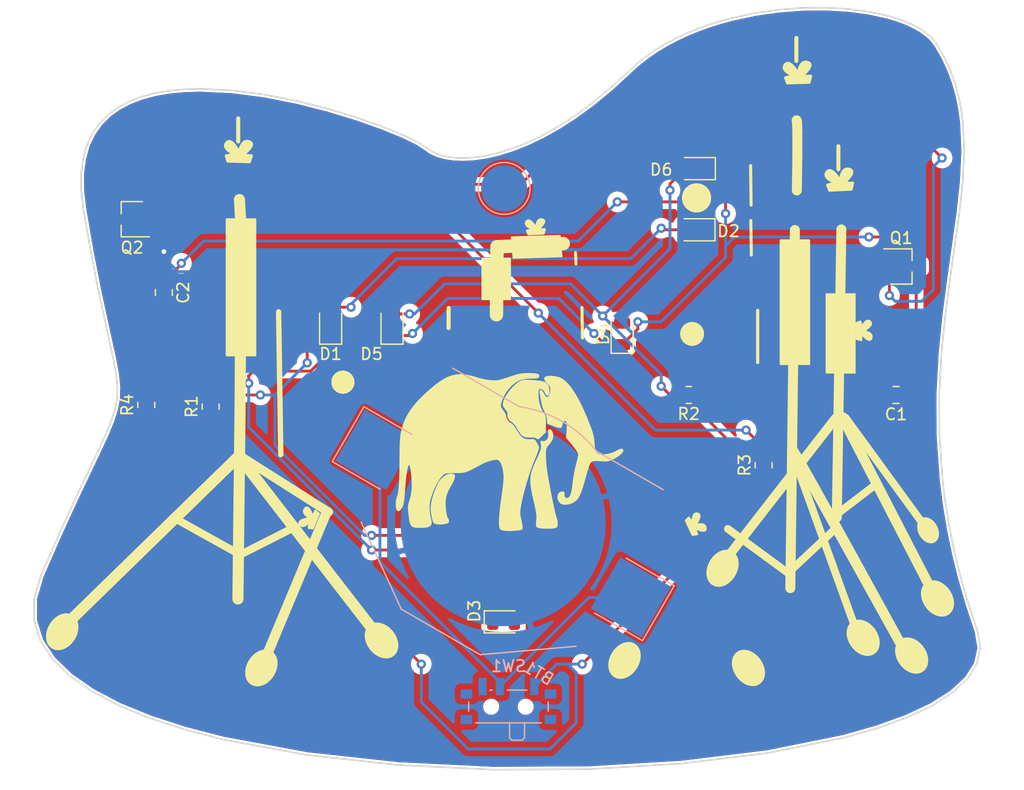
<source format=kicad_pcb>
(kicad_pcb (version 20221018) (generator pcbnew)
  (layers (0 "F.Cu" signal) (31 "B.Cu" signal) (34 "B.Paste" user) (35 "F.Paste" user) (36 "B.SilkS" user "B.Silkscreen") (37 "F.SilkS" user "F.Silkscreen") (38 "B.Mask" user) (39 "F.Mask" user) (44 "Edge.Cuts" user))
  (net 0 "")
  (net 1 "GND")
  (net 2 "+3V0")
  (net 3 "/chr_b")
  (net 4 "/k_a")
  (net 5 "/chr_a")
  (net 6 "/k_b")
  (net 7 "/leds_b")
  (net 8 "/leds_a")
  (net 9 "/sw_on")
  (footprint "Resistor_SMD:R_0805_2012Metric" (layer "F.Cu") (at 164.145751 88.277458 180)
    (fp_text reference "R2")
    (fp_text value "1K")
  )
  (footprint "Resistor_SMD:R_0805_2012Metric" (layer "F.Cu") (at 170.646251 94.373458 90)
    (fp_text reference "R3")
    (fp_text value "82K")
  )
  (footprint "LED_SMD:LED_0805_2012Metric" (layer "F.Cu") (at 148.072251 107.977458)
    (fp_text reference "D3")
    (fp_text value "LED" hide)
  )
  (footprint "Resistor_SMD:R_0805_2012Metric" (layer "F.Cu") (at 117.052251 89.142958 90)
    (fp_text reference "R4")
    (fp_text value "82K")
  )
  (footprint "Package_TO_SOT_SMD:TSOT-23" (layer "F.Cu") (at 182.584251 77.101458)
    (fp_text reference "Q1")
    (fp_text value "2N3904")
  )
  (footprint "Resistor_SMD:R_0805_2012Metric" (layer "F.Cu") (at 122.640251 89.293458 90)
    (fp_text reference "R1")
    (fp_text value "1K")
  )
  (footprint "LED_SMD:LED_0805_2012Metric" (layer "F.Cu") (at 164.772251 68.627458 180)
    (fp_text reference "D6")
    (fp_text value "LED" hide)
  )
  (footprint "Capacitor_SMD:C_0805_2012Metric" (layer "F.Cu") (at 182.142251 88.277458 180)
    (fp_text reference "C1")
    (fp_text value "10uF")
  )
  (footprint "LED_SMD:LED_0805_2012Metric" (layer "F.Cu") (at 138.388251 82.181458 90)
    (fp_text reference "D5")
    (fp_text value "LED" hide)
  )
  (footprint "Package_TO_SOT_SMD:TSOT-23" (layer "F.Cu") (at 115.822251 73.037458 180)
    (fp_text reference "Q2")
    (fp_text value "2N3904")
  )
  (footprint "LED_SMD:LED_0805_2012Metric" (layer "F.Cu") (at 158.362251 82.977458 90)
    (fp_text reference "D4")
    (fp_text value "LED" hide)
  )
  (footprint "LED_SMD:LED_0805_2012Metric" (layer "F.Cu") (at 164.739751 73.937458 180)
    (fp_text reference "D2")
    (fp_text value "LED" hide)
  )
  (footprint "Capacitor_SMD:C_0805_2012Metric" (layer "F.Cu") (at 118.576251 79.387458 -90)
    (fp_text reference "C2")
    (fp_text value "10uF")
  )
  (footprint "LED_SMD:LED_0805_2012Metric" (layer "F.Cu") (at 133.054251 82.181458 90)
    (fp_text reference "D1")
    (fp_text value "LED" hide)
  )
  (footprint "Battery:BatteryHolder_Keystone_3002_1x2032" (layer "B.Cu") (at 148.040251 99.453458 150)
    (fp_text reference "BT1")
    (fp_text value "Battery_Cell")
  )
  (footprint "TestPoint:TestPoint_Pad_D4.0mm" (layer "B.Cu") (at 148.11921 70.343998 180)
    (fp_text reference "REF**" hide)
    (fp_text value "TestPoint_Pad_D4.0mm")
  )
  (footprint "Button_Switch_SMD:SW_SPDT_PCM12" (layer "B.Cu") (at 148.492251 115.017458 180)
    (fp_text reference "SW1")
    (fp_text value "SW_SPDT")
  )
  (gr_line (start 164.726685 83.764819) (end 164.68775 83.777993) (stroke (width 0.378999)) (layer "F.SilkS"))
  (gr_line (start 134.079374 86.357401) (end 134.121067 86.356347) (stroke (width 0.372999)) (layer "F.SilkS"))
  (gr_line (start 165.23287 70.20092) (end 165.279349 70.221932) (stroke (width 0.423999)) (layer "F.SilkS"))
  (gr_line (start 134.361997 86.392772) (end 134.399643 86.40551) (stroke (width 0.372999)) (layer "F.SilkS"))
  (gr_line (start 163.767075 82.476333) (end 163.791952 82.444677) (stroke (width 0.378999)) (layer "F.SilkS"))
  (gr_line (start 163.878644 70.712831) (end 163.901816 70.667588) (stroke (width 0.423999)) (layer "F.SilkS"))
  (gr_line (start 163.701738 83.377123) (end 163.683233 83.340991) (stroke (width 0.378999)) (layer "F.SilkS"))
  (gr_line (start 163.901816 71.66788) (end 163.878644 71.622637) (stroke (width 0.423999)) (layer "F.SilkS"))
  (gr_line (start 165.873716 71.167734) (end 165.872351 71.221729) (stroke (width 0.423999)) (layer "F.SilkS"))
  (gr_line (start 164.416021 70.20092) (end 164.46367 70.182132) (stroke (width 0.423999)) (layer "F.SilkS"))
  (gr_line (start 134.605825 87.815795) (end 134.57406 87.838384) (stroke (width 0.372999)) (layer "F.SilkS"))
  (gr_line (start 133.918584 87.951247) (end 133.880137 87.940329) (stroke (width 0.372999)) (layer "F.SilkS"))
  (gr_line (start 133.997681 86.365682) (end 134.038228 86.36053) (stroke (width 0.372999)) (layer "F.SilkS"))
  (gr_line (start 163.838844 70.806959) (end 163.857632 70.75931) (stroke (width 0.423999)) (layer "F.SilkS"))
  (gr_line (start 133.360026 86.887975) (end 133.374533 86.851182) (stroke (width 0.372999)) (layer "F.SilkS"))
  (gr_line (start 133.408651 86.780359) (end 133.428159 86.74643) (stroke (width 0.372999)) (layer "F.SilkS"))
  (gr_line (start 119.387088 98.907431) (end 125.20792 102.148581) (stroke (width 0.664999)) (layer "F.SilkS"))
  (gr_line (start 164.35289 82.144059) (end 164.395445 82.140823) (stroke (width 0.378999)) (layer "F.SilkS"))
  (gr_line (start 165.1939 82.614409) (end 165.210681 82.651528) (stroke (width 0.378999)) (layer "F.SilkS"))
  (gr_line (start 133.408651 87.552742) (end 133.390758 87.517808) (stroke (width 0.372999)) (layer "F.SilkS"))
  (gr_line (start 134.927088 87.083712) (end 134.930216 87.124857) (stroke (width 0.372999)) (layer "F.SilkS"))
  (gr_line (start 164.118939 70.391044) (end 164.157011 70.358065) (stroke (width 0.423999)) (layer "F.SilkS"))
  (gr_line (start 133.495874 87.681915) (end 133.471822 87.651308) (stroke (width 0.372999)) (layer "F.SilkS"))
  (gr_line (start 165.225685 82.689581) (end 165.238859 82.728516) (stroke (width 0.378999)) (layer "F.SilkS"))
  (gr_line (start 165.266878 83.105313) (end 165.259508 83.146578) (stroke (width 0.378999)) (layer "F.SilkS"))
  (gr_line (start 164.46367 70.182132) (end 164.512424 70.165636) (stroke (width 0.423999)) (layer "F.SilkS"))
  (gr_line (start 164.837989 82.240872) (end 164.87308 82.261049) (stroke (width 0.378999)) (layer "F.SilkS"))
  (gr_line (start 165.238859 83.226884) (end 165.225685 83.265819) (stroke (width 0.378999)) (layer "F.SilkS"))
  (gr_line (start 164.647986 83.789285) (end 164.607444 83.798642) (stroke (width 0.378999)) (layer "F.SilkS"))
  (gr_line (start 133.636309 87.815795) (end 133.605702 87.791743) (stroke (width 0.372999)) (layer "F.SilkS"))
  (gr_poly (pts (xy 143.526466 95.146093) (xy 143.558516 95.148154) (xy 143.601223 95.152562) (xy 143.63912 95.157295) (xy 143.672466 95.16262) (xy 143.701517 95.168804) (xy 143.714513 95.172301) (xy 143.726533 95.176113) (xy 143.737608 95.180273) (xy 143.747771 95.184815) (xy 143.757054 95.189771) (xy 143.765489 95.195176) (xy 143.773109 95.201063) (xy 143.779946 95.207464) (xy 143.786033 95.214414) (xy 143.7914 95.221945) (xy 143.796082 95.230091) (xy 143.800109 95.238886) (xy 143.803515 95.248363) (xy 143.806331 95.258554) (xy 143.80859 95.269494) (xy 143.810324 95.281216) (xy 143.812346 95.307139) (xy 143.812655 95.33659) (xy 143.81151 95.369835) (xy 143.809168 95.407141) (xy 143.80594 95.433232) (xy 143.800019 95.463137) (xy 143.791551 95.496508) (xy 143.780686 95.532996) (xy 143.76757 95.572252) (xy 143.752352 95.613929) (xy 143.735178 95.657678) (xy 143.716198 95.703149) (xy 143.695558 95.749994) (xy 143.673406 95.797865) (xy 143.64989 95.846412) (xy 143.625158 95.895288) (xy 143.599358 95.944144) (xy 143.572637 95.992631) (xy 143.545143 96.0404) (xy 143.517023 96.087104) (xy 143.43718 96.219933) (xy 143.364855 96.347491) (xy 143.299823 96.470664) (xy 143.241861 96.590339) (xy 143.190747 96.707406) (xy 143.146256 96.82275) (xy 143.108166 96.937259) (xy 143.076253 97.051821) (xy 143.050295 97.167324) (xy 143.030067 97.284654) (xy 143.015347 97.404699) (xy 143.005912 97.528347) (xy 143.001537 97.656484) (xy 143.002 97.79) (xy 143.007078 97.92978) (xy 143.016546 98.076712) (xy 143.029745 98.221337) (xy 143.046555 98.362147) (xy 143.066344 98.495938) (xy 143.08848 98.619505) (xy 143.112331 98.729641) (xy 143.137266 98.823142) (xy 143.149942 98.862653) (xy 143.162652 98.896803) (xy 143.175316 98.925191) (xy 143.187857 98.947417) (xy 143.217844 98.995479) (xy 143.243153 99.040992) (xy 143.263785 99.08396) (xy 143.272346 99.104489) (xy 143.279738 99.124383) (xy 143.28596 99.143642) (xy 143.291013 99.162266) (xy 143.294895 99.180255) (xy 143.297608 99.19761) (xy 143.29915 99.214331) (xy 143.299523 99.230418) (xy 143.298725 99.245872) (xy 143.296757 99.260692) (xy 143.293619 99.27488) (xy 143.28931 99.288435) (xy 143.283831 99.301359) (xy 143.277181 99.31365) (xy 143.269361 99.325309) (xy 143.26037 99.336338) (xy 143.250209 99.346735) (xy 143.238877 99.356502) (xy 143.226374 99.365639) (xy 143.212699 99.374145) (xy 143.197854 99.382022) (xy 143.181838 99.389269) (xy 143.164651 99.395888) (xy 143.146293 99.401877) (xy 143.126763 99.407238) (xy 143.106062 99.411971) (xy 142.962124 99.440629) (xy 142.838307 99.462334) (xy 142.78257 99.47066) (xy 142.730217 99.477344) (xy 142.680696 99.48242) (xy 142.63346 99.485918) (xy 142.587959 99.487871) (xy 142.543642 99.488312) (xy 142.499963 99.487273) (xy 142.45637 99.484786) (xy 142.412315 99.480884) (xy 142.367248 99.475598) (xy 142.271883 99.461005) (xy 142.271889 99.460994) (xy 142.271895 99.460982) (xy 142.271902 99.460971) (xy 142.271908 99.460959) (xy 142.271922 99.460936) (xy 142.271936 99.460913) (xy 142.226517 99.452645) (xy 142.186082 99.444098) (xy 142.150188 99.434697) (xy 142.133804 99.429497) (xy 142.118389 99.423869) (xy 142.103886 99.417739) (xy 142.09024 99.411038) (xy 142.077396 99.403692) (xy 142.065297 99.39563) (xy 142.053889 99.386781) (xy 142.043115 99.377072) (xy 142.032919 99.366432) (xy 142.023247 99.354789) (xy 142.014043 99.342072) (xy 142.00525 99.328207) (xy 141.996814 99.313124) (xy 141.988679 99.296751) (xy 141.980789 99.279016) (xy 141.973088 99.259847) (xy 141.965521 99.239173) (xy 141.958033 99.216921) (xy 141.943068 99.167399) (xy 141.927748 99.110706) (xy 141.91163 99.046267) (xy 141.894266 98.97351) (xy 141.862964 98.832878) (xy 141.836665 98.697753) (xy 141.815423 98.567246) (xy 141.799296 98.440471) (xy 141.788337 98.316542) (xy 141.782603 98.194572) (xy 141.782148 98.073676) (xy 141.787029 97.952965) (xy 141.7973 97.831555) (xy 141.813018 97.708558) (xy 141.834237 97.583088) (xy 141.861013 97.454259) (xy 141.893401 97.321184) (xy 141.931457 97.182976) (xy 141.975236 97.03875) (xy 142.024794 96.887618) (xy 142.080055 96.730064) (xy 142.13925 96.571271) (xy 142.200535 96.415559) (xy 142.262069 96.267247) (xy 142.322009 96.130656) (xy 142.378515 96.010106) (xy 142.429743 95.909918) (xy 142.473852 95.83441) (xy 142.526722 95.757728) (xy 142.583962 95.684044) (xy 142.645062 95.613681) (xy 142.709512 95.546963) (xy 142.776802 95.484212) (xy 142.846422 95.425752) (xy 142.917862 95.371905) (xy 142.990611 95.322994) (xy 143.064159 95.279342) (xy 143.137996 95.241272) (xy 143.211611 95.209107) (xy 143.284496 95.183169) (xy 143.320504 95.172637) (xy 143.356138 95.163782) (xy 143.391335 95.156646) (xy 143.42603 95.151269) (xy 143.460159 95.14769) (xy 143.493659 95.145952)) (stroke (width 0.079994)) (fill solid) (layer "F.SilkS"))
  (gr_line (start 165.566393 71.909681) (end 165.529952 71.944424) (stroke (width 0.423999)) (layer "F.SilkS"))
  (gr_line (start 134.57406 87.838384) (end 134.541188 87.859458) (stroke (width 0.372999)) (layer "F.SilkS"))
  (gr_line (start 133.311918 87.124857) (end 133.315047 87.083712) (stroke (width 0.372999)) (layer "F.SilkS"))
  (gr_line (start 165.529952 71.944424) (end 165.49188 71.977403) (stroke (width 0.423999)) (layer "F.SilkS"))
  (gr_line (start 164.878441 72.215639) (end 164.824446 72.217005) (stroke (width 0.423999)) (layer "F.SilkS"))
  (gr_line (start 164.971589 83.624314) (end 164.939933 83.649191) (stroke (width 0.378999)) (layer "F.SilkS"))
  (gr_line (start 164.664652 72.204915) (end 164.612981 72.195687) (stroke (width 0.423999)) (layer "F.SilkS"))
  (gr_poly (pts (xy 127.452613 110.659607) (xy 127.503598 110.664681) (xy 127.553748 110.672992) (xy 127.602962 110.684582) (xy 127.651143 110.699495) (xy 127.698188 110.717775) (xy 127.743999 110.739465) (xy 127.788475 110.764609) (xy 127.831015 110.792906) (xy 127.871077 110.823956) (xy 127.908657 110.857649) (xy 127.943747 110.893876) (xy 127.976341 110.932529) (xy 128.006433 110.973499) (xy 128.034016 111.016677) (xy 128.059084 111.061955) (xy 128.081631 111.109224) (xy 128.101651 111.158374) (xy 128.119136 111.209298) (xy 128.134081 111.261886) (xy 128.146479 111.31603) (xy 128.156323 111.371621) (xy 128.163609 111.42855) (xy 128.168328 111.486708) (xy 128.170476 111.545987) (xy 128.170044 111.606278) (xy 128.167028 111.667472) (xy 128.161421 111.72946) (xy 128.153216 111.792134) (xy 128.142406 111.855385) (xy 128.128987 111.919104) (xy 128.11295 111.983182) (xy 128.094291 112.04751) (xy 128.073002 112.11198) (xy 128.049078 112.176484) (xy 128.022511 112.240911) (xy 127.993295 112.305154) (xy 127.961425 112.369104) (xy 127.926893 112.432651) (xy 127.889694 112.495688) (xy 127.850295 112.557374) (xy 127.809233 112.616911) (xy 127.76661 112.674257) (xy 127.722524 112.729367) (xy 127.677075 112.782199) (xy 127.630364 112.832709) (xy 127.582491 112.880852) (xy 127.533555 112.926587) (xy 127.483656 112.969869) (xy 127.432894 113.010654) (xy 127.381368 113.0489) (xy 127.32918 113.084562) (xy 127.276428 113.117597) (xy 127.223213 113.147962) (xy 127.169635 113.175613) (xy 127.115792 113.200507) (xy 127.061786 113.2226) (xy 127.007716 113.241848) (xy 126.953682 113.258208) (xy 126.899784 113.271637) (xy 126.846122 113.282091) (xy 126.792795 113.289526) (xy 126.739904 113.293899) (xy 126.687549 113.295167) (xy 126.635828 113.293285) (xy 126.584843 113.288211) (xy 126.534693 113.279901) (xy 126.485478 113.268311) (xy 126.437298 113.253398) (xy 126.390252 113.235118) (xy 126.344441 113.213428) (xy 126.299965 113.188285) (xy 126.257425 113.159987) (xy 126.217363 113.128938) (xy 126.179783 113.095245) (xy 126.144694 113.059017) (xy 126.1121 113.020364) (xy 126.082008 112.979393) (xy 126.054425 112.936214) (xy 126.029357 112.890936) (xy 126.00681 112.843667) (xy 125.986791 112.794516) (xy 125.969306 112.743591) (xy 125.954362 112.691003) (xy 125.941964 112.636858) (xy 125.93212 112.581266) (xy 125.924835 112.524337) (xy 125.920116 112.466178) (xy 125.917969 112.406898) (xy 125.9184 112.346606) (xy 125.921417 112.285412) (xy 125.927025 112.223423) (xy 125.93523 112.160748) (xy 125.94604 112.097497) (xy 125.959459 112.033778) (xy 125.975496 111.969699) (xy 125.994156 111.90537) (xy 126.015445 111.840899) (xy 126.03937 111.776396) (xy 126.065937 111.711968) (xy 126.095152 111.647725) (xy 126.127023 111.583775) (xy 126.161554 111.520227) (xy 126.198753 111.45719) (xy 126.238153 111.395505) (xy 126.279214 111.335968) (xy 126.321838 111.278622) (xy 126.365924 111.223512) (xy 126.411372 111.17068) (xy 126.458083 111.120171) (xy 126.505956 111.072028) (xy 126.554892 111.026294) (xy 126.604791 110.983013) (xy 126.655552 110.942228) (xy 126.707077 110.903983) (xy 126.759265 110.868321) (xy 126.812017 110.835287) (xy 126.865231 110.804922) (xy 126.91881 110.777272) (xy 126.972652 110.752379) (xy 127.026657 110.730287) (xy 127.080727 110.71104) (xy 127.13476 110.69468) (xy 127.188658 110.681252) (xy 127.24232 110.670799) (xy 127.295646 110.663364) (xy 127.348537 110.658992) (xy 127.400893 110.657725)) (stroke (width 0.564998)) (fill solid) (layer "F.SilkS"))
  (gr_line (start 134.930216 87.124857) (end 134.931271 87.16655) (stroke (width 0.372999)) (layer "F.SilkS"))
  (gr_line (start 163.600599 82.9777) (end 163.60169 82.934579) (stroke (width 0.378999)) (layer "F.SilkS"))
  (gr_line (start 173.362078 73.959107) (end 172.965204 105.047644) (stroke (width 0.864999)) (layer "F.SilkS"))
  (gr_line (start 163.683233 83.340991) (end 163.666452 83.303872) (stroke (width 0.378999)) (layer "F.SilkS"))
  (gr_line (start 164.039144 83.714528) (end 164.004052 83.69435) (stroke (width 0.378999)) (layer "F.SilkS"))
  (gr_line (start 164.369543 72.113535) (end 164.3243 72.090364) (stroke (width 0.423999)) (layer "F.SilkS"))
  (gr_line (start 133.548166 86.59365) (end 133.576304 86.566823) (stroke (width 0.372999)) (layer "F.SilkS"))
  (gr_line (start 165.694518 71.754392) (end 165.665264 71.79553) (stroke (width 0.423999)) (layer "F.SilkS"))
  (gr_poly (pts (xy 183.155331 109.608478) (xy 183.209047 109.612154) (xy 183.263311 109.618817) (xy 183.318017 109.628432) (xy 183.373065 109.640961) (xy 183.428352 109.656369) (xy 183.483774 109.674618) (xy 183.53923 109.695674) (xy 183.594615 109.719498) (xy 183.649829 109.746055) (xy 183.704767 109.775308) (xy 183.759328 109.807222) (xy 183.813408 109.841759) (xy 183.866906 109.878883) (xy 183.919717 109.918558) (xy 183.971741 109.960747) (xy 184.022873 110.005414) (xy 184.073011 110.052523) (xy 184.122053 110.102037) (xy 184.169895 110.15392) (xy 184.216436 110.208135) (xy 184.261572 110.264646) (xy 184.305201 110.323416) (xy 184.385633 110.444659) (xy 184.455559 110.568253) (xy 184.514969 110.693326) (xy 184.563852 110.819007) (xy 184.602198 110.944425) (xy 184.629998 111.068707) (xy 184.647239 111.190983) (xy 184.653914 111.31038) (xy 184.65001 111.426027) (xy 184.635518 111.537053) (xy 184.624298 111.59056) (xy 184.610427 111.642585) (xy 184.593905 111.69302) (xy 184.574728 111.741754) (xy 184.552897 111.788679) (xy 184.52841 111.833686) (xy 184.501266 111.876666) (xy 184.471463 111.91751) (xy 184.439 111.956109) (xy 184.403876 111.992355) (xy 184.36609 112.026138) (xy 184.32564 112.057349) (xy 184.283036 112.08555) (xy 184.23886 112.1104) (xy 184.193212 112.131934) (xy 184.146197 112.150189) (xy 184.097916 112.165202) (xy 184.048473 112.177009) (xy 183.99797 112.185646) (xy 183.946509 112.19115) (xy 183.894194 112.193557) (xy 183.841127 112.192904) (xy 183.787411 112.189227) (xy 183.733148 112.182562) (xy 183.678442 112.172946) (xy 183.623394 112.160416) (xy 183.568108 112.145006) (xy 183.512686 112.126755) (xy 183.457231 112.105699) (xy 183.401845 112.081873) (xy 183.346632 112.055315) (xy 183.291694 112.02606) (xy 183.237134 111.994145) (xy 183.183054 111.959607) (xy 183.129557 111.922482) (xy 183.076745 111.882806) (xy 183.024722 111.840616) (xy 182.973591 111.795947) (xy 182.923453 111.748838) (xy 182.874411 111.699323) (xy 182.826569 111.64744) (xy 182.780028 111.593224) (xy 182.734892 111.536713) (xy 182.691263 111.477942) (xy 182.610831 111.3567) (xy 182.540904 111.233107) (xy 182.481494 111.108035) (xy 182.432611 110.982356) (xy 182.394264 110.856941) (xy 182.366464 110.732661) (xy 182.349221 110.610388) (xy 182.342547 110.490994) (xy 182.34645 110.37535) (xy 182.360941 110.264327) (xy 182.37216 110.210821) (xy 182.386031 110.158797) (xy 182.402553 110.108364) (xy 182.421729 110.059631) (xy 182.44356 110.012707) (xy 182.468047 109.967701) (xy 182.495191 109.924722) (xy 182.524994 109.883878) (xy 182.557456 109.845279) (xy 182.59258 109.809034) (xy 182.630366 109.775251) (xy 182.670816 109.74404) (xy 182.71342 109.715839) (xy 182.757597 109.690989) (xy 182.803244 109.669455) (xy 182.85026 109.651199) (xy 182.89854 109.636185) (xy 182.947984 109.624377) (xy 182.998487 109.615739) (xy 183.049948 109.610234) (xy 183.102264 109.607826)) (stroke (width 0.564998)) (fill solid) (layer "F.SilkS"))
  (gr_line (start 165.086676 70.151497) (end 165.136468 70.165636) (stroke (width 0.423999)) (layer "F.SilkS"))
  (gr_line (start 165.1939 83.340991) (end 165.175394 83.377123) (stroke (width 0.378999)) (layer "F.SilkS"))
  (gr_line (start 133.700947 87.859458) (end 133.668074 87.838384) (stroke (width 0.372999)) (layer "F.SilkS"))
  (gr_line (start 163.954374 71.754392) (end 163.927081 71.71182) (stroke (width 0.423999)) (layer "F.SilkS"))
  (gr_line (start 164.310953 82.149388) (end 164.35289 82.144059) (stroke (width 0.378999)) (layer "F.SilkS"))
  (gr_line (start 164.112394 83.749815) (end 164.075275 83.733033) (stroke (width 0.378999)) (layer "F.SilkS"))
  (gr_poly (pts (xy 125.839358 66.261754) (xy 125.901223 66.272024) (xy 125.966379 66.29096) (xy 126.034905 66.319109) (xy 126.08245 66.34564) (xy 126.119998 66.37559) (xy 126.148104 66.408681) (xy 126.167325 66.444632) (xy 126.178219 66.483165) (xy 126.181341 66.523999) (xy 126.177248 66.566855) (xy 126.166498 66.611454) (xy 126.149646 66.657517) (xy 126.127249 66.704763) (xy 126.099865 66.752913) (xy 126.068049 66.801688) (xy 126.032359 66.850809) (xy 125.993351 66.899995) (xy 125.907608 66.997446) (xy 125.815273 67.091806) (xy 125.720801 67.180839) (xy 125.628645 67.26231) (xy 125.543257 67.333981) (xy 125.410604 67.438984) (xy 125.358469 67.47796) (xy 126.175314 67.509157) (xy 126.009056 68.026209) (xy 124.131675 67.968775) (xy 124.117849 67.911843) (xy 124.098578 67.84328) (xy 124.076107 67.769011) (xy 124.052685 67.694959) (xy 123.994403 67.519426) (xy 124.778568 67.367937) (xy 124.726607 67.3466) (xy 124.593872 67.285861) (xy 124.508065 67.24225) (xy 124.415085 67.19063) (xy 124.319272 67.131613) (xy 124.224966 67.065814) (xy 124.136509 66.993845) (xy 124.095829 66.95574) (xy 124.058239 66.916322) (xy 124.024281 66.875668) (xy 123.994497 66.833856) (xy 123.969431 66.790962) (xy 123.949624 66.747062) (xy 123.935619 66.702234) (xy 123.927959 66.656554) (xy 123.927187 66.610098) (xy 123.933844 66.562944) (xy 123.948473 66.515168) (xy 123.971617 66.466847) (xy 124.003818 66.418057) (xy 124.045619 66.368875) (xy 124.087273 66.330818) (xy 124.129961 66.30294) (xy 124.173529 66.284653) (xy 124.217822 66.275367) (xy 124.262686 66.274496) (xy 124.307966 66.28145) (xy 124.353507 66.295641) (xy 124.399156 66.316482) (xy 124.444757 66.343383) (xy 124.490155 66.375757) (xy 124.535198 66.413014) (xy 124.579729 66.454568) (xy 124.66664 66.54821) (xy 124.749651 66.651976) (xy 124.827527 66.76116) (xy 124.89903 66.871056) (xy 124.962926 66.976956) (xy 125.017976 67.074156) (xy 125.096597 67.223626) (xy 125.125002 67.281816) (xy 125.133371 67.22604) (xy 125.161819 67.081988) (xy 125.185139 66.987769) (xy 125.21536 66.884575) (xy 125.253106 66.776769) (xy 125.299006 66.668715) (xy 125.325209 66.61596) (xy 125.353685 66.564779) (xy 125.384513 66.515719) (xy 125.41777 66.469324) (xy 125.453536 66.426141) (xy 125.491889 66.386715) (xy 125.532906 66.351592) (xy 125.576666 66.321316) (xy 125.623248 66.296434) (xy 125.67273 66.277492) (xy 125.72519 66.265034) (xy 125.780707 66.259606)) (stroke (width 0.264582)) (fill solid) (layer "F.SilkS"))
  (gr_line (start 165.250151 83.187119) (end 165.238859 83.226884) (stroke (width 0.378999)) (layer "F.SilkS"))
  (gr_line (start 163.796493 70.956269) (end 163.808209 70.905504) (stroke (width 0.423999)) (layer "F.SilkS"))
  (gr_line (start 165.279349 72.113535) (end 165.23287 72.134548) (stroke (width 0.423999)) (layer "F.SilkS"))
  (gr_line (start 133.918584 86.381854) (end 133.957783 86.372807) (stroke (width 0.372999)) (layer "F.SilkS"))
  (gr_line (start 134.541188 86.473643) (end 134.57406 86.494717) (stroke (width 0.372999)) (layer "F.SilkS"))
  (gr_line (start 164.157011 70.358065) (end 164.19665 70.326916) (stroke (width 0.423999)) (layer "F.SilkS"))
  (gr_line (start 164.3243 72.090364) (end 164.28036 72.065099) (stroke (width 0.423999)) (layer "F.SilkS"))
  (gr_line (start 163.780592 71.275016) (end 163.77654 71.221729) (stroke (width 0.423999)) (layer "F.SilkS"))
  (gr_line (start 134.833484 86.780359) (end 134.851376 86.815293) (stroke (width 0.372999)) (layer "F.SilkS"))
  (gr_line (start 165.058843 83.541128) (end 165.031097 83.57023) (stroke (width 0.378999)) (layer "F.SilkS"))
  (gr_line (start 165.058843 82.414272) (end 165.085181 82.444677) (stroke (width 0.378999)) (layer "F.SilkS"))
  (gr_line (start 173.575963 67.570231) (end 173.531458 70.518999) (stroke (width 0.864999)) (layer "F.SilkS"))
  (gr_line (start 165.368532 72.065099) (end 165.324591 72.090364) (stroke (width 0.423999)) (layer "F.SilkS"))
  (gr_line (start 128.540939 81.060036) (end 128.728031 93.454657) (stroke (width 0.464999)) (layer "F.SilkS"))
  (gr_line (start 163.701738 82.578277) (end 163.721916 82.543186) (stroke (width 0.378999)) (layer "F.SilkS"))
  (gr_line (start 177.463121 90.176177) (end 184.937601 104.662116) (stroke (width 0.864999)) (layer "F.SilkS"))
  (gr_line (start 147.499712 75.416657) (end 153.252691 75.136025) (stroke (width 1.164999)) (layer "F.SilkS"))
  (gr_line (start 164.931728 72.211587) (end 164.878441 72.215639) (stroke (width 0.423999)) (layer "F.SilkS"))
  (gr_line (start 134.038228 87.972571) (end 133.997681 87.967419) (stroke (width 0.372999)) (layer "F.SilkS"))
  (gr_line (start 125.199879 88.846531) (end 125.009039 105.98548) (stroke (width 0.964113)) (layer "F.SilkS"))
  (gr_line (start 110.299796 108.000815) (end 125.079798 93.594977) (stroke (width 0.964999)) (layer "F.SilkS"))
  (gr_line (start 164.047756 70.462227) (end 164.082499 70.425787) (stroke (width 0.423999)) (layer "F.SilkS"))
  (gr_line (start 164.35289 83.811341) (end 164.310953 83.806012) (stroke (width 0.378999)) (layer "F.SilkS"))
  (gr_line (start 164.801857 82.222367) (end 164.837989 82.240872) (stroke (width 0.378999)) (layer "F.SilkS"))
  (gr_line (start 165.770247 70.712831) (end 165.79126 70.75931) (stroke (width 0.423999)) (layer "F.SilkS"))
  (gr_line (start 133.471822 86.681792) (end 133.495874 86.651185) (stroke (width 0.372999)) (layer "F.SilkS"))
  (gr_line (start 133.957783 87.960294) (end 133.918584 87.951247) (stroke (width 0.372999)) (layer "F.SilkS"))
  (gr_line (start 170.129416 80.929513) (end 170.129416 85.465729) (stroke (width 0.274658)) (layer "F.SilkS"))
  (gr_line (start 132.6824 98.510566) (end 127.291515 111.409003) (stroke (width 0.864999)) (layer "F.SilkS"))
  (gr_line (start 164.524243 82.144059) (end 164.566179 82.149388) (stroke (width 0.378999)) (layer "F.SilkS"))
  (gr_line (start 163.638273 82.728516) (end 163.651448 82.689581) (stroke (width 0.378999)) (layer "F.SilkS"))
  (gr_line (start 134.905763 87.369033) (end 134.894846 87.40748) (stroke (width 0.372999)) (layer "F.SilkS"))
  (gr_line (start 173.554422 64.763702) (end 173.576085 65.488502) (stroke (width 0.864999)) (layer "F.SilkS"))
  (gr_line (start 134.605825 86.517305) (end 134.636432 86.541358) (stroke (width 0.372999)) (layer "F.SilkS"))
  (gr_line (start 133.336371 86.964068) (end 133.347289 86.92562) (stroke (width 0.372999)) (layer "F.SilkS"))
  (gr_line (start 163.875138 82.357423) (end 163.905544 82.331086) (stroke (width 0.378999)) (layer "F.SilkS"))
  (gr_line (start 163.905544 83.624314) (end 163.875138 83.597977) (stroke (width 0.378999)) (layer "F.SilkS"))
  (gr_line (start 165.175394 82.578277) (end 165.1939 82.614409) (stroke (width 0.378999)) (layer "F.SilkS"))
  (gr_line (start 163.857632 70.75931) (end 163.878644 70.712831) (stroke (width 0.423999)) (layer "F.SilkS"))
  (gr_line (start 165.086676 72.183971) (end 165.035911 72.195687) (stroke (width 0.423999)) (layer "F.SilkS"))
  (gr_line (start 164.112394 82.205585) (end 164.150447 82.190581) (stroke (width 0.378999)) (layer "F.SilkS"))
  (gr_poly (pts (xy 137.116835 108.319806) (xy 137.171376 108.323562) (xy 137.226518 108.330241) (xy 137.282157 108.339813) (xy 137.338187 108.352247) (xy 137.394505 108.367511) (xy 137.451006 108.385574) (xy 137.507585 108.406407) (xy 137.564138 108.429978) (xy 137.62056 108.456256) (xy 137.676748 108.48521) (xy 137.732595 108.51681) (xy 137.787999 108.551024) (xy 137.842854 108.587822) (xy 137.897057 108.627173) (xy 137.950502 108.669046) (xy 138.003085 108.71341) (xy 138.054701 108.760235) (xy 138.105246 108.809489) (xy 138.154617 108.861141) (xy 138.202707 108.915161) (xy 138.249413 108.971518) (xy 138.336206 109.088293) (xy 138.412634 109.207976) (xy 138.47864 109.329698) (xy 138.534166 109.452589) (xy 138.579156 109.575779) (xy 138.613554 109.698399) (xy 138.637302 109.819579) (xy 138.650343 109.938449) (xy 138.652622 110.054139) (xy 138.649707 110.11052) (xy 138.644081 110.16578) (xy 138.635735 110.21981) (xy 138.624662 110.272501) (xy 138.610857 110.323745) (xy 138.594311 110.373434) (xy 138.575017 110.421457) (xy 138.552969 110.467708) (xy 138.528159 110.512076) (xy 138.50058 110.554453) (xy 138.470225 110.594731) (xy 138.437088 110.632801) (xy 138.40116 110.668553) (xy 138.362434 110.70188) (xy 138.321398 110.732316) (xy 138.278612 110.75949) (xy 138.23418 110.783431) (xy 138.188207 110.804171) (xy 138.140797 110.821741) (xy 138.092055 110.836172) (xy 138.042085 110.847495) (xy 137.990992 110.855739) (xy 137.93888 110.860937) (xy 137.885854 110.86312) (xy 137.832018 110.862317) (xy 137.777476 110.85856) (xy 137.722334 110.85188) (xy 137.666696 110.842307) (xy 137.610665 110.829873) (xy 137.554348 110.814608) (xy 137.497847 110.796544) (xy 137.441268 110.77571) (xy 137.384715 110.752139) (xy 137.328292 110.72586) (xy 137.272105 110.696905) (xy 137.216257 110.665305) (xy 137.160853 110.63109) (xy 137.105998 110.594291) (xy 137.051796 110.55494) (xy 136.998351 110.513066) (xy 136.945768 110.468702) (xy 136.894152 110.421877) (xy 136.843606 110.372623) (xy 136.794236 110.32097) (xy 136.746146 110.26695) (xy 136.69944 110.210593) (xy 136.612646 110.093821) (xy 136.536218 109.97414) (xy 136.470213 109.852421) (xy 136.414687 109.729531) (xy 136.369696 109.606342) (xy 136.335299 109.483724) (xy 136.311551 109.362545) (xy 136.298509 109.243676) (xy 136.296231 109.127986) (xy 136.299145 109.071606) (xy 136.304772 109.016346) (xy 136.313118 108.962316) (xy 136.32419 108.909625) (xy 136.337996 108.858381) (xy 136.354542 108.808692) (xy 136.373835 108.760669) (xy 136.395884 108.714419) (xy 136.420694 108.67005) (xy 136.448272 108.627673) (xy 136.478627 108.587395) (xy 136.511765 108.549326) (xy 136.547693 108.513573) (xy 136.586418 108.480246) (xy 136.627454 108.44981) (xy 136.670241 108.422637) (xy 136.714673 108.398695) (xy 136.760646 108.377955) (xy 136.808056 108.360384) (xy 136.856798 108.345953) (xy 136.906768 108.33463) (xy 136.957861 108.326385) (xy 137.009973 108.321186) (xy 137.062999 108.319003)) (stroke (width 0.564998)) (fill solid) (layer "F.SilkS"))
  (gr_poly (pts (xy 179.74394 81.841507) (xy 179.77934 81.850909) (xy 179.815374 81.866533) (xy 179.852 81.888779) (xy 179.889177 81.918046) (xy 179.918202 81.94751) (xy 179.939798 81.978012) (xy 179.954394 82.009423) (xy 179.962415 82.041613) (xy 179.964288 82.074453) (xy 179.96044 82.107813) (xy 179.951299 82.141564) (xy 179.937289 82.175577) (xy 179.918839 82.209721) (xy 179.896374 82.243869) (xy 179.870321 82.27789) (xy 179.841108 82.311654) (xy 179.809161 82.345033) (xy 179.774906 82.377898) (xy 179.70118 82.441563) (xy 179.623343 82.501616) (xy 179.544811 82.557021) (xy 179.468995 82.606743) (xy 179.399309 82.649746) (xy 179.291983 82.711454) (xy 179.250139 82.733865) (xy 179.291228 82.738457) (xy 179.397535 82.755325) (xy 179.467195 82.769811) (xy 179.543621 82.789104) (xy 179.623632 82.813784) (xy 179.704049 82.844429) (xy 179.743416 82.86217) (xy 179.781692 82.881619) (xy 179.818479 82.90285) (xy 179.85338 82.925934) (xy 179.885998 82.950944) (xy 179.915935 82.977953) (xy 179.942794 83.007033) (xy 179.966176 83.038256) (xy 179.985686 83.071694) (xy 180.000924 83.107421) (xy 180.011495 83.145508) (xy 180.016999 83.186028) (xy 180.01704 83.229054) (xy 180.011221 83.274657) (xy 179.999143 83.322911) (xy 179.98041 83.373887) (xy 179.962286 83.409446) (xy 179.941381 83.437776) (xy 179.917916 83.459276) (xy 179.892111 83.474346) (xy 179.864186 83.483387) (xy 179.834361 83.486798) (xy 179.802855 83.48498) (xy 179.76989 83.478333) (xy 179.735684 83.467257) (xy 179.700459 83.452152) (xy 179.664434 83.433418) (xy 179.627829 83.411455) (xy 179.590864 83.386664) (xy 179.55376 83.359443) (xy 179.480014 83.299317) (xy 179.40835 83.234278) (xy 179.340529 83.167525) (xy 179.278312 83.102261) (xy 179.223459 83.041686) (xy 179.142889 82.947404) (xy 179.112902 82.910287) (xy 179.112497 83.509507) (xy 178.729158 83.401955) (xy 178.719576 82.025132) (xy 178.760905 82.013445) (xy 178.810601 81.997444) (xy 178.864387 81.978939) (xy 178.917985 81.95974) (xy 179.044954 81.912202) (xy 179.177515 82.482453) (xy 179.191715 82.443803) (xy 179.232553 82.344898) (xy 179.262137 82.280841) (xy 179.297391 82.211309) (xy 179.337985 82.139498) (xy 179.383589 82.068605) (xy 179.433872 82.001826) (xy 179.460666 81.970978) (xy 179.488506 81.942357) (xy 179.517351 81.916363) (xy 179.54716 81.893395) (xy 179.577891 81.873852) (xy 179.609503 81.858135) (xy 179.641955 81.846642) (xy 179.675207 81.839774) (xy 179.709215 81.837929)) (stroke (width 0.193951)) (fill solid) (layer "F.SilkS"))
  (gr_line (start 164.971589 82.331086) (end 165.001994 82.357423) (stroke (width 0.378999)) (layer "F.SilkS"))
  (gr_line (start 134.361997 87.940329) (end 134.32355 87.951247) (stroke (width 0.372999)) (layer "F.SilkS"))
  (gr_line (start 165.452242 72.008552) (end 165.411104 72.037806) (stroke (width 0.423999)) (layer "F.SilkS"))
  (gr_line (start 164.98424 72.204915) (end 164.931728 72.211587) (stroke (width 0.423999)) (layer "F.SilkS"))
  (gr_line (start 163.604926 83.063376) (end 163.60169 83.020821) (stroke (width 0.378999)) (layer "F.SilkS"))
  (gr_line (start 134.930216 87.208243) (end 134.927088 87.249389) (stroke (width 0.372999)) (layer "F.SilkS"))
  (gr_line (start 125.274065 93.615775) (end 132.880837 98.444419) (stroke (width 0.764999)) (layer "F.SilkS"))
  (gr_line (start 133.428159 87.586671) (end 133.408651 87.552742) (stroke (width 0.372999)) (layer "F.SilkS"))
  (gr_line (start 125.231382 72.953786) (end 125.261071 76.95248) (stroke (width 0.964113)) (layer "F.SilkS"))
  (gr_line (start 164.878441 70.119829) (end 164.931728 70.123881) (stroke (width 0.423999)) (layer "F.SilkS"))
  (gr_line (start 163.808209 70.905504) (end 163.822348 70.855712) (stroke (width 0.423999)) (layer "F.SilkS"))
  (gr_line (start 133.805699 86.420017) (end 133.842492 86.40551) (stroke (width 0.372999)) (layer "F.SilkS"))
  (gr_line (start 133.636309 86.517305) (end 133.668074 86.494717) (stroke (width 0.372999)) (layer "F.SilkS"))
  (gr_line (start 165.324591 70.245104) (end 165.368532 70.270369) (stroke (width 0.423999)) (layer "F.SilkS"))
  (gr_line (start 164.87308 83.69435) (end 164.837989 83.714528) (stroke (width 0.378999)) (layer "F.SilkS"))
  (gr_line (start 163.638273 83.226884) (end 163.626981 83.187119) (stroke (width 0.378999)) (layer "F.SilkS"))
  (gr_line (start 165.23287 72.134548) (end 165.185221 72.153335) (stroke (width 0.423999)) (layer "F.SilkS"))
  (gr_line (start 133.997681 87.967419) (end 133.957783 87.960294) (stroke (width 0.372999)) (layer "F.SilkS"))
  (gr_line (start 164.118939 71.944424) (end 164.082499 71.909681) (stroke (width 0.423999)) (layer "F.SilkS"))
  (gr_line (start 165.49188 71.977403) (end 165.452242 72.008552) (stroke (width 0.423999)) (layer "F.SilkS"))
  (gr_line (start 177.137217 68.683481) (end 177.137217 66.682932) (stroke (width 0.351157)) (layer "F.SilkS"))
  (gr_line (start 134.927088 87.249389) (end 134.921935 87.289937) (stroke (width 0.372999)) (layer "F.SilkS"))
  (gr_line (start 163.81829 83.541128) (end 163.791952 83.510723) (stroke (width 0.378999)) (layer "F.SilkS"))
  (gr_line (start 134.244453 86.365682) (end 134.284352 86.372807) (stroke (width 0.372999)) (layer "F.SilkS"))
  (gr_line (start 134.720795 86.621787) (end 134.74626 86.651185) (stroke (width 0.372999)) (layer "F.SilkS"))
  (gr_line (start 133.327324 87.329835) (end 133.320199 87.289937) (stroke (width 0.372999)) (layer "F.SilkS"))
  (gr_line (start 163.721916 83.412214) (end 163.701738 83.377123) (stroke (width 0.378999)) (layer "F.SilkS"))
  (gr_line (start 134.507259 87.878967) (end 134.472324 87.896859) (stroke (width 0.372999)) (layer "F.SilkS"))
  (gr_line (start 177.033175 98.609778) (end 180.406611 96.030081) (stroke (width 0.664999)) (layer "F.SilkS"))
  (gr_line (start 133.315047 87.249389) (end 133.311918 87.208243) (stroke (width 0.372999)) (layer "F.SilkS"))
  (gr_line (start 164.075275 82.222367) (end 164.112394 82.205585) (stroke (width 0.378999)) (layer "F.SilkS"))
  (gr_line (start 165.601136 70.462227) (end 165.634115 70.500299) (stroke (width 0.423999)) (layer "F.SilkS"))
  (gr_line (start 164.562216 70.151497) (end 164.612981 70.139781) (stroke (width 0.423999)) (layer "F.SilkS"))
  (gr_line (start 134.74626 87.681915) (end 134.720795 87.711313) (stroke (width 0.372999)) (layer "F.SilkS"))
  (gr_line (start 165.826543 71.479756) (end 165.810047 71.528509) (stroke (width 0.423999)) (layer "F.SilkS"))
  (gr_line (start 134.436435 86.420017) (end 134.472324 86.436242) (stroke (width 0.372999)) (layer "F.SilkS"))
  (gr_line (start 134.284352 87.960294) (end 134.244453 87.967419) (stroke (width 0.372999)) (layer "F.SilkS"))
  (gr_line (start 165.529952 70.391044) (end 165.566393 70.425787) (stroke (width 0.423999)) (layer "F.SilkS"))
  (gr_line (start 177.745249 90.227378) (end 185.041712 100.236624) (stroke (width 0.664999)) (layer "F.SilkS"))
  (gr_line (start 165.79126 71.576158) (end 165.770247 71.622637) (stroke (width 0.423999)) (layer "F.SilkS"))
  (gr_line (start 133.805699 87.913084) (end 133.76981 87.896859) (stroke (width 0.372999)) (layer "F.SilkS"))
  (gr_line (start 133.521339 87.711313) (end 133.495874 87.681915) (stroke (width 0.372999)) (layer "F.SilkS"))
  (gr_line (start 165.259508 83.146578) (end 165.250151 83.187119) (stroke (width 0.378999)) (layer "F.SilkS"))
  (gr_line (start 134.720795 87.711313) (end 134.693968 87.739451) (stroke (width 0.372999)) (layer "F.SilkS"))
  (gr_line (start 134.16276 86.357401) (end 134.203906 86.36053) (stroke (width 0.372999)) (layer "F.SilkS"))
  (gr_line (start 164.664652 70.130553) (end 164.717164 70.123881) (stroke (width 0.423999)) (layer "F.SilkS"))
  (gr_poly (pts (xy 174.382087 59.386708) (xy 174.448252 59.401744) (xy 174.518328 59.425776) (xy 174.567364 59.449438) (xy 174.606623 59.477107) (xy 174.636643 59.50847) (xy 174.657964 59.543217) (xy 174.671125 59.581035) (xy 174.676665 59.621611) (xy 174.675123 59.664635) (xy 174.667038 59.709793) (xy 174.652949 59.756774) (xy 174.633395 59.805265) (xy 174.608917 59.854955) (xy 174.580051 59.905532) (xy 174.547339 59.956684) (xy 174.511318 60.008098) (xy 174.431509 60.110466) (xy 174.344937 60.210139) (xy 174.255914 60.304622) (xy 174.168755 60.391417) (xy 174.087771 60.46803) (xy 173.961582 60.58072) (xy 173.911852 60.622721) (xy 174.729113 60.605433) (xy 174.593828 61.131441) (xy 172.716349 61.185473) (xy 172.699169 61.129464) (xy 172.675862 61.062168) (xy 172.649024 60.989363) (xy 172.621248 60.916832) (xy 172.552652 60.745066) (xy 173.326448 60.547305) (xy 173.273313 60.529089) (xy 173.137207 60.476334) (xy 173.048963 60.437891) (xy 172.953084 60.391879) (xy 172.853937 60.338652) (xy 172.755893 60.278565) (xy 172.663321 60.211973) (xy 172.620451 60.176348) (xy 172.580588 60.13923) (xy 172.544277 60.100664) (xy 172.512065 60.060693) (xy 172.484497 60.019362) (xy 172.46212 59.976715) (xy 172.44548 59.932797) (xy 172.435122 59.887652) (xy 172.431594 59.841324) (xy 172.435441 59.793859) (xy 172.447209 59.745299) (xy 172.467444 59.69569) (xy 172.496693 59.645076) (xy 172.535502 59.593501) (xy 172.574824 59.553039) (xy 172.615782 59.522677) (xy 172.658188 59.501836) (xy 172.701852 59.489938) (xy 172.746585 59.486406) (xy 172.792198 59.490661) (xy 172.838501 59.502125) (xy 172.885305 59.52022) (xy 172.932422 59.544368) (xy 172.979662 59.57399) (xy 173.026836 59.60851) (xy 173.073754 59.647348) (xy 173.120228 59.689927) (xy 173.166068 59.735668) (xy 173.255091 59.834325) (xy 173.339308 59.938696) (xy 173.417207 60.044155) (xy 173.487274 60.146077) (xy 173.547995 60.239839) (xy 173.635346 60.384381) (xy 173.667154 60.440783) (xy 173.672199 60.384609) (xy 173.692049 60.239123) (xy 173.709737 60.143686) (xy 173.73378 60.038881) (xy 173.765063 59.929025) (xy 173.80447 59.818438) (xy 173.827496 59.764221) (xy 173.852885 59.71144) (xy 173.880748 59.660637) (xy 173.911194 59.612351) (xy 173.944334 59.567121) (xy 173.980279 59.525489) (xy 174.01914 59.487993) (xy 174.061027 59.455174) (xy 174.106051 59.427572) (xy 174.154321 59.405726) (xy 174.20595 59.390177) (xy 174.261046 59.381464) (xy 174.319722 59.380128)) (stroke (width 0.264582)) (fill solid) (layer "F.SilkS"))
  (gr_line (start 134.472324 86.436242) (end 134.507259 86.454134) (stroke (width 0.372999)) (layer "F.SilkS"))
  (gr_line (start 163.822348 70.855712) (end 163.838844 70.806959) (stroke (width 0.423999)) (layer "F.SilkS"))
  (gr_line (start 164.77045 70.119829) (end 164.824446 70.118463) (stroke (width 0.423999)) (layer "F.SilkS"))
  (gr_line (start 165.324591 72.090364) (end 165.279349 72.113535) (stroke (width 0.423999)) (layer "F.SilkS"))
  (gr_line (start 134.203906 86.36053) (end 134.244453 86.365682) (stroke (width 0.372999)) (layer "F.SilkS"))
  (gr_poly (pts (xy 152.069431 91.294745) (xy 152.084692 91.296876) (xy 152.099675 91.300392) (xy 152.114367 91.305262) (xy 152.128751 91.311457) (xy 152.142812 91.318947) (xy 152.156535 91.327701) (xy 152.169906 91.33769) (xy 152.182909 91.348884) (xy 152.195528 91.361254) (xy 152.20775 91.374768) (xy 152.219558 91.389398) (xy 152.230937 91.405114) (xy 152.241873 91.421885) (xy 152.25235 91.439681) (xy 152.262353 91.458474) (xy 152.271867 91.478232) (xy 152.280877 91.498927) (xy 152.289368 91.520527) (xy 152.297324 91.543004) (xy 152.30473 91.566327) (xy 152.311572 91.590467) (xy 152.317834 91.615393) (xy 152.323502 91.641076) (xy 152.328559 91.667485) (xy 152.332991 91.694592) (xy 152.336782 91.722366) (xy 152.339918 91.750776) (xy 152.342384 91.779794) (xy 152.344164 91.809389) (xy 152.345243 91.839532) (xy 152.345606 91.870192) (xy 152.34456 91.906295) (xy 152.341368 91.942257) (xy 152.335948 91.978243) (xy 152.328219 92.014422) (xy 152.318099 92.050958) (xy 152.305506 92.088019) (xy 152.290359 92.125771) (xy 152.272576 92.164381) (xy 152.252076 92.204015) (xy 152.228776 92.244839) (xy 152.202596 92.287021) (xy 152.173453 92.330726) (xy 152.141266 92.376122) (xy 152.105954 92.423374) (xy 152.067434 92.47265) (xy 152.025625 92.524115) (xy 151.972165 92.589259) (xy 151.924998 92.64812) (xy 151.883731 92.701829) (xy 151.847971 92.751514) (xy 151.817327 92.798303) (xy 151.791407 92.843326) (xy 151.780095 92.865528) (xy 151.769817 92.887711) (xy 151.760523 92.910017) (xy 151.752165 92.932586) (xy 151.744693 92.955561) (xy 151.738059 92.979081) (xy 151.732214 93.003289) (xy 151.727107 93.028324) (xy 151.718917 93.081444) (xy 151.713095 93.13957) (xy 151.70925 93.203829) (xy 151.70699 93.275352) (xy 151.705921 93.355266) (xy 151.705652 93.444701) (xy 151.707349 93.565672) (xy 151.712213 93.705272) (xy 151.719907 93.858534) (xy 151.730091 94.020488) (xy 151.742428 94.186169) (xy 151.756578 94.350606) (xy 151.772203 94.508834) (xy 151.788965 94.655883) (xy 151.85111 95.085702) (xy 151.945452 95.646513) (xy 152.190255 96.955495) (xy 152.442431 98.171593) (xy 152.54599 98.616301) (xy 152.621038 98.883574) (xy 152.647347 98.960969) (xy 152.670408 99.035997) (xy 152.690216 99.108516) (xy 152.706768 99.178381) (xy 152.720057 99.245449) (xy 152.730079 99.309577) (xy 152.736829 99.370619) (xy 152.740303 99.428433) (xy 152.740495 99.482875) (xy 152.737401 99.533801) (xy 152.731016 99.581067) (xy 152.721334 99.624529) (xy 152.708352 99.664044) (xy 152.692065 99.699468) (xy 152.672467 99.730657) (xy 152.649553 99.757468) (xy 152.63484 99.768503) (xy 152.613725 99.778848) (xy 152.553931 99.797463) (xy 152.473451 99.813301) (xy 152.375566 99.82635) (xy 152.263556 99.836596) (xy 152.1407 99.844026) (xy 152.010279 99.848629) (xy 151.875573 99.850392) (xy 151.739862 99.849302) (xy 151.606426 99.845346) (xy 151.478545 99.838512) (xy 151.3595 99.828787) (xy 151.25257 99.816158) (xy 151.161035 99.800614) (xy 151.088175 99.78214) (xy 151.059774 99.771802) (xy 151.037272 99.760726) (xy 151.037188 99.762351) (xy 151.025401 99.755293) (xy 151.01429 99.74817) (xy 151.003844 99.740918) (xy 150.994053 99.73347) (xy 150.984906 99.725759) (xy 150.976392 99.717721) (xy 150.968501 99.709288) (xy 150.961221 99.700395) (xy 150.954543 99.690976) (xy 150.948455 99.680965) (xy 150.942947 99.670296) (xy 150.938008 99.658903) (xy 150.933627 99.64672) (xy 150.929794 99.63368) (xy 150.926499 99.619719) (xy 150.923729 99.604769) (xy 150.921475 99.588766) (xy 150.919726 99.571642) (xy 150.918471 99.553332) (xy 150.9177 99.53377) (xy 150.917401 99.51289) (xy 150.917565 99.490626) (xy 150.91818 99.466911) (xy 150.919236 99.441681) (xy 150.920722 99.414868) (xy 150.922627 99.386408) (xy 150.927653 99.324278) (xy 150.934228 99.254763) (xy 150.942267 99.177336) (xy 150.949582 99.100531) (xy 150.954735 99.025323) (xy 150.957549 98.950411) (xy 150.95785 98.874493) (xy 150.95546 98.796267) (xy 150.950203 98.714431) (xy 150.941905 98.627683) (xy 150.930388 98.534721) (xy 150.915476 98.434244) (xy 150.896994 98.324948) (xy 150.874765 98.205533) (xy 150.848615 98.074696) (xy 150.783841 97.77355) (xy 150.701265 97.411093) (xy 150.567738 96.808332) (xy 150.516902 96.547765) (xy 150.477001 96.309735) (xy 150.448276 96.090738) (xy 150.430965 95.887271) (xy 150.425307 95.695829) (xy 150.431541 95.51291) (xy 150.449905 95.335008) (xy 150.480639 95.158621) (xy 150.523981 94.980244) (xy 150.58017 94.796373) (xy 150.649446 94.603506) (xy 150.732046 94.398137) (xy 150.82821 94.176763) (xy 150.938177 93.935881) (xy 151.076668 93.634852) (xy 151.183494 93.393761) (xy 151.226074 93.292257) (xy 151.261989 93.201613) (xy 151.291654 93.120455) (xy 151.315487 93.047409) (xy 151.333905 92.981099) (xy 151.347324 92.920152) (xy 151.356161 92.863191) (xy 151.360833 92.808844) (xy 151.361756 92.755734) (xy 151.359348 92.702488) (xy 151.354025 92.64773) (xy 151.346205 92.590087) (xy 151.334215 92.502747) (xy 151.329955 92.464901) (xy 151.326864 92.430845) (xy 151.324949 92.400511) (xy 151.324219 92.373832) (xy 151.324683 92.350739) (xy 151.326349 92.331162) (xy 151.329226 92.315035) (xy 151.333322 92.302287) (xy 151.338645 92.292852) (xy 151.34177 92.289355) (xy 151.345205 92.28666) (xy 151.348952 92.284759) (xy 151.35301 92.283643) (xy 151.357382 92.283304) (xy 151.362068 92.283734) (xy 151.372388 92.286862) (xy 151.383978 92.29296) (xy 151.399483 92.30164) (xy 151.415684 92.309003) (xy 151.432522 92.315078) (xy 151.449938 92.319888) (xy 151.467874 92.323461) (xy 151.48627 92.325823) (xy 151.505068 92.327) (xy 151.52421 92.327017) (xy 151.543636 92.325901) (xy 151.563288 92.323679) (xy 151.583107 92.320375) (xy 151.603034 92.316017) (xy 151.623011 92.310631) (xy 151.64298 92.304242) (xy 151.66288 92.296876) (xy 151.682654 92.288561) (xy 151.702243 92.279321) (xy 151.721589 92.269183) (xy 151.740631 92.258173) (xy 151.759312 92.246318) (xy 151.777574 92.233642) (xy 151.795356 92.220174) (xy 151.812601 92.205937) (xy 151.82925 92.19096) (xy 151.845245 92.175267) (xy 151.860525 92.158885) (xy 151.875033 92.14184) (xy 151.888711 92.124158) (xy 151.901498 92.105865) (xy 151.913337 92.086988) (xy 151.924169 92.067552) (xy 151.933935 92.047583) (xy 151.943732 92.024152) (xy 151.952688 91.998864) (xy 151.960784 91.971925) (xy 151.967999 91.943543) (xy 151.974314 91.913924) (xy 151.979709 91.883276) (xy 151.984165 91.851805) (xy 151.987661 91.819719) (xy 151.990179 91.787224) (xy 151.991697 91.754528) (xy 151.992198 91.721838) (xy 151.99166 91.689359) (xy 151.990064 91.657301) (xy 151.98739 91.625868) (xy 151.983619 91.595269) (xy 151.978731 91.565711) (xy 151.971822 91.527135) (xy 151.966263 91.492145) (xy 151.962097 91.46059) (xy 151.959367 91.432317) (xy 151.958113 91.407177) (xy 151.958379 91.385016) (xy 151.960206 91.365685) (xy 151.963638 91.349031) (xy 151.965968 91.341661) (xy 151.968716 91.334904) (xy 151.971885 91.32874) (xy 151.975482 91.323151) (xy 151.979512 91.318118) (xy 151.98398 91.313621) (xy 151.98889 91.309643) (xy 151.99425 91.306164) (xy 152.000063 91.303165) (xy 152.006336 91.300628) (xy 152.020279 91.29686) (xy 152.036122 91.294711) (xy 152.053907 91.294028)) (stroke (width 0.079994)) (fill solid) (layer "F.SilkS"))
  (gr_poly (pts (xy 152.195898 86.654821) (xy 152.244898 86.657068) (xy 152.346893 86.665068) (xy 152.453671 86.677796) (xy 152.564576 86.695318) (xy 152.678954 86.717699) (xy 152.796152 86.745005) (xy 152.870262 86.766722) (xy 152.944909 86.794673) (xy 153.020077 86.828834) (xy 153.095749 86.869181) (xy 153.171908 86.915691) (xy 153.248538 86.968339) (xy 153.325622 87.027102) (xy 153.403144 87.091956) (xy 153.481087 87.162877) (xy 153.559434 87.239842) (xy 153.63817 87.322825) (xy 153.717276 87.411805) (xy 153.796737 87.506756) (xy 153.876536 87.607655) (xy 154.037083 87.827202) (xy 154.198782 88.070254) (xy 154.361502 88.336621) (xy 154.52511 88.626113) (xy 154.689472 88.938538) (xy 154.854457 89.273707) (xy 155.019931 89.631428) (xy 155.185762 90.01151) (xy 155.351816 90.413764) (xy 155.502963 90.79409) (xy 155.624265 91.110853) (xy 155.71919 91.375785) (xy 155.791207 91.600619) (xy 155.843788 91.797088) (xy 155.863873 91.888351) (xy 155.8804 91.976923) (xy 155.904514 92.151858) (xy 155.9196 92.333625) (xy 155.929467 92.477365) (xy 155.940585 92.60806) (xy 155.953234 92.726381) (xy 155.967696 92.832996) (xy 155.98425 92.928577) (xy 156.003179 93.013792) (xy 156.024762 93.089312) (xy 156.049281 93.155805) (xy 156.077017 93.213943) (xy 156.108249 93.264394) (xy 156.14326 93.307829) (xy 156.182329 93.344917) (xy 156.225739 93.376328) (xy 156.273769 93.402732) (xy 156.3267 93.424799) (xy 156.384813 93.443198) (xy 156.453973 93.458647) (xy 156.530078 93.469012) (xy 156.61229 93.474448) (xy 156.699771 93.475112) (xy 156.791682 93.47116) (xy 156.887184 93.462747) (xy 156.985441 93.45003) (xy 157.085614 93.433164) (xy 157.186864 93.412306) (xy 157.288353 93.387611) (xy 157.389243 93.359235) (xy 157.488695 93.327334) (xy 157.585872 93.292064) (xy 157.679936 93.253582) (xy 157.770047 93.212042) (xy 157.855368 93.167601) (xy 157.928497 93.127911) (xy 157.996112 93.092991) (xy 158.058322 93.062828) (xy 158.115238 93.037407) (xy 158.166969 93.016716) (xy 158.213625 93.000739) (xy 158.255316 92.989465) (xy 158.292152 92.982878) (xy 158.324243 92.980966) (xy 158.338544 92.981758) (xy 158.351699 92.983714) (xy 158.363723 92.986832) (xy 158.374629 92.991109) (xy 158.384432 92.996545) (xy 158.393144 93.003137) (xy 158.40078 93.010884) (xy 158.407353 93.019784) (xy 158.412878 93.029836) (xy 158.417367 93.041037) (xy 158.420834 93.053386) (xy 158.423294 93.066881) (xy 158.425245 93.097304) (xy 158.424203 93.11449) (xy 158.421101 93.132374) (xy 158.415982 93.150922) (xy 158.408883 93.1701) (xy 158.399846 93.189875) (xy 158.388911 93.210212) (xy 158.376118 93.231077) (xy 158.361506 93.252435) (xy 158.345117 93.274254) (xy 158.326989 93.296499) (xy 158.307163 93.319135) (xy 158.285679 93.342129) (xy 158.237898 93.389054) (xy 158.183967 93.437001) (xy 158.124205 93.485697) (xy 158.058933 93.53487) (xy 157.988472 93.584248) (xy 157.913142 93.633557) (xy 157.833264 93.682525) (xy 157.749159 93.73088) (xy 157.661146 93.778349) (xy 157.569548 93.82466) (xy 157.49832 93.859087) (xy 157.433087 93.889441) (xy 157.372619 93.915904) (xy 157.315686 93.938659) (xy 157.261057 93.957888) (xy 157.207503 93.973773) (xy 157.153794 93.986496) (xy 157.098699 93.99624) (xy 157.040988 94.003187) (xy 156.979432 94.00752) (xy 156.912799 94.009419) (xy 156.839861 94.009068) (xy 156.759386 94.006649) (xy 156.670145 94.002345) (xy 156.460444 93.988806) (xy 156.310301 93.978894) (xy 156.177605 93.97265) (xy 156.06078 93.971511) (xy 156.007826 93.973304) (xy 155.958248 93.97691) (xy 155.911849 93.98251) (xy 155.868433 93.990282) (xy 155.827801 94.000406) (xy 155.789758 94.013061) (xy 155.754106 94.028427) (xy 155.720648 94.046682) (xy 155.689186 94.068007) (xy 155.659524 94.09258) (xy 155.631466 94.12058) (xy 155.604812 94.152187) (xy 155.579368 94.187581) (xy 155.554935 94.22694) (xy 155.531316 94.270444) (xy 155.508315 94.318272) (xy 155.485734 94.370604) (xy 155.463377 94.427618) (xy 155.418543 94.556412) (xy 155.372239 94.706089) (xy 155.322885 94.878083) (xy 155.268908 95.073828) (xy 155.081797 95.74507) (xy 154.922032 96.277241) (xy 154.849383 96.497275) (xy 154.779944 96.689859) (xy 154.712507 96.857434) (xy 154.645864 97.002439) (xy 154.578805 97.127314) (xy 154.510122 97.234499) (xy 154.438607 97.326432) (xy 154.363051 97.405553) (xy 154.282244 97.474303) (xy 154.19498 97.53512) (xy 154.100048 97.590444) (xy 153.996241 97.642714) (xy 153.937906 97.668297) (xy 153.876994 97.691017) (xy 153.814044 97.710846) (xy 153.749597 97.727755) (xy 153.684194 97.741716) (xy 153.618374 97.7527) (xy 153.552677 97.76068) (xy 153.487644 97.765627) (xy 153.423816 97.767512) (xy 153.361731 97.766308) (xy 153.301932 97.761985) (xy 153.244957 97.754516) (xy 153.191348 97.743873) (xy 153.141643 97.730026) (xy 153.096385 97.712948) (xy 153.056112 97.69261) (xy 153.056027 97.692838) (xy 153.055984 97.692951) (xy 153.055941 97.693061) (xy 153.049171 97.688869) (xy 153.042234 97.68412) (xy 153.027919 97.67303) (xy 153.013111 97.659951) (xy 152.997927 97.645043) (xy 152.982483 97.628465) (xy 152.966896 97.610376) (xy 152.951281 97.590936) (xy 152.935756 97.570305) (xy 152.920436 97.548641) (xy 152.905438 97.526105) (xy 152.890878 97.502856) (xy 152.876873 97.479054) (xy 152.863539 97.454857) (xy 152.850992 97.430426) (xy 152.839349 97.40592) (xy 152.828726 97.381499) (xy 152.816978 97.350914) (xy 152.806967 97.320182) (xy 152.79866 97.289378) (xy 152.792023 97.258574) (xy 152.787021 97.227844) (xy 152.78362 97.197261) (xy 152.781788 97.166898) (xy 152.78149 97.136829) (xy 152.782693 97.107126) (xy 152.785361 97.077863) (xy 152.789462 97.049113) (xy 152.794962 97.02095) (xy 152.801827 96.993446) (xy 152.810022 96.966675) (xy 152.819515 96.940711) (xy 152.83027 96.915626) (xy 152.842255 96.891494) (xy 152.855436 96.868388) (xy 152.869778 96.846381) (xy 152.885248 96.825547) (xy 152.901812 96.805958) (xy 152.919436 96.787689) (xy 152.938086 96.770811) (xy 152.957728 96.7554) (xy 152.978328 96.741527) (xy 152.999854 96.729266) (xy 153.02227 96.71869) (xy 153.045542 96.709873) (xy 153.069638 96.702888) (xy 153.094523 96.697808) (xy 153.120163 96.694706) (xy 153.146524 96.693656) (xy 153.176168 96.694081) (xy 153.202716 96.695461) (xy 153.226303 96.697952) (xy 153.237027 96.699663) (xy 153.247061 96.701711) (xy 153.256422 96.704115) (xy 153.265125 96.706895) (xy 153.273188 96.710071) (xy 153.280627 96.713661) (xy 153.28746 96.717686) (xy 153.293701 96.722164) (xy 153.299369 96.727117) (xy 153.304481 96.732563) (xy 153.309051 96.738521) (xy 153.313098 96.745013) (xy 153.316639 96.752056) (xy 153.319688 96.75967) (xy 153.322264 96.767876) (xy 153.324383 96.776693) (xy 153.326062 96.78614) (xy 153.327317 96.796237) (xy 153.328165 96.807004) (xy 153.328623 96.81846) (xy 153.328434 96.843517) (xy 153.326884 96.871565) (xy 153.324106 96.902762) (xy 153.322337 96.92539) (xy 153.321666 96.947567) (xy 153.322063 96.969262) (xy 153.323496 96.990443) (xy 153.325934 97.011077) (xy 153.329347 97.031134) (xy 153.333703 97.05058) (xy 153.338971 97.069385) (xy 153.345119 97.087517) (xy 153.352118 97.104942) (xy 153.359936 97.121631) (xy 153.368541 97.13755) (xy 153.377903 97.152669) (xy 153.387991 97.166954) (xy 153.398773 97.180375) (xy 153.410219 97.192898) (xy 153.422297 97.204494) (xy 153.434977 97.215129) (xy 153.448227 97.224771) (xy 153.462016 97.23339) (xy 153.476313 97.240953) (xy 153.491087 97.247427) (xy 153.506308 97.252782) (xy 153.521943 97.256985) (xy 153.537962 97.260005) (xy 153.554333 97.26181) (xy 153.571027 97.262367) (xy 153.588011 97.261645) (xy 153.605255 97.259612) (xy 153.622727 97.256237) (xy 153.640396 97.251486) (xy 153.658232 97.24533) (xy 153.679602 97.236158) (xy 153.700365 97.225278) (xy 153.720533 97.212652) (xy 153.74012 97.198243) (xy 153.759137 97.182014) (xy 153.777597 97.163929) (xy 153.795512 97.143949) (xy 153.812894 97.122039) (xy 153.829757 97.09816) (xy 153.846112 97.072276) (xy 153.861972 97.044349) (xy 153.877349 97.014342) (xy 153.892256 96.982219) (xy 153.906706 96.947942) (xy 153.920709 96.911474) (xy 153.93428 96.872779) (xy 153.947431 96.831818) (xy 153.960173 96.788554) (xy 153.97252 96.742952) (xy 153.984483 96.694973) (xy 154.00731 96.591737) (xy 154.028753 96.47855) (xy 154.048912 96.355116) (xy 154.067885 96.221136) (xy 154.085773 96.076315) (xy 154.102675 95.920356) (xy 154.123823 95.737766) (xy 154.151347 95.539212) (xy 154.184089 95.331055) (xy 154.220891 95.11966) (xy 154.260596 94.91139) (xy 154.302046 94.712608) (xy 154.344085 94.529678) (xy 154.385553 94.368964) (xy 154.425314 94.220988) (xy 154.462444 94.074585) (xy 154.496129 93.933554) (xy 154.525554 93.801697) (xy 154.549904 93.682816) (xy 154.568365 93.580712) (xy 154.58012 93.499186) (xy 154.584356 93.442038) (xy 154.583953 93.42812) (xy 154.582564 93.413482) (xy 154.580186 93.398118) (xy 154.576813 93.38202) (xy 154.567067 93.347592) (xy 154.553286 93.310135) (xy 154.535435 93.269589) (xy 154.513476 93.225892) (xy 154.48737 93.178983) (xy 154.457081 93.128799) (xy 154.422571 93.075281) (xy 154.383803 93.018366) (xy 154.340738 92.957993) (xy 154.293341 92.894101) (xy 154.241573 92.826628) (xy 154.185396 92.755513) (xy 154.124773 92.680694) (xy 154.059668 92.602111) (xy 153.533972 91.97399) (xy 153.581705 91.334037) (xy 153.589988 91.211659) (xy 153.595641 91.100471) (xy 153.598554 91.000096) (xy 153.598614 90.910155) (xy 153.595708 90.830268) (xy 153.589724 90.760058) (xy 153.58055 90.699145) (xy 153.568074 90.647152) (xy 153.552183 90.603699) (xy 153.542921 90.585057) (xy 153.532764 90.568408) (xy 153.521697 90.553705) (xy 153.509707 90.540901) (xy 153.496778 90.529948) (xy 153.482897 90.520798) (xy 153.468051 90.513406) (xy 153.452224 90.507722) (xy 153.435403 90.503701) (xy 153.417575 90.501294) (xy 153.378836 90.501134) (xy 153.335898 90.506865) (xy 153.326281 90.508913) (xy 153.316955 90.511376) (xy 153.307917 90.514259) (xy 153.299165 90.517566) (xy 153.290697 90.521302) (xy 153.28251 90.52547) (xy 153.274601 90.530074) (xy 153.266968 90.53512) (xy 153.259608 90.54061) (xy 153.25252 90.546549) (xy 153.245699 90.552942) (xy 153.239145 90.559792) (xy 153.232855 90.567104) (xy 153.226825 90.574881) (xy 153.221053 90.583129) (xy 153.215538 90.591851) (xy 153.210276 90.601051) (xy 153.205265 90.610734) (xy 153.200503 90.620904) (xy 153.195986 90.631564) (xy 153.191713 90.642719) (xy 153.187681 90.654374) (xy 153.183888 90.666532) (xy 153.18033 90.679198) (xy 153.177006 90.692376) (xy 153.173913 90.706069) (xy 153.171049 90.720283) (xy 153.16841 90.735021) (xy 153.163802 90.766087) (xy 153.160067 90.7993) (xy 153.156977 90.826376) (xy 153.152969 90.853079) (xy 153.148107 90.879253) (xy 153.142453 90.904744) (xy 153.136072 90.929397) (xy 153.129028 90.953058) (xy 153.121385 90.975571) (xy 153.113206 90.996782) (xy 153.104556 91.016536) (xy 153.095498 91.034678) (xy 153.086097 91.051053) (xy 153.076416 91.065507) (xy 153.066519 91.077885) (xy 153.056471 91.088031) (xy 153.046334 91.095792) (xy 153.041252 91.098729) (xy 153.036173 91.101012) (xy 153.030453 91.102709) (xy 153.023468 91.103883) (xy 153.005865 91.104698) (xy 152.983679 91.103537) (xy 152.957225 91.100482) (xy 152.926819 91.09561) (xy 152.892774 91.089004) (xy 152.855408 91.080742) (xy 152.815034 91.070905) (xy 152.771969 91.059574) (xy 152.726528 91.046827) (xy 152.679025 91.032746) (xy 152.629776 91.01741) (xy 152.579096 91.000899) (xy 152.527301 90.983294) (xy 152.474706 90.964674) (xy 152.421625 90.945121) (xy 151.905577 90.751502) (xy 151.865339 90.36267) (xy 151.860255 90.321423) (xy 151.853416 90.278117) (xy 151.844941 90.233111) (xy 151.834943 90.186767) (xy 151.823541 90.139448) (xy 151.810849 90.091513) (xy 151.78206 89.995244) (xy 151.749507 89.900851) (xy 151.732108 89.855261) (xy 151.714116 89.811225) (xy 151.695647 89.769103) (xy 151.676816 89.729256) (xy 151.657741 89.692047) (xy 151.638537 89.657836) (xy 151.607781 89.603528) (xy 151.578864 89.547666) (xy 151.551575 89.489429) (xy 151.525704 89.427998) (xy 151.501039 89.362554) (xy 151.477369 89.292277) (xy 151.454485 89.216349) (xy 151.432174 89.13395) (xy 151.410227 89.04426) (xy 151.388432 88.94646) (xy 151.366579 88.839731) (xy 151.344457 88.723254) (xy 151.321856 88.596209) (xy 151.298563 88.457776) (xy 151.249064 88.143473) (xy 151.244042 88.107233) (xy 151.240364 88.073512) (xy 151.237991 88.042303) (xy 151.236885 88.0136) (xy 151.237008 87.987396) (xy 151.238323 87.963684) (xy 151.24079 87.942458) (xy 151.244373 87.92371) (xy 151.249033 87.907435) (xy 151.254733 87.893624) (xy 151.261435 87.882272) (xy 151.2691 87.873371) (xy 151.27769 87.866915) (xy 151.287169 87.862897) (xy 151.297497 87.861311) (xy 151.308637 87.862149) (xy 151.320551 87.865405) (xy 151.333201 87.871072) (xy 151.346549 87.879143) (xy 151.360558 87.889612) (xy 151.375188 87.902471) (xy 151.390403 87.917714) (xy 151.406164 87.935335) (xy 151.422433 87.955326) (xy 151.439173 87.977681) (xy 151.456346 88.002392) (xy 151.473913 88.029454) (xy 151.491837 88.058859) (xy 151.510079 88.090601) (xy 151.528602 88.124673) (xy 151.547369 88.161067) (xy 151.56634 88.199778) (xy 151.587593 88.242324) (xy 151.609028 88.281466) (xy 151.630608 88.317219) (xy 151.652294 88.349599) (xy 151.67405 88.378622) (xy 151.695838 88.404304) (xy 151.717623 88.42666) (xy 151.739366 88.445707) (xy 151.76103 88.46146) (xy 151.782578 88.473935) (xy 151.803974 88.483147) (xy 151.82518 88.489113) (xy 151.846159 88.491848) (xy 151.866873 88.491368) (xy 151.887287 88.487689) (xy 151.907362 88.480826) (xy 151.927061 88.470795) (xy 151.946348 88.457612) (xy 151.965185 88.441294) (xy 151.983535 88.421854) (xy 152.001361 88.39931) (xy 152.018626 88.373678) (xy 152.035293 88.344972) (xy 152.051324 88.313208) (xy 152.066683 88.278404) (xy 152.081333 88.240573) (xy 152.095236 88.199732) (xy 152.108355 88.155897) (xy 152.120653 88.109084) (xy 152.132093 88.059308) (xy 152.142638 88.006585) (xy 152.15225 87.95093) (xy 152.160616 87.89613) (xy 152.167111 87.846541) (xy 152.171477 87.801441) (xy 152.173452 87.760105) (xy 152.172775 87.721813) (xy 152.17136 87.703582) (xy 152.169185 87.685841) (xy 152.166217 87.668499) (xy 152.162423 87.651465) (xy 152.157771 87.634651) (xy 152.152227 87.617964) (xy 152.145761 87.601316) (xy 152.138337 87.584615) (xy 152.129926 87.567771) (xy 152.120492 87.550694) (xy 152.098432 87.515479) (xy 152.071895 87.478247) (xy 152.040621 87.438275) (xy 152.004349 87.39484) (xy 151.962819 87.34722) (xy 151.91577 87.294692) (xy 151.88622 87.261419) (xy 151.8575 87.227946) (xy 151.803139 87.161282) (xy 151.753879 87.096476) (xy 151.731532 87.065325) (xy 151.710907 87.035303) (xy 151.692151 87.006633) (xy 151.675413 86.979537) (xy 151.660843 86.954237) (xy 151.648588 86.930954) (xy 151.638797 86.909911) (xy 151.63162 86.891329) (xy 151.627205 86.875431) (xy 151.6257 86.862437) (xy 151.627266 86.842093) (xy 151.631908 86.822742) (xy 151.639545 86.804394) (xy 151.650095 86.787056) (xy 151.663477 86.770737) (xy 151.679608 86.755444) (xy 151.698407 86.741186) (xy 151.719791 86.727972) (xy 151.74368 86.715808) (xy 151.769991 86.704704) (xy 151.798643 86.694668) (xy 151.829554 86.685707) (xy 151.862641 86.67783) (xy 151.897824 86.671046) (xy 151.93502 86.665362) (xy 151.974148 86.660786) (xy 152.015125 86.657327) (xy 152.057871 86.654993) (xy 152.102303 86.653792) (xy 152.148339 86.653732)) (stroke (width 0.079994)) (fill solid) (layer "F.SilkS"))
  (gr_line (start 163.927081 70.623648) (end 163.954374 70.581076) (stroke (width 0.423999)) (layer "F.SilkS"))
  (gr_line (start 165.275443 82.934579) (end 165.276533 82.9777) (stroke (width 0.378999)) (layer "F.SilkS"))
  (gr_line (start 134.66583 87.766278) (end 134.636432 87.791743) (stroke (width 0.372999)) (layer "F.SilkS"))
  (gr_line (start 176.88389 90.31079) (end 167.766081 102.041358) (stroke (width 0.804999)) (layer "F.SilkS"))
  (gr_line (start 134.32355 87.951247) (end 134.284352 87.960294) (stroke (width 0.372999)) (layer "F.SilkS"))
  (gr_line (start 164.77045 72.215639) (end 164.717164 72.211587) (stroke (width 0.423999)) (layer "F.SilkS"))
  (gr_poly (pts (xy 164.873875 98.57433) (xy 164.919897 98.585318) (xy 164.958599 98.599903) (xy 164.990992 98.618544) (xy 165.017409 98.640945) (xy 165.038184 98.666808) (xy 165.053651 98.695839) (xy 165.064141 98.72774) (xy 165.069988 98.762215) (xy 165.071525 98.798968) (xy 165.069086 98.837703) (xy 165.063003 98.878122) (xy 165.05361 98.919931) (xy 165.04124 98.962831) (xy 165.008901 99.050725) (xy 164.968651 99.139432) (xy 164.923155 99.226581) (xy 164.875078 99.309803) (xy 164.827086 99.386725) (xy 164.781843 99.454978) (xy 164.710266 99.555992) (xy 164.681669 99.593878) (xy 164.720899 99.580825) (xy 164.824486 99.55158) (xy 164.893803 99.535532) (xy 164.971278 99.521013) (xy 165.054265 99.509882) (xy 165.140122 99.503997) (xy 165.183299 99.503602) (xy 165.226203 99.505217) (xy 165.268501 99.509073) (xy 165.309864 99.515402) (xy 165.349962 99.524436) (xy 165.388463 99.536409) (xy 165.425037 99.551553) (xy 165.459353 99.570099) (xy 165.491082 99.592281) (xy 165.519892 99.61833) (xy 165.545454 99.648479) (xy 165.567436 99.682961) (xy 165.585508 99.722007) (xy 165.599339 99.76585) (xy 165.6086 99.814723) (xy 165.612959 99.868857) (xy 165.611409 99.908738) (xy 165.604304 99.943221) (xy 165.592012 99.972576) (xy 165.5749 99.997074) (xy 165.553335 100.016987) (xy 165.527686 100.032586) (xy 165.49832 100.04414) (xy 165.465604 100.051923) (xy 165.429906 100.056204) (xy 165.391593 100.057254) (xy 165.351033 100.055345) (xy 165.308593 100.050747) (xy 165.219545 100.03457) (xy 165.127387 100.010892) (xy 165.035061 99.981879) (xy 164.945506 99.949701) (xy 164.861663 99.916525) (xy 164.786471 99.884519) (xy 164.631018 99.81156) (xy 164.881819 100.355765) (xy 164.488699 100.418769) (xy 163.902891 99.172812) (xy 163.918284 99.159995) (xy 163.935515 99.144891) (xy 163.973927 99.109538) (xy 164.015003 99.070192) (xy 164.055617 99.030291) (xy 164.122964 98.962574) (xy 164.150969 98.93389) (xy 164.510351 99.396064) (xy 164.507042 99.35502) (xy 164.502662 99.248105) (xy 164.502671 99.177546) (xy 164.505533 99.099639) (xy 164.512288 99.017426) (xy 164.523976 98.933945) (xy 164.541638 98.852238) (xy 164.553034 98.813) (xy 164.566313 98.775345) (xy 164.581606 98.739653) (xy 164.599042 98.706305) (xy 164.618751 98.67568) (xy 164.640864 98.648159) (xy 164.665511 98.624121) (xy 164.692821 98.603947) (xy 164.722925 98.588016) (xy 164.755952 98.576709) (xy 164.792033 98.570406) (xy 164.831297 98.569486)) (stroke (width 0.193951)) (fill solid) (layer "F.SilkS"))
  (gr_line (start 165.035911 72.195687) (end 164.98424 72.204915) (stroke (width 0.423999)) (layer "F.SilkS"))
  (gr_line (start 133.311918 87.208243) (end 133.310864 87.16655) (stroke (width 0.372999)) (layer "F.SilkS"))
  (gr_line (start 134.038228 86.36053) (end 134.079374 86.357401) (stroke (width 0.372999)) (layer "F.SilkS"))
  (gr_line (start 164.481687 83.814577) (end 164.438566 83.815667) (stroke (width 0.378999)) (layer "F.SilkS"))
  (gr_line (start 165.770247 71.622637) (end 165.747076 71.66788) (stroke (width 0.423999)) (layer "F.SilkS"))
  (gr_line (start 163.927081 71.71182) (end 163.901816 71.66788) (stroke (width 0.423999)) (layer "F.SilkS"))
  (gr_line (start 134.894846 87.40748) (end 134.882108 87.445126) (stroke (width 0.372999)) (layer "F.SilkS"))
  (gr_line (start 134.931271 87.16655) (end 134.930216 87.208243) (stroke (width 0.372999)) (layer "F.SilkS"))
  (gr_line (start 133.576304 86.566823) (end 133.605702 86.541358) (stroke (width 0.372999)) (layer "F.SilkS"))
  (gr_poly (pts (xy 110.162251 107.517458) (xy 110.213236 107.522532) (xy 110.263386 107.530842) (xy 110.312601 107.542432) (xy 110.360781 107.557345) (xy 110.407826 107.575625) (xy 110.453637 107.597315) (xy 110.498113 107.622458) (xy 110.540653 107.650756) (xy 110.580716 107.681805) (xy 110.618295 107.715498) (xy 110.653385 107.751726) (xy 110.685979 107.790379) (xy 110.71607 107.83135) (xy 110.743654 107.874528) (xy 110.768722 107.919807) (xy 110.791268 107.967076) (xy 110.811287 108.016227) (xy 110.828772 108.067151) (xy 110.843717 108.11974) (xy 110.856114 108.173885) (xy 110.865959 108.229476) (xy 110.873244 108.286406) (xy 110.877963 108.344565) (xy 110.88011 108.403845) (xy 110.879679 108.464136) (xy 110.876662 108.525331) (xy 110.871055 108.58732) (xy 110.862849 108.649995) (xy 110.85204 108.713246) (xy 110.83862 108.776965) (xy 110.822584 108.841044) (xy 110.803925 108.905373) (xy 110.782636 108.969843) (xy 110.758711 109.034347) (xy 110.732144 109.098775) (xy 110.702929 109.163018) (xy 110.671059 109.226968) (xy 110.636528 109.290516) (xy 110.599329 109.353553) (xy 110.559929 109.415238) (xy 110.518868 109.474775) (xy 110.476244 109.532121) (xy 110.432159 109.587231) (xy 110.38671 109.640062) (xy 110.34 109.690572) (xy 110.292127 109.738715) (xy 110.243191 109.784449) (xy 110.193292 109.82773) (xy 110.14253 109.868515) (xy 110.091005 109.90676) (xy 110.038817 109.942421) (xy 109.986066 109.975456) (xy 109.932851 110.00582) (xy 109.879273 110.033471) (xy 109.825431 110.058364) (xy 109.771425 110.080456) (xy 109.717355 110.099703) (xy 109.663322 110.116063) (xy 109.609424 110.129491) (xy 109.555762 110.139944) (xy 109.502436 110.147379) (xy 109.449545 110.151751) (xy 109.39719 110.153018) (xy 109.34547 110.151136) (xy 109.294485 110.146062) (xy 109.244335 110.137751) (xy 109.19512 110.126161) (xy 109.14694 110.111247) (xy 109.099894 110.092968) (xy 109.054084 110.071277) (xy 109.009607 110.046134) (xy 108.967068 110.017836) (xy 108.927005 109.986787) (xy 108.889426 109.953094) (xy 108.854336 109.916867) (xy 108.821742 109.878214) (xy 108.79165 109.837244) (xy 108.764067 109.794065) (xy 108.738999 109.748788) (xy 108.716453 109.701519) (xy 108.696434 109.652368) (xy 108.678949 109.601445) (xy 108.664004 109.548856) (xy 108.651607 109.494713) (xy 108.641762 109.439122) (xy 108.634477 109.382193) (xy 108.629758 109.324034) (xy 108.627611 109.264755) (xy 108.628043 109.204465) (xy 108.631059 109.143271) (xy 108.636667 109.081282) (xy 108.644872 109.018609) (xy 108.655682 108.955358) (xy 108.669102 108.891639) (xy 108.685138 108.827561) (xy 108.703798 108.763233) (xy 108.725087 108.698762) (xy 108.749012 108.634259) (xy 108.775579 108.569832) (xy 108.804795 108.505589) (xy 108.836665 108.441639) (xy 108.871197 108.378091) (xy 108.908396 108.315055) (xy 108.947795 108.253369) (xy 108.988856 108.193832) (xy 109.031479 108.136486) (xy 109.075565 108.081376) (xy 109.121013 108.028544) (xy 109.167723 107.978034) (xy 109.215596 107.92989) (xy 109.264532 107.884156) (xy 109.314431 107.840874) (xy 109.365192 107.800089) (xy 109.416717 107.761843) (xy 109.468905 107.726181) (xy 109.521656 107.693146) (xy 109.57487 107.662781) (xy 109.628449 107.63513) (xy 109.682291 107.610236) (xy 109.736296 107.588143) (xy 109.790366 107.568895) (xy 109.844399 107.552535) (xy 109.898297 107.539106) (xy 109.951959 107.528652) (xy 110.005285 107.521217) (xy 110.058176 107.516844) (xy 110.110531 107.515576)) (stroke (width 0.564998)) (fill solid) (layer "F.SilkS"))
  (gr_line (start 173.576085 65.488502) (end 173.575963 67.570231) (stroke (width 0.864999)) (layer "F.SilkS"))
  (gr_line (start 134.833484 87.552742) (end 134.813975 87.586671) (stroke (width 0.372999)) (layer "F.SilkS"))
  (gr_line (start 163.651448 82.689581) (end 163.666452 82.651528) (stroke (width 0.378999)) (layer "F.SilkS"))
  (gr_line (start 165.826543 70.855712) (end 165.840683 70.905504) (stroke (width 0.423999)) (layer "F.SilkS"))
  (gr_line (start 164.939933 82.306209) (end 164.971589 82.331086) (stroke (width 0.378999)) (layer "F.SilkS"))
  (gr_poly (pts (xy 158.977052 110.004791) (xy 159.028037 110.009865) (xy 159.078186 110.018176) (xy 159.127401 110.029766) (xy 159.175581 110.04468) (xy 159.222627 110.06296) (xy 159.268438 110.08465) (xy 159.312914 110.109793) (xy 159.355454 110.138091) (xy 159.395517 110.16914) (xy 159.433097 110.202833) (xy 159.468187 110.239061) (xy 159.500781 110.277714) (xy 159.530873 110.318685) (xy 159.558457 110.361864) (xy 159.583525 110.407142) (xy 159.606073 110.454411) (xy 159.626092 110.503562) (xy 159.643577 110.554487) (xy 159.658522 110.607075) (xy 159.67092 110.66122) (xy 159.680765 110.716812) (xy 159.688051 110.773741) (xy 159.692771 110.8319) (xy 159.694918 110.89118) (xy 159.694487 110.951472) (xy 159.691471 111.012666) (xy 159.685863 111.074655) (xy 159.677658 111.13733) (xy 159.666849 111.200581) (xy 159.653429 111.2643) (xy 159.637393 111.328379) (xy 159.618734 111.392708) (xy 159.597445 111.457179) (xy 159.57352 111.521682) (xy 159.546953 111.58611) (xy 159.517738 111.650353) (xy 159.485868 111.714303) (xy 159.451336 111.777851) (xy 159.414137 111.840888) (xy 159.374738 111.902573) (xy 159.333676 111.96211) (xy 159.291053 112.019456) (xy 159.246967 112.074566) (xy 159.201518 112.127398) (xy 159.154808 112.177907) (xy 159.106934 112.22605) (xy 159.057998 112.271784) (xy 159.0081 112.315065) (xy 158.957338 112.35585) (xy 158.905813 112.394095) (xy 158.853625 112.429757) (xy 158.800873 112.462791) (xy 158.747658 112.493156) (xy 158.69408 112.520806) (xy 158.640238 112.545699) (xy 158.586232 112.567791) (xy 158.532162 112.587038) (xy 158.478128 112.603398) (xy 158.42423 112.616826) (xy 158.370568 112.627279) (xy 158.317241 112.634714) (xy 158.26435 112.639086) (xy 158.211994 112.640353) (xy 158.160274 112.638471) (xy 158.109289 112.633397) (xy 158.059138 112.625086) (xy 158.009923 112.613496) (xy 157.961742 112.598583) (xy 157.914696 112.580303) (xy 157.868885 112.558613) (xy 157.824408 112.533469) (xy 157.781868 112.505172) (xy 157.741806 112.474122) (xy 157.704226 112.440429) (xy 157.669136 112.404202) (xy 157.636542 112.365548) (xy 157.606451 112.324578) (xy 157.578868 112.281399) (xy 157.5538 112.23612) (xy 157.531253 112.188851) (xy 157.511234 112.1397) (xy 157.493749 112.088776) (xy 157.478805 112.036187) (xy 157.466407 111.982042) (xy 157.456562 111.926451) (xy 157.449277 111.869521) (xy 157.444558 111.811362) (xy 157.442411 111.752082) (xy 157.442843 111.691791) (xy 157.445859 111.630596) (xy 157.451467 111.568607) (xy 157.459673 111.505933) (xy 157.470482 111.442681) (xy 157.483902 111.378962) (xy 157.499939 111.314883) (xy 157.518598 111.250554) (xy 157.539887 111.186084) (xy 157.563812 111.12158) (xy 157.590379 111.057152) (xy 157.619595 110.992909) (xy 157.651465 110.928959) (xy 157.685997 110.865411) (xy 157.723196 110.802375) (xy 157.762595 110.740689) (xy 157.803656 110.681152) (xy 157.84628 110.623806) (xy 157.890365 110.568696) (xy 157.935813 110.515865) (xy 157.982523 110.465356) (xy 158.030396 110.417212) (xy 158.079332 110.371478) (xy 158.129231 110.328197) (xy 158.179992 110.287412) (xy 158.231517 110.249167) (xy 158.283705 110.213506) (xy 158.336456 110.180471) (xy 158.389671 110.150107) (xy 158.443249 110.122456) (xy 158.497091 110.097563) (xy 158.551097 110.075471) (xy 158.605166 110.056224) (xy 158.6592 110.039864) (xy 158.713097 110.026436) (xy 158.766759 110.015983) (xy 158.820085 110.008549) (xy 158.872976 110.004176) (xy 158.925332 110.002909)) (stroke (width 0.564998)) (fill solid) (layer "F.SilkS"))
  (gr_line (start 165.276533 82.9777) (end 165.275443 83.020821) (stroke (width 0.378999)) (layer "F.SilkS"))
  (gr_poly (pts (xy 150.172853 86.99393) (xy 150.265981 86.997586) (xy 150.369788 87.002984) (xy 150.613829 87.018603) (xy 150.781144 87.032019) (xy 150.94547 87.048717) (xy 151.102621 87.068032) (xy 151.248412 87.089299) (xy 151.378657 87.111855) (xy 151.489172 87.135035) (xy 151.575772 87.158175) (xy 151.608796 87.169522) (xy 151.634272 87.180609) (xy 151.657711 87.193294) (xy 151.68058 87.207256) (xy 151.702862 87.222455) (xy 151.724538 87.23885) (xy 151.745589 87.2564) (xy 151.765997 87.275065) (xy 151.785745 87.294804) (xy 151.804814 87.315577) (xy 151.823185 87.337343) (xy 151.840841 87.36006) (xy 151.857763 87.383689) (xy 151.873932 87.408189) (xy 151.889332 87.43352) (xy 151.903943 87.459639) (xy 151.917747 87.486508) (xy 151.930726 87.514085) (xy 151.942861 87.542329) (xy 151.954135 87.5712) (xy 151.96453 87.600658) (xy 151.974026 87.630661) (xy 151.982606 87.661169) (xy 151.990251 87.692141) (xy 151.996944 87.723537) (xy 152.002665 87.755316) (xy 152.007397 87.787437) (xy 152.011122 87.81986) (xy 152.013821 87.852543) (xy 152.015476 87.885448) (xy 152.016068 87.918531) (xy 152.01558 87.951754) (xy 152.013993 87.985075) (xy 152.01129 88.018454) (xy 152.007786 88.050061) (xy 152.003657 88.079839) (xy 151.998926 88.107783) (xy 151.993617 88.133886) (xy 151.987754 88.158144) (xy 151.981359 88.180549) (xy 151.974457 88.201097) (xy 151.96707 88.219782) (xy 151.959223 88.236597) (xy 151.950938 88.251537) (xy 151.942239 88.264596) (xy 151.93315 88.275769) (xy 151.923694 88.285048) (xy 151.913894 88.29243) (xy 151.903774 88.297908) (xy 151.893358 88.301475) (xy 151.882668 88.303127) (xy 151.871729 88.302857) (xy 151.860563 88.30066) (xy 151.849195 88.29653) (xy 151.837648 88.290461) (xy 151.825944 88.282447) (xy 151.814108 88.272482) (xy 151.802164 88.260561) (xy 151.790134 88.246678) (xy 151.778041 88.230827) (xy 151.765911 88.213002) (xy 151.753765 88.193197) (xy 151.741627 88.171407) (xy 151.729522 88.147625) (xy 151.717471 88.121847) (xy 151.7055 88.094065) (xy 151.694639 88.069023) (xy 151.683079 88.044615) (xy 151.670854 88.020866) (xy 151.657996 87.997799) (xy 151.630523 87.953809) (xy 151.600931 87.912833) (xy 151.569491 87.875062) (xy 151.536474 87.840686) (xy 151.51946 87.824831) (xy 151.502153 87.809896) (xy 151.484587 87.795904) (xy 151.466797 87.78288) (xy 151.448817 87.770847) (xy 151.43068 87.75983) (xy 151.41242 87.749851) (xy 151.394072 87.740935) (xy 151.375668 87.733105) (xy 151.357244 87.726385) (xy 151.338833 87.720799) (xy 151.320468 87.716371) (xy 151.302184 87.713124) (xy 151.284016 87.711083) (xy 151.265995 87.71027) (xy 151.248158 87.71071) (xy 151.230537 87.712426) (xy 151.213166 87.715442) (xy 151.19608 87.719782) (xy 151.179312 87.72547) (xy 151.171914 87.728706) (xy 151.16479 87.732642) (xy 151.15794 87.737292) (xy 151.151358 87.742665) (xy 151.145045 87.748773) (xy 151.138996 87.755626) (xy 151.133209 87.763236) (xy 151.127682 87.771613) (xy 151.122413 87.780769) (xy 151.117399 87.790715) (xy 151.112636 87.801462) (xy 151.108124 87.81302) (xy 151.103859 87.825401) (xy 151.09984 87.838615) (xy 151.096062 87.852674) (xy 151.092525 87.867589) (xy 151.089225 87.883371) (xy 151.086159 87.90003) (xy 151.083327 87.917578) (xy 151.080724 87.936026) (xy 151.076199 87.975665) (xy 151.072563 88.019035) (xy 151.069798 88.066225) (xy 151.067882 88.117321) (xy 151.066797 88.172414) (xy 151.066523 88.231589) (xy 151.068657 88.345466) (xy 151.074636 88.459146) (xy 151.084342 88.572209) (xy 151.097658 88.684236) (xy 151.114468 88.794807) (xy 151.134656 88.903504) (xy 151.158104 89.009908) (xy 151.184696 89.1136) (xy 151.214316 89.21416) (xy 151.246846 89.311169) (xy 151.28217 89.404208) (xy 151.320172 89.492859) (xy 151.360734 89.576701) (xy 151.40374 89.655316) (xy 151.449074 89.728285) (xy 151.496618 89.795188) (xy 151.530153 89.840068) (xy 151.559933 89.882355) (xy 151.586177 89.923092) (xy 151.598041 89.943204) (xy 151.609104 89.963319) (xy 151.619393 89.983567) (xy 151.628935 90.004077) (xy 151.637758 90.024981) (xy 151.64589 90.046408) (xy 151.653357 90.068488) (xy 151.660187 90.091352) (xy 151.666407 90.115129) (xy 151.672046 90.13995) (xy 151.677131 90.165946) (xy 151.681688 90.193245) (xy 151.689331 90.252277) (xy 151.695196 90.318086) (xy 151.699502 90.391715) (xy 151.702469 90.474205) (xy 151.704316 90.566596) (xy 151.705263 90.669929) (xy 151.70553 90.785247) (xy 151.70553 91.501418) (xy 151.40217 91.797614) (xy 151.292871 91.902759) (xy 151.246583 91.945652) (xy 151.205302 91.98236) (xy 151.168604 92.013086) (xy 151.136061 92.03803) (xy 151.107248 92.057395) (xy 151.094108 92.065048) (xy 151.08174 92.071381) (xy 151.070093 92.076421) (xy 151.059112 92.080191) (xy 151.048744 92.082718) (xy 151.038937 92.084027) (xy 151.029637 92.084142) (xy 151.02079 92.083088) (xy 151.012344 92.080892) (xy 151.004245 92.077579) (xy 150.996441 92.073172) (xy 150.988877 92.067699) (xy 150.981502 92.061183) (xy 150.97426 92.05365) (xy 150.959969 92.035635) (xy 150.945578 92.013854) (xy 150.945585 92.013976) (xy 150.942391 92.009871) (xy 150.937936 92.005818) (xy 150.932254 92.001824) (xy 150.925381 91.997893) (xy 150.908204 91.99024) (xy 150.886689 91.982899) (xy 150.861118 91.975913) (xy 150.831774 91.969321) (xy 150.798941 91.963164) (xy 150.762901 91.957482) (xy 150.723939 91.952317) (xy 150.682337 91.947708) (xy 150.638378 91.943697) (xy 150.592345 91.940325) (xy 150.544522 91.93763) (xy 150.495191 91.935656) (xy 150.444637 91.934441) (xy 150.393141 91.934027) (xy 150.285203 91.932584) (xy 150.186575 91.927818) (xy 150.096317 91.919079) (xy 150.013486 91.905715) (xy 149.974563 91.897095) (xy 149.937143 91.887075) (xy 149.901109 91.875573) (xy 149.866344 91.862508) (xy 149.83273 91.847798) (xy 149.80015 91.831362) (xy 149.768485 91.813119) (xy 149.737618 91.792987) (xy 149.707431 91.770884) (xy 149.677807 91.746729) (xy 149.648628 91.720442) (xy 149.619777 91.691939) (xy 149.591135 91.661141) (xy 149.562584 91.627965) (xy 149.505289 91.554156) (xy 149.44695 91.469859) (xy 149.386626 91.374425) (xy 149.323374 91.267201) (xy 149.256254 91.147536) (xy 149.229755 91.100805) (xy 149.201862 91.054325) (xy 149.172812 91.008383) (xy 149.142839 90.963264) (xy 149.112179 90.919255) (xy 149.081067 90.87664) (xy 149.04974 90.835705) (xy 149.018432 90.796737) (xy 148.987379 90.760021) (xy 148.956816 90.725843) (xy 148.926979 90.694489) (xy 148.898103 90.666244) (xy 148.870424 90.641394) (xy 148.844178 90.620224) (xy 148.819599 90.603022) (xy 148.796923 90.590071) (xy 148.772975 90.577698) (xy 148.749746 90.564658) (xy 148.727247 90.550974) (xy 148.705492 90.536666) (xy 148.68449 90.521756) (xy 148.664256 90.506265) (xy 148.6448 90.490214) (xy 148.626134 90.473625) (xy 148.608271 90.456518) (xy 148.591221 90.438915) (xy 148.574999 90.420837) (xy 148.559614 90.402305) (xy 148.545079 90.383341) (xy 148.531406 90.363965) (xy 148.518608 90.344199) (xy 148.506695 90.324065) (xy 148.49568 90.303583) (xy 148.485575 90.282774) (xy 148.476391 90.261661) (xy 148.468141 90.240263) (xy 148.460837 90.218603) (xy 148.45449 90.196701) (xy 148.449113 90.174579) (xy 148.444717 90.152258) (xy 148.441314 90.129759) (xy 148.438916 90.107103) (xy 148.437536 90.084312) (xy 148.437185 90.061407) (xy 148.437875 90.038409) (xy 148.439618 90.015339) (xy 148.442425 89.992219) (xy 148.44631 89.969069) (xy 148.449776 89.94508) (xy 148.451133 89.920406) (xy 148.450376 89.895034) (xy 148.447499 89.868949) (xy 148.442496 89.842136) (xy 148.435363 89.814581) (xy 148.426093 89.786269) (xy 148.414681 89.757187) (xy 148.401121 89.727318) (xy 148.385407 89.69665) (xy 148.367535 89.665167) (xy 148.347499 89.632854) (xy 148.325292 89.599698) (xy 148.30091 89.565685) (xy 148.274346 89.530798) (xy 148.245596 89.495024) (xy 148.211161 89.452532) (xy 148.18034 89.412833) (xy 148.153007 89.375562) (xy 148.129038 89.340351) (xy 148.108309 89.306836) (xy 148.090694 89.27465) (xy 148.076069 89.243426) (xy 148.064309 89.212799) (xy 148.055289 89.182403) (xy 148.048886 89.15187) (xy 148.044973 89.120836) (xy 148.043428 89.088934) (xy 148.044124 89.055798) (xy 148.046937 89.021061) (xy 148.051743 88.984358) (xy 148.058416 88.945323) (xy 148.069938 88.893145) (xy 148.085312 88.838479) (xy 148.126927 88.722551) (xy 148.181893 88.599284) (xy 148.24884 88.470421) (xy 148.326401 88.337709) (xy 148.413205 88.202891) (xy 148.507884 88.067712) (xy 148.609068 87.933918) (xy 148.715389 87.803252) (xy 148.825477 87.677459) (xy 148.937963 87.558284) (xy 149.051479 87.447472) (xy 149.164654 87.346767) (xy 149.276121 87.257915) (xy 149.38451 87.182659) (xy 149.488451 87.122744) (xy 149.539105 87.097608) (xy 149.587257 87.075428) (xy 149.634008 87.056101) (xy 149.680453 87.039529) (xy 149.727693 87.025608) (xy 149.776825 87.014238) (xy 149.828947 87.005318) (xy 149.885158 86.998748) (xy 149.946555 86.994424) (xy 150.014238 86.992248) (xy 150.089305 86.992116)) (stroke (width 0.079994)) (fill solid) (layer "F.SilkS"))
  (gr_line (start 165.852399 70.956269) (end 165.861627 71.00794) (stroke (width 0.423999)) (layer "F.SilkS"))
  (gr_line (start 134.91481 87.003266) (end 134.921935 87.043164) (stroke (width 0.372999)) (layer "F.SilkS"))
  (gr_line (start 164.87308 82.261049) (end 164.907079 82.282846) (stroke (width 0.378999)) (layer "F.SilkS"))
  (gr_line (start 133.605702 87.791743) (end 133.576304 87.766278) (stroke (width 0.372999)) (layer "F.SilkS"))
  (gr_line (start 164.801857 83.733033) (end 164.764739 83.749815) (stroke (width 0.378999)) (layer "F.SilkS"))
  (gr_poly (pts (xy 153.134886 76.269646) (xy 148.909048 76.398148) (xy 148.742407 74.565133) (xy 152.968245 74.436631)) (stroke (width 0.108423)) (fill solid) (layer "F.SilkS"))
  (gr_line (start 165.452242 70.326916) (end 165.49188 70.358065) (stroke (width 0.423999)) (layer "F.SilkS"))
  (gr_line (start 154.875055 80.687249) (end 154.919054 83.327096) (stroke (width 0.267354)) (layer "F.SilkS"))
  (gr_line (start 165.085181 83.510723) (end 165.058843 83.541128) (stroke (width 0.378999)) (layer "F.SilkS"))
  (gr_line (start 176.867807 99.899619) (end 172.766771 103.736075) (stroke (width 0.664999)) (layer "F.SilkS"))
  (gr_poly (pts (xy 148.656614 79.989724) (xy 146.209219 79.989724) (xy 146.209219 76.417847) (xy 148.656614 76.417847)) (stroke (width 0.114918)) (fill solid) (layer "F.SilkS"))
  (gr_line (start 164.717164 72.211587) (end 164.664652 72.204915) (stroke (width 0.423999)) (layer "F.SilkS"))
  (gr_line (start 163.767075 83.479067) (end 163.743712 83.446213) (stroke (width 0.378999)) (layer "F.SilkS"))
  (gr_line (start 164.438566 83.815667) (end 164.395445 83.814577) (stroke (width 0.378999)) (layer "F.SilkS"))
  (gr_line (start 133.390758 87.517808) (end 133.374533 87.481919) (stroke (width 0.372999)) (layer "F.SilkS"))
  (gr_line (start 165.872351 71.113738) (end 165.873716 71.167734) (stroke (width 0.423999)) (layer "F.SilkS"))
  (gr_poly (pts (xy 164.838486 70.895239) (xy 164.852343 70.896293) (xy 164.865998 70.898028) (xy 164.879434 70.900427) (xy 164.892634 70.903474) (xy 164.905582 70.907151) (xy 164.91826 70.911441) (xy 164.93065 70.916326) (xy 164.942736 70.92179) (xy 164.954501 70.927816) (xy 164.965927 70.934386) (xy 164.976998 70.941483) (xy 164.987695 70.94909) (xy 164.998003 70.95719) (xy 165.007903 70.965766) (xy 165.017379 70.974801) (xy 165.026413 70.984277) (xy 165.034989 70.994177) (xy 165.043089 71.004485) (xy 165.050697 71.015182) (xy 165.057794 71.026252) (xy 165.064364 71.037679) (xy 165.070389 71.049443) (xy 165.075854 71.061529) (xy 165.080739 71.07392) (xy 165.085029 71.086598) (xy 165.088706 71.099545) (xy 165.091752 71.112746) (xy 165.094152 71.126182) (xy 165.095887 71.139837) (xy 165.096941 71.153693) (xy 165.097296 71.167734) (xy 165.096941 71.181774) (xy 165.095887 71.195631) (xy 165.094152 71.209286) (xy 165.091752 71.222722) (xy 165.088706 71.235922) (xy 165.085029 71.24887) (xy 165.080739 71.261548) (xy 165.075854 71.273938) (xy 165.070389 71.286024) (xy 165.064364 71.297789) (xy 165.057794 71.309215) (xy 165.050697 71.320286) (xy 165.043089 71.330983) (xy 165.034989 71.341291) (xy 165.026413 71.351191) (xy 165.017379 71.360667) (xy 165.007903 71.369701) (xy 164.998003 71.378277) (xy 164.987695 71.386377) (xy 164.976998 71.393985) (xy 164.965927 71.401082) (xy 164.954501 71.407652) (xy 164.942736 71.413677) (xy 164.93065 71.419142) (xy 164.91826 71.424027) (xy 164.905582 71.428317) (xy 164.892634 71.431994) (xy 164.879434 71.43504) (xy 164.865998 71.43744) (xy 164.852343 71.439175) (xy 164.838486 71.440229) (xy 164.824446 71.440584) (xy 164.810405 71.440229) (xy 164.796549 71.439175) (xy 164.782894 71.43744) (xy 164.769458 71.43504) (xy 164.756257 71.431994) (xy 164.74331 71.428317) (xy 164.730632 71.424027) (xy 164.718241 71.419142) (xy 164.706155 71.413677) (xy 164.69439 71.407652) (xy 164.682964 71.401082) (xy 164.671894 71.393985) (xy 164.661196 71.386377) (xy 164.650889 71.378277) (xy 164.640989 71.369701) (xy 164.631513 71.360667) (xy 164.622478 71.351191) (xy 164.613902 71.341291) (xy 164.605802 71.330983) (xy 164.598195 71.320286) (xy 164.591098 71.309215) (xy 164.584528 71.297789) (xy 164.578502 71.286024) (xy 164.573038 71.273938) (xy 164.568153 71.261548) (xy 164.563863 71.24887) (xy 164.560186 71.235922) (xy 164.557139 71.222722) (xy 164.55474 71.209286) (xy 164.553004 71.195631) (xy 164.551951 71.181774) (xy 164.551596 71.167734) (xy 164.551951 71.153693) (xy 164.553004 71.139837) (xy 164.55474 71.126182) (xy 164.557139 71.112746) (xy 164.560186 71.099545) (xy 164.563863 71.086598) (xy 164.568153 71.07392) (xy 164.573038 71.061529) (xy 164.578502 71.049443) (xy 164.584528 71.037679) (xy 164.591098 71.026252) (xy 164.598195 71.015182) (xy 164.605802 71.004485) (xy 164.613902 70.994177) (xy 164.622478 70.984277) (xy 164.631513 70.974801) (xy 164.640989 70.965766) (xy 164.650889 70.95719) (xy 164.661196 70.94909) (xy 164.671894 70.941483) (xy 164.682964 70.934386) (xy 164.69439 70.927816) (xy 164.706155 70.92179) (xy 164.718241 70.916326) (xy 164.730632 70.911441) (xy 164.74331 70.907151) (xy 164.756257 70.903474) (xy 164.769458 70.900427) (xy 164.782894 70.898028) (xy 164.796549 70.896293) (xy 164.810405 70.895239) (xy 164.824446 70.894884)) (stroke (width 1.319999)) (fill solid) (layer "F.SilkS"))
  (gr_line (start 133.449233 87.619543) (end 133.428159 87.586671) (stroke (width 0.372999)) (layer "F.SilkS"))
  (gr_line (start 165.868299 71.060452) (end 165.872351 71.113738) (stroke (width 0.423999)) (layer "F.SilkS"))
  (gr_line (start 163.617624 82.808822) (end 163.626981 82.768281) (stroke (width 0.378999)) (layer "F.SilkS"))
  (gr_line (start 165.49188 70.358065) (end 165.529952 70.391044) (stroke (width 0.423999)) (layer "F.SilkS"))
  (gr_line (start 163.787265 71.00794) (end 163.796493 70.956269) (stroke (width 0.423999)) (layer "F.SilkS"))
  (gr_line (start 133.374533 87.481919) (end 133.360026 87.445126) (stroke (width 0.372999)) (layer "F.SilkS"))
  (gr_line (start 169.535078 73.133332) (end 169.581846 76.126755) (stroke (width 0.264582)) (layer "F.SilkS"))
  (gr_line (start 165.72181 70.623648) (end 165.747076 70.667588) (stroke (width 0.423999)) (layer "F.SilkS"))
  (gr_line (start 163.610255 83.105313) (end 163.604926 83.063376) (stroke (width 0.378999)) (layer "F.SilkS"))
  (gr_line (start 173.51211 64.427859) (end 173.536136 64.538805) (stroke (width 0.864999)) (layer "F.SilkS"))
  (gr_line (start 134.16276 87.9757) (end 134.121067 87.976754) (stroke (width 0.372999)) (layer "F.SilkS"))
  (gr_line (start 134.541188 87.859458) (end 134.507259 87.878967) (stroke (width 0.372999)) (layer "F.SilkS"))
  (gr_line (start 134.867601 86.851182) (end 134.882108 86.887975) (stroke (width 0.372999)) (layer "F.SilkS"))
  (gr_line (start 163.875138 83.597977) (end 163.846036 83.57023) (stroke (width 0.378999)) (layer "F.SilkS"))
  (gr_poly (pts (xy 178.554529 86.339722) (xy 176.107134 86.339722) (xy 176.107134 79.526704) (xy 178.554529 79.526704)) (stroke (width 0.158712)) (fill solid) (layer "F.SilkS"))
  (gr_line (start 165.155217 82.543186) (end 165.175394 82.578277) (stroke (width 0.378999)) (layer "F.SilkS"))
  (gr_line (start 164.524243 83.811341) (end 164.481687 83.814577) (stroke (width 0.378999)) (layer "F.SilkS"))
  (gr_line (start 165.175394 83.377123) (end 165.155217 83.412214) (stroke (width 0.378999)) (layer "F.SilkS"))
  (gr_line (start 165.747076 70.667588) (end 165.770247 70.712831) (stroke (width 0.423999)) (layer "F.SilkS"))
  (gr_line (start 133.548166 87.739451) (end 133.521339 87.711313) (stroke (width 0.372999)) (layer "F.SilkS"))
  (gr_line (start 163.937199 83.649191) (end 163.905544 83.624314) (stroke (width 0.378999)) (layer "F.SilkS"))
  (gr_line (start 164.269688 82.156758) (end 164.310953 82.149388) (stroke (width 0.378999)) (layer "F.SilkS"))
  (gr_line (start 164.395445 82.140823) (end 164.438566 82.139733) (stroke (width 0.378999)) (layer "F.SilkS"))
  (gr_line (start 163.796493 71.379199) (end 163.787265 71.327528) (stroke (width 0.423999)) (layer "F.SilkS"))
  (gr_line (start 133.605702 86.541358) (end 133.636309 86.517305) (stroke (width 0.372999)) (layer "F.SilkS"))
  (gr_line (start 165.810047 70.806959) (end 165.826543 70.855712) (stroke (width 0.423999)) (layer "F.SilkS"))
  (gr_line (start 134.792901 87.619543) (end 134.770312 87.651308) (stroke (width 0.372999)) (layer "F.SilkS"))
  (gr_line (start 134.472324 87.896859) (end 134.436435 87.913084) (stroke (width 0.372999)) (layer "F.SilkS"))
  (gr_line (start 165.13342 83.446213) (end 165.110057 83.479067) (stroke (width 0.378999)) (layer "F.SilkS"))
  (gr_line (start 164.19665 72.008552) (end 164.157011 71.977403) (stroke (width 0.423999)) (layer "F.SilkS"))
  (gr_line (start 163.878644 71.622637) (end 163.857632 71.576158) (stroke (width 0.423999)) (layer "F.SilkS"))
  (gr_line (start 134.813975 86.74643) (end 134.833484 86.780359) (stroke (width 0.372999)) (layer "F.SilkS"))
  (gr_line (start 134.284352 86.372807) (end 134.32355 86.381854) (stroke (width 0.372999)) (layer "F.SilkS"))
  (gr_line (start 165.001994 82.357423) (end 165.031097 82.38517) (stroke (width 0.378999)) (layer "F.SilkS"))
  (gr_line (start 163.666452 83.303872) (end 163.651448 83.265819) (stroke (width 0.378999)) (layer "F.SilkS"))
  (gr_line (start 133.390758 86.815293) (end 133.408651 86.780359) (stroke (width 0.372999)) (layer "F.SilkS"))
  (gr_line (start 164.512424 72.169832) (end 164.46367 72.153335) (stroke (width 0.423999)) (layer "F.SilkS"))
  (gr_line (start 133.310864 87.16655) (end 133.311918 87.124857) (stroke (width 0.372999)) (layer "F.SilkS"))
  (gr_line (start 134.399643 86.40551) (end 134.436435 86.420017) (stroke (width 0.372999)) (layer "F.SilkS"))
  (gr_line (start 163.721916 82.543186) (end 163.743712 82.509187) (stroke (width 0.378999)) (layer "F.SilkS"))
  (gr_line (start 133.734876 87.878967) (end 133.700947 87.859458) (stroke (width 0.372999)) (layer "F.SilkS"))
  (gr_line (start 164.416021 72.134548) (end 164.369543 72.113535) (stroke (width 0.423999)) (layer "F.SilkS"))
  (gr_line (start 177.396975 73.904313) (end 177.000101 98.907431) (stroke (width 0.864999)) (layer "F.SilkS"))
  (gr_line (start 133.320199 87.289937) (end 133.315047 87.249389) (stroke (width 0.372999)) (layer "F.SilkS"))
  (gr_line (start 164.150447 82.190581) (end 164.189382 82.177407) (stroke (width 0.378999)) (layer "F.SilkS"))
  (gr_line (start 163.617624 83.146578) (end 163.610255 83.105313) (stroke (width 0.378999)) (layer "F.SilkS"))
  (gr_line (start 163.838844 71.528509) (end 163.822348 71.479756) (stroke (width 0.423999)) (layer "F.SilkS"))
  (gr_poly (pts (xy 178.002626 68.668337) (xy 178.069064 68.682119) (xy 178.139582 68.70482) (xy 178.189057 68.727549) (xy 178.228833 68.754469) (xy 178.259442 68.785259) (xy 178.281417 68.819595) (xy 178.295291 68.857156) (xy 178.301598 68.89762) (xy 178.300871 68.940664) (xy 178.293643 68.985967) (xy 178.280446 69.033206) (xy 178.261814 69.082058) (xy 178.238281 69.132202) (xy 178.210379 69.183316) (xy 178.17864 69.235077) (xy 178.1436 69.287163) (xy 178.065744 69.391022) (xy 177.981074 69.492316) (xy 177.893857 69.588466) (xy 177.808356 69.676895) (xy 177.728838 69.755026) (xy 177.604806 69.870084) (xy 177.55588 69.913019) (xy 178.372667 69.88022) (xy 178.24737 70.408701) (xy 176.371233 70.498323) (xy 176.352995 70.442648) (xy 176.328419 70.375803) (xy 176.300207 70.303519) (xy 176.271063 70.231527) (xy 176.199228 70.06109) (xy 176.969141 69.848718) (xy 176.91567 69.831512) (xy 176.778591 69.781343) (xy 176.689635 69.744579) (xy 176.592901 69.70039) (xy 176.492765 69.64905) (xy 176.393601 69.59083) (xy 176.299785 69.526002) (xy 176.256249 69.491195) (xy 176.21569 69.454839) (xy 176.178656 69.416967) (xy 176.145693 69.377613) (xy 176.117347 69.336811) (xy 176.094167 69.294595) (xy 176.076698 69.251) (xy 176.065488 69.206059) (xy 176.061083 69.159807) (xy 176.064031 69.112276) (xy 176.074877 69.063502) (xy 176.09417 69.013519) (xy 176.122455 68.96236) (xy 176.16028 68.910059) (xy 176.198829 68.868861) (xy 176.239205 68.837729) (xy 176.281208 68.816089) (xy 176.324639 68.803368) (xy 176.369297 68.798989) (xy 176.414982 68.80238) (xy 176.461494 68.812965) (xy 176.508633 68.830171) (xy 176.556199 68.853422) (xy 176.603992 68.882145) (xy 176.651811 68.915765) (xy 176.699457 68.953707) (xy 176.746729 68.995398) (xy 176.793427 69.040263) (xy 176.884302 69.137216) (xy 176.970481 69.239973) (xy 177.050364 69.343937) (xy 177.122348 69.444513) (xy 177.184835 69.537108) (xy 177.274909 69.679968) (xy 177.307779 69.735758) (xy 177.311759 69.679498) (xy 177.328851 69.533662) (xy 177.344729 69.437907) (xy 177.366784 69.332665) (xy 177.395981 69.222236) (xy 177.433287 69.110924) (xy 177.455282 69.05628) (xy 177.479667 69.003028) (xy 177.506563 68.951707) (xy 177.536089 68.902853) (xy 177.568367 68.857004) (xy 177.603518 68.814699) (xy 177.641662 68.776474) (xy 177.68292 68.742868) (xy 177.727412 68.714419) (xy 177.775261 68.691663) (xy 177.826586 68.67514) (xy 177.881507 68.665386) (xy 177.940147 68.662939)) (stroke (width 0.264582)) (fill solid) (layer "F.SilkS"))
  (gr_line (start 164.004052 83.69435) (end 163.970053 83.672554) (stroke (width 0.378999)) (layer "F.SilkS"))
  (gr_line (start 163.743712 83.446213) (end 163.721916 83.412214) (stroke (width 0.378999)) (layer "F.SilkS"))
  (gr_line (start 163.610255 82.850087) (end 163.617624 82.808822) (stroke (width 0.378999)) (layer "F.SilkS"))
  (gr_line (start 165.810047 71.528509) (end 165.79126 71.576158) (stroke (width 0.423999)) (layer "F.SilkS"))
  (gr_line (start 164.310953 83.806012) (end 164.269688 83.798642) (stroke (width 0.378999)) (layer "F.SilkS"))
  (gr_line (start 163.743712 82.509187) (end 163.767075 82.476333) (stroke (width 0.378999)) (layer "F.SilkS"))
  (gr_line (start 164.082499 71.909681) (end 164.047756 71.873241) (stroke (width 0.423999)) (layer "F.SilkS"))
  (gr_line (start 165.031097 82.38517) (end 165.058843 82.414272) (stroke (width 0.378999)) (layer "F.SilkS"))
  (gr_line (start 164.931728 70.123881) (end 164.98424 70.130553) (stroke (width 0.423999)) (layer "F.SilkS"))
  (gr_line (start 165.634115 71.835168) (end 165.601136 71.873241) (stroke (width 0.423999)) (layer "F.SilkS"))
  (gr_line (start 165.566393 70.425787) (end 165.601136 70.462227) (stroke (width 0.423999)) (layer "F.SilkS"))
  (gr_line (start 165.840683 70.905504) (end 165.852399 70.956269) (stroke (width 0.423999)) (layer "F.SilkS"))
  (gr_line (start 163.808209 71.429964) (end 163.796493 71.379199) (stroke (width 0.423999)) (layer "F.SilkS"))
  (gr_line (start 164.512424 70.165636) (end 164.562216 70.151497) (stroke (width 0.423999)) (layer "F.SilkS"))
  (gr_line (start 133.576304 87.766278) (end 133.548166 87.739451) (stroke (width 0.372999)) (layer "F.SilkS"))
  (gr_line (start 133.428159 86.74643) (end 133.449233 86.713557) (stroke (width 0.372999)) (layer "F.SilkS"))
  (gr_line (start 163.905544 82.331086) (end 163.937199 82.306209) (stroke (width 0.378999)) (layer "F.SilkS"))
  (gr_poly (pts (xy 131.02067 98.057896) (xy 131.049441 98.066464) (xy 131.077705 98.080501) (xy 131.105416 98.099553) (xy 131.132529 98.123166) (xy 131.158999 98.150884) (xy 131.18478 98.182255) (xy 131.209828 98.216823) (xy 131.257538 98.293733) (xy 131.301768 98.37798) (xy 131.342154 98.465929) (xy 131.378334 98.553945) (xy 131.409943 98.638393) (xy 131.436619 98.715639) (xy 131.486733 98.879889) (xy 131.722286 98.32891) (xy 132.032631 98.578299) (xy 131.501125 99.848487) (xy 131.458535 99.842983) (xy 131.40655 99.838174) (xy 131.349816 99.834073) (xy 131.29298 99.830691) (xy 131.157524 99.824591) (xy 131.259407 99.248069) (xy 131.231178 99.278045) (xy 131.154798 99.352986) (xy 131.102447 99.400292) (xy 131.042732 99.450407) (xy 130.977212 99.500523) (xy 130.907443 99.547827) (xy 130.871453 99.569547) (xy 130.834985 99.589511) (xy 130.798233 99.607366) (xy 130.761394 99.622763) (xy 130.724661 99.635349) (xy 130.688229 99.644773) (xy 130.652293 99.650684) (xy 130.617048 99.65273) (xy 130.582688 99.650561) (xy 130.549409 99.643825) (xy 130.517404 99.632171) (xy 130.486869 99.615247) (xy 130.457998 99.592702) (xy 130.430987 99.564185) (xy 130.406029 99.529345) (xy 130.38332 99.48783) (xy 130.368189 99.449338) (xy 130.360297 99.412807) (xy 130.359201 99.378188) (xy 130.364457 99.345433) (xy 130.375623 99.314493) (xy 130.392255 99.285319) (xy 130.41391 99.257864) (xy 130.440145 99.232079) (xy 130.470516 99.207915) (xy 130.50458 99.185324) (xy 130.541895 99.164258) (xy 130.582016 99.144668) (xy 130.668906 99.109722) (xy 130.761704 99.0801) (xy 130.856864 99.055414) (xy 130.95084 99.035276) (xy 131.040088 99.019299) (xy 131.121059 99.007097) (xy 131.291275 98.988272) (xy 131.255286 98.967923) (xy 131.16413 98.910687) (xy 131.105744 98.870024) (xy 131.043022 98.822285) (xy 130.979117 98.768185) (xy 130.917181 98.708438) (xy 130.887935 98.67667) (xy 130.860364 98.643759) (xy 130.834861 98.609795) (xy 130.811821 98.574865) (xy 130.791636 98.53906) (xy 130.774702 98.502469) (xy 130.761411 98.465182) (xy 130.752159 98.427287) (xy 130.747339 98.388875) (xy 130.747345 98.350034) (xy 130.752572 98.310854) (xy 130.763412 98.271425) (xy 130.780261 98.231835) (xy 130.803512 98.192174) (xy 130.833559 98.152532) (xy 130.870796 98.112998) (xy 130.901422 98.087404) (xy 130.931768 98.069551) (xy 130.961788 98.058985) (xy 130.991437 98.055251)) (stroke (width 0.193951)) (fill solid) (layer "F.SilkS"))
  (gr_line (start 134.66583 86.566823) (end 134.693968 86.59365) (stroke (width 0.372999)) (layer "F.SilkS"))
  (gr_line (start 169.516516 68.365732) (end 169.559324 71.787836) (stroke (width 0.268547)) (layer "F.SilkS"))
  (gr_line (start 165.210681 83.303872) (end 165.1939 83.340991) (stroke (width 0.378999)) (layer "F.SilkS"))
  (gr_line (start 163.970053 82.282846) (end 164.004052 82.261049) (stroke (width 0.378999)) (layer "F.SilkS"))
  (gr_line (start 165.185221 70.182132) (end 165.23287 70.20092) (stroke (width 0.423999)) (layer "F.SilkS"))
  (gr_line (start 165.13342 82.509187) (end 165.155217 82.543186) (stroke (width 0.378999)) (layer "F.SilkS"))
  (gr_line (start 164.68775 83.777993) (end 164.647986 83.789285) (stroke (width 0.378999)) (layer "F.SilkS"))
  (gr_line (start 134.203906 87.972571) (end 134.16276 87.9757) (stroke (width 0.372999)) (layer "F.SilkS"))
  (gr_line (start 134.882108 87.445126) (end 134.867601 87.481919) (stroke (width 0.372999)) (layer "F.SilkS"))
  (gr_line (start 165.250151 82.768281) (end 165.259508 82.808822) (stroke (width 0.378999)) (layer "F.SilkS"))
  (gr_line (start 164.014777 71.835168) (end 163.983627 71.79553) (stroke (width 0.423999)) (layer "F.SilkS"))
  (gr_poly (pts (xy 126.497763 84.818368) (xy 124.050368 84.818368) (xy 124.050368 73.044412) (xy 126.497763 73.044412)) (stroke (width 0.208642)) (fill solid) (layer "F.SilkS"))
  (gr_poly (pts (xy 185.40039 104.650621) (xy 185.454106 104.654298) (xy 185.508369 104.660963) (xy 185.563076 104.670579) (xy 185.618124 104.683109) (xy 185.67341 104.698518) (xy 185.728832 104.716769) (xy 185.784288 104.737825) (xy 185.839673 104.76165) (xy 185.894887 104.788208) (xy 185.949826 104.817463) (xy 186.004387 104.849377) (xy 186.058467 104.883915) (xy 186.111965 104.92104) (xy 186.164777 104.960715) (xy 186.2168 105.002905) (xy 186.267933 105.047573) (xy 186.318072 105.094682) (xy 186.367114 105.144196) (xy 186.414957 105.196079) (xy 186.461498 105.250295) (xy 186.506635 105.306806) (xy 186.550264 105.365576) (xy 186.630697 105.486819) (xy 186.700623 105.610412) (xy 186.760033 105.735485) (xy 186.808916 105.861165) (xy 186.847262 105.986581) (xy 186.875061 106.110862) (xy 186.892303 106.233135) (xy 186.898977 106.35253) (xy 186.895074 106.468175) (xy 186.880582 106.579199) (xy 186.869362 106.632705) (xy 186.855491 106.684729) (xy 186.838968 106.735162) (xy 186.819792 106.783894) (xy 186.797961 106.830818) (xy 186.773474 106.875824) (xy 186.74633 106.918802) (xy 186.716527 106.959645) (xy 186.684064 106.998243) (xy 186.64894 107.034487) (xy 186.611154 107.068269) (xy 186.570704 107.099478) (xy 186.5281 107.12768) (xy 186.483923 107.152529) (xy 186.438276 107.174064) (xy 186.391261 107.19232) (xy 186.34298 107.207334) (xy 186.293536 107.219141) (xy 186.243033 107.227779) (xy 186.191572 107.233284) (xy 186.139256 107.235693) (xy 186.086189 107.235041) (xy 186.032473 107.231365) (xy 185.978209 107.224701) (xy 185.923503 107.215087) (xy 185.868455 107.202558) (xy 185.813168 107.18715) (xy 185.757746 107.1689) (xy 185.70229 107.147845) (xy 185.646905 107.124021) (xy 185.591691 107.097464) (xy 185.536753 107.06821) (xy 185.482192 107.036297) (xy 185.428112 107.00176) (xy 185.374614 106.964636) (xy 185.321803 106.924961) (xy 185.269779 106.882772) (xy 185.218647 106.838105) (xy 185.168509 106.790996) (xy 185.119467 106.741482) (xy 185.071625 106.689599) (xy 185.025084 106.635384) (xy 184.979948 106.578873) (xy 184.936319 106.520102) (xy 184.855886 106.398859) (xy 184.785959 106.275266) (xy 184.726548 106.150192) (xy 184.677665 106.024511) (xy 184.639318 105.899094) (xy 184.611519 105.774812) (xy 184.594277 105.652536) (xy 184.587604 105.533139) (xy 184.591508 105.417492) (xy 184.606 105.306466) (xy 184.61722 105.252959) (xy 184.631091 105.200933) (xy 184.647614 105.150499) (xy 184.666791 105.101765) (xy 184.688622 105.05484) (xy 184.713109 105.009833) (xy 184.740254 104.966853) (xy 184.770057 104.926009) (xy 184.80252 104.88741) (xy 184.837644 104.851164) (xy 184.87543 104.817381) (xy 184.91588 104.78617) (xy 184.958483 104.75797) (xy 185.002659 104.733122) (xy 185.048306 104.711588) (xy 185.095321 104.693334) (xy 185.143601 104.678322) (xy 185.193044 104.666515) (xy 185.243547 104.657879) (xy 185.295008 104.652375) (xy 185.347323 104.649968)) (stroke (width 0.564998)) (fill solid) (layer "F.SilkS"))
  (gr_line (start 165.868299 71.275016) (end 165.861627 71.327528) (stroke (width 0.423999)) (layer "F.SilkS"))
  (gr_line (start 163.970053 83.672554) (end 163.937199 83.649191) (stroke (width 0.378999)) (layer "F.SilkS"))
  (gr_line (start 134.851376 87.517808) (end 134.833484 87.552742) (stroke (width 0.372999)) (layer "F.SilkS"))
  (gr_line (start 165.411104 72.037806) (end 165.368532 72.065099) (stroke (width 0.423999)) (layer "F.SilkS"))
  (gr_line (start 164.907079 83.672554) (end 164.87308 83.69435) (stroke (width 0.378999)) (layer "F.SilkS"))
  (gr_line (start 133.327324 87.003266) (end 133.336371 86.964068) (stroke (width 0.372999)) (layer "F.SilkS"))
  (gr_line (start 125.141796 71.31283) (end 125.231382 72.953786) (stroke (width 0.964113)) (layer "F.SilkS"))
  (gr_line (start 163.846036 83.57023) (end 163.81829 83.541128) (stroke (width 0.378999)) (layer "F.SilkS"))
  (gr_line (start 164.46367 72.153335) (end 164.416021 72.134548) (stroke (width 0.423999)) (layer "F.SilkS"))
  (gr_line (start 134.91481 87.329835) (end 134.905763 87.369033) (stroke (width 0.372999)) (layer "F.SilkS"))
  (gr_line (start 163.787265 71.327528) (end 163.780592 71.275016) (stroke (width 0.423999)) (layer "F.SilkS"))
  (gr_line (start 134.507259 86.454134) (end 134.541188 86.473643) (stroke (width 0.372999)) (layer "F.SilkS"))
  (gr_line (start 134.244453 87.967419) (end 134.203906 87.972571) (stroke (width 0.372999)) (layer "F.SilkS"))
  (gr_line (start 165.665264 71.79553) (end 165.634115 71.835168) (stroke (width 0.423999)) (layer "F.SilkS"))
  (gr_line (start 125.033026 66.263017) (end 125.033026 64.262469) (stroke (width 0.351157)) (layer "F.SilkS"))
  (gr_line (start 163.983627 70.539938) (end 164.014777 70.500299) (stroke (width 0.423999)) (layer "F.SilkS"))
  (gr_line (start 133.449233 86.713557) (end 133.471822 86.681792) (stroke (width 0.372999)) (layer "F.SilkS"))
  (gr_line (start 134.905763 86.964068) (end 134.91481 87.003266) (stroke (width 0.372999)) (layer "F.SilkS"))
  (gr_line (start 164.566179 82.149388) (end 164.607444 82.156758) (stroke (width 0.378999)) (layer "F.SilkS"))
  (gr_line (start 165.210681 82.651528) (end 165.225685 82.689581) (stroke (width 0.378999)) (layer "F.SilkS"))
  (gr_line (start 165.665264 70.539938) (end 165.694518 70.581076) (stroke (width 0.423999)) (layer "F.SilkS"))
  (gr_line (start 163.77654 71.221729) (end 163.775175 71.167734) (stroke (width 0.423999)) (layer "F.SilkS"))
  (gr_line (start 133.347289 86.92562) (end 133.360026 86.887975) (stroke (width 0.372999)) (layer "F.SilkS"))
  (gr_line (start 133.734876 86.454134) (end 133.76981 86.436242) (stroke (width 0.372999)) (layer "F.SilkS"))
  (gr_line (start 163.651448 83.265819) (end 163.638273 83.226884) (stroke (width 0.378999)) (layer "F.SilkS"))
  (gr_line (start 134.894846 86.92562) (end 134.905763 86.964068) (stroke (width 0.372999)) (layer "F.SilkS"))
  (gr_line (start 163.857632 71.576158) (end 163.838844 71.528509) (stroke (width 0.423999)) (layer "F.SilkS"))
  (gr_line (start 164.189382 83.777993) (end 164.150447 83.764819) (stroke (width 0.378999)) (layer "F.SilkS"))
  (gr_line (start 134.882108 86.887975) (end 134.894846 86.92562) (stroke (width 0.372999)) (layer "F.SilkS"))
  (gr_line (start 164.764739 83.749815) (end 164.726685 83.764819) (stroke (width 0.378999)) (layer "F.SilkS"))
  (gr_line (start 164.566179 83.806012) (end 164.524243 83.811341) (stroke (width 0.378999)) (layer "F.SilkS"))
  (gr_line (start 164.014777 70.500299) (end 164.047756 70.462227) (stroke (width 0.423999)) (layer "F.SilkS"))
  (gr_poly (pts (xy 164.452607 82.705205) (xy 164.466463 82.706259) (xy 164.480118 82.707994) (xy 164.493554 82.710393) (xy 164.506755 82.71344) (xy 164.519702 82.717117) (xy 164.53238 82.721407) (xy 164.544771 82.726292) (xy 164.556857 82.731756) (xy 164.568622 82.737782) (xy 164.580048 82.744352) (xy 164.591118 82.751449) (xy 164.601816 82.759056) (xy 164.612123 82.767157) (xy 164.622023 82.775732) (xy 164.631499 82.784767) (xy 164.640534 82.794243) (xy 164.64911 82.804143) (xy 164.65721 82.814451) (xy 164.664817 82.825148) (xy 164.671914 82.836219) (xy 164.678484 82.847645) (xy 164.68451 82.859409) (xy 164.689974 82.871496) (xy 164.69486 82.883886) (xy 164.699149 82.896564) (xy 164.702826 82.909511) (xy 164.705873 82.922712) (xy 164.708272 82.936148) (xy 164.710008 82.949803) (xy 164.711061 82.963659) (xy 164.711416 82.9777) (xy 164.711061 82.991741) (xy 164.710008 83.005597) (xy 164.708272 83.019252) (xy 164.705873 83.032688) (xy 164.702826 83.045889) (xy 164.699149 83.058836) (xy 164.69486 83.071514) (xy 164.689974 83.083904) (xy 164.68451 83.095991) (xy 164.678484 83.107755) (xy 164.671914 83.119181) (xy 164.664817 83.130252) (xy 164.65721 83.140949) (xy 164.64911 83.151257) (xy 164.640534 83.161157) (xy 164.631499 83.170633) (xy 164.622023 83.179668) (xy 164.612123 83.188243) (xy 164.601816 83.196344) (xy 164.591118 83.203951) (xy 164.580048 83.211048) (xy 164.568622 83.217618) (xy 164.556857 83.223644) (xy 164.544771 83.229108) (xy 164.53238 83.233993) (xy 164.519702 83.238283) (xy 164.506755 83.24196) (xy 164.493554 83.245007) (xy 164.480118 83.247406) (xy 164.466463 83.249141) (xy 164.452607 83.250195) (xy 164.438566 83.25055) (xy 164.424526 83.250195) (xy 164.410669 83.249141) (xy 164.397015 83.247406) (xy 164.383578 83.245007) (xy 164.370378 83.24196) (xy 164.35743 83.238283) (xy 164.344752 83.233993) (xy 164.332362 83.229108) (xy 164.320276 83.223644) (xy 164.308511 83.217618) (xy 164.297085 83.211048) (xy 164.286014 83.203951) (xy 164.275317 83.196344) (xy 164.265009 83.188243) (xy 164.255109 83.179668) (xy 164.245633 83.170633) (xy 164.236599 83.161157) (xy 164.228023 83.151257) (xy 164.219923 83.140949) (xy 164.212315 83.130252) (xy 164.205218 83.119181) (xy 164.198648 83.107755) (xy 164.192623 83.095991) (xy 164.187159 83.083904) (xy 164.182273 83.071514) (xy 164.177983 83.058836) (xy 164.174306 83.045889) (xy 164.17126 83.032688) (xy 164.16886 83.019252) (xy 164.167125 83.005597) (xy 164.166071 82.991741) (xy 164.165716 82.9777) (xy 164.166071 82.963659) (xy 164.167125 82.949803) (xy 164.16886 82.936148) (xy 164.17126 82.922712) (xy 164.174306 82.909511) (xy 164.177983 82.896564) (xy 164.182273 82.883886) (xy 164.187159 82.871496) (xy 164.192623 82.859409) (xy 164.198648 82.847645) (xy 164.205218 82.836219) (xy 164.212315 82.825148) (xy 164.219923 82.814451) (xy 164.228023 82.804143) (xy 164.236599 82.794243) (xy 164.245633 82.784767) (xy 164.255109 82.775732) (xy 164.265009 82.767157) (xy 164.275317 82.759056) (xy 164.286014 82.751449) (xy 164.297085 82.744352) (xy 164.308511 82.737782) (xy 164.320276 82.731756) (xy 164.332362 82.726292) (xy 164.344752 82.721407) (xy 164.35743 82.717117) (xy 164.370378 82.71344) (xy 164.383578 82.710393) (xy 164.397015 82.707994) (xy 164.410669 82.706259) (xy 164.424526 82.705205) (xy 164.438566 82.70485)) (stroke (width 1.319999)) (fill solid) (layer "F.SilkS"))
  (gr_line (start 165.136468 72.169832) (end 165.086676 72.183971) (stroke (width 0.423999)) (layer "F.SilkS"))
  (gr_line (start 173.488985 59.282282) (end 173.488985 57.281733) (stroke (width 0.351157)) (layer "F.SilkS"))
  (gr_line (start 164.047756 71.873241) (end 164.014777 71.835168) (stroke (width 0.423999)) (layer "F.SilkS"))
  (gr_line (start 165.634115 70.500299) (end 165.665264 70.539938) (stroke (width 0.423999)) (layer "F.SilkS"))
  (gr_line (start 163.683233 82.614409) (end 163.701738 82.578277) (stroke (width 0.378999)) (layer "F.SilkS"))
  (gr_line (start 164.68775 82.177407) (end 164.726685 82.190581) (stroke (width 0.378999)) (layer "F.SilkS"))
  (gr_line (start 165.031097 83.57023) (end 165.001994 83.597977) (stroke (width 0.378999)) (layer "F.SilkS"))
  (gr_line (start 164.824446 70.118463) (end 164.878441 70.119829) (stroke (width 0.423999)) (layer "F.SilkS"))
  (gr_line (start 163.822348 71.479756) (end 163.808209 71.429964) (stroke (width 0.423999)) (layer "F.SilkS"))
  (gr_line (start 165.694518 70.581076) (end 165.72181 70.623648) (stroke (width 0.423999)) (layer "F.SilkS"))
  (gr_line (start 133.842492 87.927591) (end 133.805699 87.913084) (stroke (width 0.372999)) (layer "F.SilkS"))
  (gr_line (start 164.939933 83.649191) (end 164.907079 83.672554) (stroke (width 0.378999)) (layer "F.SilkS"))
  (gr_line (start 164.189382 82.177407) (end 164.229147 82.166115) (stroke (width 0.378999)) (layer "F.SilkS"))
  (gr_line (start 164.726685 82.190581) (end 164.764739 82.205585) (stroke (width 0.378999)) (layer "F.SilkS"))
  (gr_line (start 163.666452 82.651528) (end 163.683233 82.614409) (stroke (width 0.378999)) (layer "F.SilkS"))
  (gr_line (start 164.369543 70.221932) (end 164.416021 70.20092) (stroke (width 0.423999)) (layer "F.SilkS"))
  (gr_line (start 125.20792 102.148581) (end 130.036568 99.701178) (stroke (width 0.664999)) (layer "F.SilkS"))
  (gr_line (start 164.764739 82.205585) (end 164.801857 82.222367) (stroke (width 0.378999)) (layer "F.SilkS"))
  (gr_line (start 165.368532 70.270369) (end 165.411104 70.297662) (stroke (width 0.423999)) (layer "F.SilkS"))
  (gr_line (start 163.954374 70.581076) (end 163.983627 70.539938) (stroke (width 0.423999)) (layer "F.SilkS"))
  (gr_line (start 133.668074 86.494717) (end 133.700947 86.473643) (stroke (width 0.372999)) (layer "F.SilkS"))
  (gr_line (start 134.74626 86.651185) (end 134.770312 86.681792) (stroke (width 0.372999)) (layer "F.SilkS"))
  (gr_line (start 133.315047 87.083712) (end 133.320199 87.043164) (stroke (width 0.372999)) (layer "F.SilkS"))
  (gr_line (start 163.626981 83.187119) (end 163.617624 83.146578) (stroke (width 0.378999)) (layer "F.SilkS"))
  (gr_line (start 134.399643 87.927591) (end 134.361997 87.940329) (stroke (width 0.372999)) (layer "F.SilkS"))
  (gr_line (start 164.28036 70.270369) (end 164.3243 70.245104) (stroke (width 0.423999)) (layer "F.SilkS"))
  (gr_line (start 165.72181 71.71182) (end 165.694518 71.754392) (stroke (width 0.423999)) (layer "F.SilkS"))
  (gr_line (start 172.766771 103.736075) (end 167.54125 99.899619) (stroke (width 0.664999)) (layer "F.SilkS"))
  (gr_line (start 165.259508 82.808822) (end 165.266878 82.850087) (stroke (width 0.378999)) (layer "F.SilkS"))
  (gr_line (start 165.225685 83.265819) (end 165.210681 83.303872) (stroke (width 0.378999)) (layer "F.SilkS"))
  (gr_line (start 133.374533 86.851182) (end 133.390758 86.815293) (stroke (width 0.372999)) (layer "F.SilkS"))
  (gr_line (start 165.852399 71.379199) (end 165.840683 71.429964) (stroke (width 0.423999)) (layer "F.SilkS"))
  (gr_line (start 133.76981 86.436242) (end 133.805699 86.420017) (stroke (width 0.372999)) (layer "F.SilkS"))
  (gr_line (start 134.921935 87.289937) (end 134.91481 87.329835) (stroke (width 0.372999)) (layer "F.SilkS"))
  (gr_line (start 147.452944 81.30996) (end 147.499712 75.416657) (stroke (width 1.164999)) (layer "F.SilkS"))
  (gr_line (start 164.717164 70.123881) (end 164.77045 70.119829) (stroke (width 0.423999)) (layer "F.SilkS"))
  (gr_line (start 164.647986 82.166115) (end 164.68775 82.177407) (stroke (width 0.378999)) (layer "F.SilkS"))
  (gr_line (start 164.98424 70.130553) (end 165.035911 70.139781) (stroke (width 0.423999)) (layer "F.SilkS"))
  (gr_line (start 134.57406 86.494717) (end 134.605825 86.517305) (stroke (width 0.372999)) (layer "F.SilkS"))
  (gr_poly (pts (xy 168.983359 110.684226) (xy 169.037075 110.687903) (xy 169.091338 110.694567) (xy 169.146044 110.704182) (xy 169.201092 110.716712) (xy 169.256378 110.73212) (xy 169.3118 110.750371) (xy 169.367255 110.771427) (xy 169.42264 110.795252) (xy 169.477854 110.821809) (xy 169.532792 110.851063) (xy 169.587352 110.882977) (xy 169.641432 110.917515) (xy 169.694929 110.95464) (xy 169.747741 110.994315) (xy 169.799763 111.036505) (xy 169.850895 111.081173) (xy 169.901033 111.128282) (xy 169.950075 111.177796) (xy 169.997917 111.229679) (xy 170.044458 111.283894) (xy 170.089594 111.340406) (xy 170.133223 111.399176) (xy 170.213655 111.520419) (xy 170.283581 111.644013) (xy 170.342991 111.769086) (xy 170.391874 111.894767) (xy 170.43022 112.020185) (xy 170.45802 112.144467) (xy 170.475261 112.266742) (xy 170.481936 112.38614) (xy 170.478032 112.501787) (xy 170.46354 112.612813) (xy 170.45232 112.66632) (xy 170.438449 112.718345) (xy 170.421927 112.768779) (xy 170.40275 112.817513) (xy 170.380919 112.864438) (xy 170.356432 112.909445) (xy 170.329288 112.952425) (xy 170.299485 112.99327) (xy 170.267022 113.031869) (xy 170.231898 113.068115) (xy 170.194112 113.101898) (xy 170.153662 113.133109) (xy 170.111058 113.16131) (xy 170.066882 113.186159) (xy 170.021234 113.207694) (xy 169.974219 113.225949) (xy 169.925938 113.240962) (xy 169.876495 113.252769) (xy 169.825992 113.261406) (xy 169.774531 113.26691) (xy 169.722216 113.269318) (xy 169.669149 113.268665) (xy 169.615433 113.264988) (xy 169.56117 113.258323) (xy 169.506464 113.248707) (xy 169.451416 113.236177) (xy 169.39613 113.220768) (xy 169.340708 113.202517) (xy 169.285253 113.181461) (xy 169.229867 113.157636) (xy 169.174654 113.131078) (xy 169.119716 113.101824) (xy 169.065156 113.069909) (xy 169.011076 113.035372) (xy 168.957579 112.998247) (xy 168.904767 112.958572) (xy 168.852744 112.916383) (xy 168.801613 112.871715) (xy 168.751475 112.824607) (xy 168.702433 112.775093) (xy 168.654591 112.723211) (xy 168.60805 112.668997) (xy 168.562914 112.612487) (xy 168.519285 112.553717) (xy 168.438853 112.432472) (xy 168.368927 112.308876) (xy 168.309517 112.183802) (xy 168.260634 112.05812) (xy 168.222287 111.932702) (xy 168.194488 111.80842) (xy 168.177246 111.686145) (xy 168.170572 111.566748) (xy 168.174476 111.451102) (xy 168.188968 111.340077) (xy 168.200188 111.28657) (xy 168.214058 111.234545) (xy 168.230581 111.184112) (xy 168.249758 111.135378) (xy 168.271589 111.088454) (xy 168.296076 111.043447) (xy 168.32322 111.000467) (xy 168.353023 110.959623) (xy 168.385486 110.921024) (xy 168.42061 110.884779) (xy 168.458396 110.850996) (xy 168.498846 110.819785) (xy 168.541449 110.791584) (xy 168.585626 110.766734) (xy 168.631273 110.7452) (xy 168.678289 110.726944) (xy 168.72657 110.711931) (xy 168.776013 110.700124) (xy 168.826516 110.691486) (xy 168.877977 110.685981) (xy 168.930292 110.683573)) (stroke (width 0.564998)) (fill solid) (layer "F.SilkS"))
  (gr_line (start 163.846036 82.38517) (end 163.875138 82.357423) (stroke (width 0.378999)) (layer "F.SilkS"))
  (gr_line (start 133.347289 87.40748) (end 133.336371 87.369033) (stroke (width 0.372999)) (layer "F.SilkS"))
  (gr_line (start 165.266878 82.850087) (end 165.272207 82.892024) (stroke (width 0.378999)) (layer "F.SilkS"))
  (gr_line (start 163.81829 82.414272) (end 163.846036 82.38517) (stroke (width 0.378999)) (layer "F.SilkS"))
  (gr_line (start 165.238859 82.728516) (end 165.250151 82.768281) (stroke (width 0.378999)) (layer "F.SilkS"))
  (gr_line (start 134.121067 86.356347) (end 134.16276 86.357401) (stroke (width 0.372999)) (layer "F.SilkS"))
  (gr_line (start 143.300634 80.727807) (end 143.294436 82.468018) (stroke (width 0.360999)) (layer "F.SilkS"))
  (gr_line (start 165.861627 71.327528) (end 165.852399 71.379199) (stroke (width 0.423999)) (layer "F.SilkS"))
  (gr_line (start 164.395445 83.814577) (end 164.35289 83.811341) (stroke (width 0.378999)) (layer "F.SilkS"))
  (gr_line (start 133.957783 86.372807) (end 133.997681 86.365682) (stroke (width 0.372999)) (layer "F.SilkS"))
  (gr_line (start 163.60169 83.020821) (end 163.600599 82.9777) (stroke (width 0.378999)) (layer "F.SilkS"))
  (gr_line (start 134.693968 86.59365) (end 134.720795 86.621787) (stroke (width 0.372999)) (layer "F.SilkS"))
  (gr_line (start 134.792901 86.713557) (end 134.813975 86.74643) (stroke (width 0.372999)) (layer "F.SilkS"))
  (gr_line (start 165.272207 83.063376) (end 165.266878 83.105313) (stroke (width 0.378999)) (layer "F.SilkS"))
  (gr_line (start 133.320199 87.043164) (end 133.327324 87.003266) (stroke (width 0.372999)) (layer "F.SilkS"))
  (gr_line (start 133.521339 86.621787) (end 133.548166 86.59365) (stroke (width 0.372999)) (layer "F.SilkS"))
  (gr_line (start 134.867601 87.481919) (end 134.851376 87.517808) (stroke (width 0.372999)) (layer "F.SilkS"))
  (gr_line (start 165.155217 83.412214) (end 165.13342 83.446213) (stroke (width 0.378999)) (layer "F.SilkS"))
  (gr_line (start 165.872351 71.221729) (end 165.868299 71.275016) (stroke (width 0.423999)) (layer "F.SilkS"))
  (gr_line (start 163.626981 82.768281) (end 163.638273 82.728516) (stroke (width 0.378999)) (layer "F.SilkS"))
  (gr_line (start 163.60169 82.934579) (end 163.604926 82.892024) (stroke (width 0.378999)) (layer "F.SilkS"))
  (gr_line (start 164.075275 83.733033) (end 164.039144 83.714528) (stroke (width 0.378999)) (layer "F.SilkS"))
  (gr_line (start 134.693968 87.739451) (end 134.66583 87.766278) (stroke (width 0.372999)) (layer "F.SilkS"))
  (gr_line (start 134.770312 86.681792) (end 134.792901 86.713557) (stroke (width 0.372999)) (layer "F.SilkS"))
  (gr_line (start 134.851376 86.815293) (end 134.867601 86.851182) (stroke (width 0.372999)) (layer "F.SilkS"))
  (gr_line (start 164.229147 83.789285) (end 164.189382 83.777993) (stroke (width 0.378999)) (layer "F.SilkS"))
  (gr_line (start 134.121067 87.976754) (end 134.079374 87.9757) (stroke (width 0.372999)) (layer "F.SilkS"))
  (gr_line (start 133.880137 87.940329) (end 133.842492 87.927591) (stroke (width 0.372999)) (layer "F.SilkS"))
  (gr_line (start 164.3243 70.245104) (end 164.369543 70.221932) (stroke (width 0.423999)) (layer "F.SilkS"))
  (gr_line (start 164.837989 83.714528) (end 164.801857 83.733033) (stroke (width 0.378999)) (layer "F.SilkS"))
  (gr_line (start 165.085181 82.444677) (end 165.110057 82.476333) (stroke (width 0.378999)) (layer "F.SilkS"))
  (gr_line (start 173.536136 64.538805) (end 173.554422 64.763702) (stroke (width 0.864999)) (layer "F.SilkS"))
  (gr_line (start 133.668074 87.838384) (end 133.636309 87.815795) (stroke (width 0.372999)) (layer "F.SilkS"))
  (gr_line (start 163.791952 82.444677) (end 163.81829 82.414272) (stroke (width 0.378999)) (layer "F.SilkS"))
  (gr_line (start 164.004052 82.261049) (end 164.039144 82.240872) (stroke (width 0.378999)) (layer "F.SilkS"))
  (gr_line (start 164.237788 72.037806) (end 164.19665 72.008552) (stroke (width 0.423999)) (layer "F.SilkS"))
  (gr_line (start 154.318567 75.919984) (end 154.355207 76.9077) (stroke (width 0.261013)) (layer "F.SilkS"))
  (gr_line (start 164.607444 82.156758) (end 164.647986 82.166115) (stroke (width 0.378999)) (layer "F.SilkS"))
  (gr_line (start 173.130571 93.318106) (end 178.620676 108.531653) (stroke (width 0.664999)) (layer "F.SilkS"))
  (gr_line (start 163.791952 83.510723) (end 163.767075 83.479067) (stroke (width 0.378999)) (layer "F.SilkS"))
  (gr_poly (pts (xy 151.382871 73.031745) (xy 151.429975 73.041516) (xy 151.479971 73.057611) (xy 151.515049 73.073725) (xy 151.543249 73.092811) (xy 151.564951 73.114639) (xy 151.580531 73.138983) (xy 151.590368 73.165613) (xy 151.59484 73.194301) (xy 151.594324 73.224819) (xy 151.589199 73.256938) (xy 151.579843 73.290429) (xy 151.566633 73.325065) (xy 151.549948 73.360616) (xy 151.530165 73.396855) (xy 151.507663 73.433553) (xy 151.48282 73.470482) (xy 151.42762 73.544117) (xy 151.36759 73.615933) (xy 151.305753 73.684102) (xy 151.245134 73.746798) (xy 151.188756 73.802193) (xy 151.100818 73.883768) (xy 151.06613 73.914208) (xy 151.645224 73.890908) (xy 151.556395 74.265595) (xy 150.226233 74.329179) (xy 150.213301 74.289702) (xy 150.195876 74.242309) (xy 150.175874 74.19106) (xy 150.155212 74.14002) (xy 150.104284 74.019189) (xy 150.650145 73.868615) (xy 150.612234 73.856416) (xy 150.515046 73.820847) (xy 150.451977 73.794781) (xy 150.383394 73.763452) (xy 150.312399 73.727053) (xy 150.242093 73.685775) (xy 150.175578 73.639814) (xy 150.144711 73.615136) (xy 150.115955 73.58936) (xy 150.089698 73.562509) (xy 150.066328 73.534608) (xy 150.046231 73.50568) (xy 150.029796 73.47575) (xy 150.017411 73.444841) (xy 150.009463 73.412979) (xy 150.00634 73.380186) (xy 150.00843 73.346488) (xy 150.01612 73.311908) (xy 150.029798 73.27647) (xy 150.049852 73.240199) (xy 150.07667 73.203118) (xy 150.104001 73.173909) (xy 150.132627 73.151836) (xy 150.162407 73.136494) (xy 150.1932 73.127474) (xy 150.224862 73.124369) (xy 150.257252 73.126773) (xy 150.290229 73.134278) (xy 150.32365 73.146476) (xy 150.357374 73.162961) (xy 150.391258 73.183325) (xy 150.425162 73.207161) (xy 150.458942 73.234062) (xy 150.492457 73.263621) (xy 150.525566 73.295429) (xy 150.589995 73.364168) (xy 150.651095 73.437022) (xy 150.70773 73.510731) (xy 150.758766 73.582039) (xy 150.803068 73.647688) (xy 150.866929 73.748975) (xy 150.890234 73.788529) (xy 150.893056 73.748642) (xy 150.905174 73.645246) (xy 150.916431 73.577358) (xy 150.932068 73.502742) (xy 150.952768 73.42445) (xy 150.979218 73.345531) (xy 150.994812 73.306789) (xy 151.012101 73.269035) (xy 151.031169 73.232648) (xy 151.052103 73.198012) (xy 151.074988 73.165506) (xy 151.099909 73.135512) (xy 151.126953 73.108411) (xy 151.156204 73.084585) (xy 151.187749 73.064415) (xy 151.221673 73.048282) (xy 151.258061 73.036567) (xy 151.297 73.029652) (xy 151.338575 73.027917)) (stroke (width 0.187586)) (fill solid) (layer "F.SilkS"))
  (gr_line (start 134.921935 87.043164) (end 134.927088 87.083712) (stroke (width 0.372999)) (layer "F.SilkS"))
  (gr_line (start 165.272207 82.892024) (end 165.275443 82.934579) (stroke (width 0.378999)) (layer "F.SilkS"))
  (gr_line (start 164.438566 82.139733) (end 164.481687 82.140823) (stroke (width 0.378999)) (layer "F.SilkS"))
  (gr_line (start 165.747076 71.66788) (end 165.72181 71.71182) (stroke (width 0.423999)) (layer "F.SilkS"))
  (gr_line (start 165.185221 72.153335) (end 165.136468 72.169832) (stroke (width 0.423999)) (layer "F.SilkS"))
  (gr_line (start 134.636432 87.791743) (end 134.605825 87.815795) (stroke (width 0.372999)) (layer "F.SilkS"))
  (gr_line (start 164.28036 72.065099) (end 164.237788 72.037806) (stroke (width 0.423999)) (layer "F.SilkS"))
  (gr_line (start 164.612981 72.195687) (end 164.562216 72.183971) (stroke (width 0.423999)) (layer "F.SilkS"))
  (gr_line (start 165.840683 71.429964) (end 165.826543 71.479756) (stroke (width 0.423999)) (layer "F.SilkS"))
  (gr_line (start 165.79126 70.75931) (end 165.810047 70.806959) (stroke (width 0.423999)) (layer "F.SilkS"))
  (gr_poly (pts (xy 173.77472 94.034983) (xy 174.877236 95.985638) (xy 178.0419 101.693816) (xy 182.523279 109.85456) (xy 173.262865 93.185813)) (stroke (width 0.864999)) (fill solid) (layer "F.SilkS"))
  (gr_line (start 164.269688 83.798642) (end 164.229147 83.789285) (stroke (width 0.378999)) (layer "F.SilkS"))
  (gr_line (start 125.079798 93.594977) (end 136.585754 108.468528) (stroke (width 0.964999)) (layer "F.SilkS"))
  (gr_line (start 165.411104 70.297662) (end 165.452242 70.326916) (stroke (width 0.423999)) (layer "F.SilkS"))
  (gr_line (start 164.082499 70.425787) (end 164.118939 70.391044) (stroke (width 0.423999)) (layer "F.SilkS"))
  (gr_line (start 165.279349 70.221932) (end 165.324591 70.245104) (stroke (width 0.423999)) (layer "F.SilkS"))
  (gr_line (start 133.495874 86.651185) (end 133.521339 86.621787) (stroke (width 0.372999)) (layer "F.SilkS"))
  (gr_line (start 164.150447 83.764819) (end 164.112394 83.749815) (stroke (width 0.378999)) (layer "F.SilkS"))
  (gr_poly (pts (xy 184.701358 99.089959) (xy 184.736359 99.092624) (xy 184.771715 99.097452) (xy 184.807361 99.104419) (xy 184.84323 99.113498) (xy 184.879253 99.124662) (xy 184.915365 99.137885) (xy 184.951499 99.15314) (xy 184.987587 99.170402) (xy 185.023563 99.189644) (xy 185.05936 99.210839) (xy 185.094911 99.233961) (xy 185.130148 99.258983) (xy 185.165006 99.28588) (xy 185.199417 99.314625) (xy 185.233314 99.345192) (xy 185.26663 99.377554) (xy 185.299299 99.411685) (xy 185.331253 99.447558) (xy 185.362426 99.485147) (xy 185.39275 99.524426) (xy 185.422159 99.565368) (xy 185.450586 99.607947) (xy 185.502994 99.695784) (xy 185.548557 99.785325) (xy 185.587267 99.875937) (xy 185.619118 99.96699) (xy 185.644104 100.057853) (xy 185.662217 100.147893) (xy 185.673451 100.236479) (xy 185.6778 100.32298) (xy 185.675257 100.406764) (xy 185.665814 100.4872) (xy 185.649466 100.563656) (xy 185.626206 100.635501) (xy 185.611981 100.669497) (xy 185.596026 100.702104) (xy 185.57834 100.733242) (xy 185.558921 100.762833) (xy 185.537769 100.790797) (xy 185.514884 100.817056) (xy 185.490263 100.841531) (xy 185.463907 100.864142) (xy 185.436148 100.884574) (xy 185.407363 100.902578) (xy 185.37762 100.91818) (xy 185.346985 100.931407) (xy 185.315526 100.942284) (xy 185.283309 100.950838) (xy 185.250402 100.957096) (xy 185.216871 100.961085) (xy 185.182784 100.962829) (xy 185.148206 100.962356) (xy 185.113205 100.959693) (xy 185.077848 100.954865) (xy 185.042202 100.947898) (xy 185.006334 100.938821) (xy 184.970311 100.927657) (xy 184.934198 100.914435) (xy 184.898065 100.89918) (xy 184.861977 100.881919) (xy 184.826001 100.862679) (xy 184.790204 100.841484) (xy 184.754653 100.818363) (xy 184.719415 100.793341) (xy 184.684558 100.766445) (xy 184.650147 100.737701) (xy 184.616249 100.707135) (xy 184.582933 100.674774) (xy 184.550264 100.640645) (xy 184.518309 100.604772) (xy 184.487136 100.567184) (xy 184.456811 100.527907) (xy 184.427401 100.486966) (xy 184.398974 100.444388) (xy 184.346567 100.356548) (xy 184.301005 100.267005) (xy 184.262296 100.176391) (xy 184.230445 100.085336) (xy 184.20546 99.994472) (xy 184.187347 99.90443) (xy 184.176112 99.815843) (xy 184.171763 99.72934) (xy 184.174307 99.645555) (xy 184.18375 99.565117) (xy 184.200098 99.488659) (xy 184.223359 99.416812) (xy 184.237583 99.382815) (xy 184.253538 99.350208) (xy 184.271225 99.319069) (xy 184.290644 99.289477) (xy 184.311796 99.261512) (xy 184.334683 99.235251) (xy 184.359304 99.210775) (xy 184.38566 99.188163) (xy 184.413419 99.167732) (xy 184.442204 99.149729) (xy 184.471946 99.134129) (xy 184.50258 99.120903) (xy 184.534039 99.110027) (xy 184.566255 99.101474) (xy 184.599162 99.095216) (xy 184.632693 99.091229) (xy 184.66678 99.089486)) (stroke (width 0.388732)) (fill solid) (layer "F.SilkS"))
  (gr_line (start 165.110057 82.476333) (end 165.13342 82.509187) (stroke (width 0.378999)) (layer "F.SilkS"))
  (gr_line (start 134.436435 87.913084) (end 134.399643 87.927591) (stroke (width 0.372999)) (layer "F.SilkS"))
  (gr_line (start 133.76981 87.896859) (end 133.734876 87.878967) (stroke (width 0.372999)) (layer "F.SilkS"))
  (gr_line (start 163.604926 82.892024) (end 163.610255 82.850087) (stroke (width 0.378999)) (layer "F.SilkS"))
  (gr_line (start 163.937199 82.306209) (end 163.970053 82.282846) (stroke (width 0.378999)) (layer "F.SilkS"))
  (gr_line (start 125.261071 76.95248) (end 125.199879 88.846531) (stroke (width 0.964113)) (layer "F.SilkS"))
  (gr_line (start 164.19665 70.326916) (end 164.237788 70.297662) (stroke (width 0.423999)) (layer "F.SilkS"))
  (gr_poly (pts (xy 150.490492 86.418866) (xy 150.601925 86.423078) (xy 150.701567 86.42911) (xy 150.789809 86.437078) (xy 150.86704 86.4471) (xy 150.933651 86.459292) (xy 150.990031 86.473774) (xy 151.036572 86.490661) (xy 151.073663 86.510072) (xy 151.101695 86.532124) (xy 151.112436 86.544177) (xy 151.121058 86.556934) (xy 151.12761 86.57041) (xy 151.132141 86.58462) (xy 151.1347 86.599578) (xy 151.135336 86.615299) (xy 151.131032 86.649089) (xy 151.119619 86.686106) (xy 151.115697 86.695388) (xy 151.111185 86.704242) (xy 151.106039 86.712675) (xy 151.100217 86.720698) (xy 151.093676 86.728318) (xy 151.086372 86.735545) (xy 151.078263 86.742386) (xy 151.069306 86.748852) (xy 151.059457 86.75495) (xy 151.048674 86.760689) (xy 151.036914 86.766079) (xy 151.024134 86.771126) (xy 151.010289 86.775842) (xy 150.995339 86.780233) (xy 150.979239 86.784309) (xy 150.961947 86.788079) (xy 150.943419 86.791551) (xy 150.923613 86.794734) (xy 150.902486 86.797636) (xy 150.879994 86.800267) (xy 150.856094 86.802635) (xy 150.830745 86.804749) (xy 150.775522 86.808249) (xy 150.71398 86.810836) (xy 150.645777 86.812581) (xy 150.570568 86.813554) (xy 150.488009 86.813822) (xy 150.34125 86.815889) (xy 150.201463 86.822492) (xy 150.068163 86.833814) (xy 149.940866 86.85004) (xy 149.81909 86.871353) (xy 149.70235 86.897937) (xy 149.590163 86.929977) (xy 149.482046 86.967656) (xy 149.377514 87.011158) (xy 149.276085 87.060668) (xy 149.177274 87.116368) (xy 149.080599 87.178444) (xy 148.985576 87.247079) (xy 148.89172 87.322457) (xy 148.79855 87.404762) (xy 148.70558 87.494178) (xy 148.626429 87.576759) (xy 148.548456 87.664834) (xy 148.472082 87.757664) (xy 148.397725 87.854509) (xy 148.325805 87.954631) (xy 148.256742 88.057291) (xy 148.190956 88.16175) (xy 148.128867 88.267269) (xy 148.070893 88.37311) (xy 148.017456 88.478533) (xy 147.968974 88.5828) (xy 147.925868 88.685172) (xy 147.888556 88.78491) (xy 147.857459 88.881275) (xy 147.832996 88.973528) (xy 147.815588 89.060931) (xy 147.809691 89.101465) (xy 147.805645 89.139663) (xy 147.803583 89.175908) (xy 147.80364 89.210588) (xy 147.80595 89.244088) (xy 147.810648 89.276794) (xy 147.817867 89.309091) (xy 147.827742 89.341365) (xy 147.840407 89.374002) (xy 147.855997 89.407389) (xy 147.874645 89.44191) (xy 147.896487 89.477951) (xy 147.921656 89.515898) (xy 147.950286 89.556137) (xy 147.982512 89.599054) (xy 148.018469 89.645034) (xy 148.043648 89.677636) (xy 148.068122 89.711138) (xy 148.091762 89.745289) (xy 148.114443 89.779837) (xy 148.136038 89.814533) (xy 148.15642 89.849126) (xy 148.175462 89.883364) (xy 148.193038 89.916998) (xy 148.209021 89.949776) (xy 148.223283 89.981447) (xy 148.235699 90.011762) (xy 148.246142 90.04047) (xy 148.254485 90.067318) (xy 148.260601 90.092058) (xy 148.264364 90.114438) (xy 148.265646 90.134207) (xy 148.266411 90.154352) (xy 148.268667 90.175297) (xy 148.272354 90.196962) (xy 148.277411 90.219264) (xy 148.291395 90.265453) (xy 148.310138 90.313206) (xy 148.33316 90.361868) (xy 148.359979 90.410781) (xy 148.390114 90.45929) (xy 148.423084 90.506738) (xy 148.458407 90.552469) (xy 148.495604 90.595826) (xy 148.534191 90.636152) (xy 148.573689 90.672792) (xy 148.613615 90.705088) (xy 148.65349 90.732385) (xy 148.673257 90.743954) (xy 148.692831 90.754026) (xy 148.712151 90.76252) (xy 148.731157 90.769355) (xy 148.738811 90.772332) (xy 148.747169 90.776642) (xy 148.756201 90.782248) (xy 148.765879 90.789113) (xy 148.787057 90.806475) (xy 148.810472 90.828432) (xy 148.835893 90.85469) (xy 148.863089 90.884952) (xy 148.891829 90.918926) (xy 148.921882 90.956315) (xy 148.953017 90.996825) (xy 148.985003 91.040161) (xy 149.01761 91.086027) (xy 149.050605 91.134131) (xy 149.083759 91.184175) (xy 149.11684 91.235866) (xy 149.149617 91.288909) (xy 149.18186 91.343009) (xy 149.252209 91.4598) (xy 149.320722 91.566157) (xy 149.387914 91.662432) (xy 149.454298 91.748973) (xy 149.520388 91.826131) (xy 149.586699 91.894256) (xy 149.620097 91.925041) (xy 149.653743 91.953699) (xy 149.687701 91.980273) (xy 149.722035 92.004808) (xy 149.75681 92.027348) (xy 149.792089 92.047935) (xy 149.827937 92.066614) (xy 149.864418 92.083429) (xy 149.901597 92.098424) (xy 149.939537 92.111641) (xy 149.978302 92.123125) (xy 150.017958 92.13292) (xy 150.058568 92.14107) (xy 150.100197 92.147617) (xy 150.186766 92.156082) (xy 150.27818 92.158664) (xy 150.374952 92.155715) (xy 150.429779 92.152914) (xy 150.480028 92.151181) (xy 150.525935 92.15058) (xy 150.567735 92.151171) (xy 150.605664 92.153017) (xy 150.63996 92.156181) (xy 150.670856 92.160723) (xy 150.69859 92.166708) (xy 150.723397 92.174196) (xy 150.745513 92.18325) (xy 150.765174 92.193932) (xy 150.782616 92.206304) (xy 150.798076 92.220429) (xy 150.811787 92.236369) (xy 150.823988 92.254185) (xy 150.834913 92.27394) (xy 150.868648 92.339303) (xy 150.908398 92.41389) (xy 150.949171 92.488493) (xy 150.985972 92.553908) (xy 151.021243 92.616562) (xy 151.057637 92.683764) (xy 151.09087 92.747431) (xy 151.104963 92.775411) (xy 151.116659 92.799475) (xy 151.118704 92.806117) (xy 151.119663 92.815115) (xy 151.118418 92.839912) (xy 151.113109 92.873329) (xy 151.103919 92.914829) (xy 151.091032 92.963873) (xy 151.074634 93.019924) (xy 151.054907 93.082445) (xy 151.032037 93.150899) (xy 150.977603 93.303452) (xy 150.912805 93.473283) (xy 150.839117 93.656092) (xy 150.758013 93.847579) (xy 150.637866 94.136487) (xy 150.517192 94.449235) (xy 150.279367 95.126999) (xy 150.054754 95.842377) (xy 149.853565 96.556873) (xy 149.686016 97.231992) (xy 149.562321 97.829238) (xy 149.520111 98.086628) (xy 149.492695 98.310115) (xy 149.48135 98.494887) (xy 149.487352 98.63613) (xy 149.497173 98.705252) (xy 149.510539 98.787864) (xy 149.526856 98.880861) (xy 149.54553 98.981141) (xy 149.58757 99.191135) (xy 149.609747 99.294643) (xy 149.631903 99.393019) (xy 149.654521 99.497508) (xy 149.671824 99.592362) (xy 149.683775 99.676954) (xy 149.687731 99.715206) (xy 149.690336 99.750657) (xy 149.691584 99.783229) (xy 149.691471 99.812844) (xy 149.689992 99.839422) (xy 149.687143 99.862887) (xy 149.682919 99.883158) (xy 149.677315 99.900159) (xy 149.670328 99.91381) (xy 149.661951 99.924033) (xy 149.650788 99.932228) (xy 149.63509 99.940304) (xy 149.591037 99.956027) (xy 149.531679 99.971054) (xy 149.458906 99.985237) (xy 149.374607 99.998429) (xy 149.280668 100.010483) (xy 149.07143 100.030583) (xy 148.846299 100.044359) (xy 148.620383 100.050629) (xy 148.511853 100.050581) (xy 148.408791 100.048214) (xy 148.313087 100.04338) (xy 148.226629 100.035933) (xy 148.22679 100.036048) (xy 148.160652 100.027212) (xy 148.094968 100.01574) (xy 148.031458 100.002098) (xy 147.971845 99.986752) (xy 147.917852 99.97017) (xy 147.893501 99.961561) (xy 147.871201 99.952818) (xy 147.851167 99.943999) (xy 147.833614 99.935162) (xy 147.818758 99.926366) (xy 147.806814 99.91767) (xy 147.792368 99.9026) (xy 147.779083 99.88237) (xy 147.766955 99.857056) (xy 147.755983 99.826736) (xy 147.737492 99.751387) (xy 147.723586 99.656942) (xy 147.714243 99.54402) (xy 147.709439 99.41324) (xy 147.709151 99.26522) (xy 147.713356 99.10058) (xy 147.722031 98.919938) (xy 147.735152 98.723914) (xy 147.752697 98.513127) (xy 147.774643 98.288195) (xy 147.800965 98.049737) (xy 147.831642 97.798372) (xy 147.86665 97.53472) (xy 147.905966 97.259398) (xy 147.983548 96.701062) (xy 148.047087 96.181882) (xy 148.090022 95.759824) (xy 148.101712 95.603332) (xy 148.105791 95.492858) (xy 148.103979 95.369431) (xy 148.098638 95.247368) (xy 148.089911 95.12724) (xy 148.077941 95.009622) (xy 148.062871 94.895084) (xy 148.044845 94.784198) (xy 148.024004 94.677539) (xy 148.000493 94.575677) (xy 147.974454 94.479185) (xy 147.94603 94.388635) (xy 147.915365 94.304599) (xy 147.8826 94.227651) (xy 147.84788 94.158362) (xy 147.811347 94.097304) (xy 147.773145 94.045051) (xy 147.733416 94.002173) (xy 147.700952 93.972108) (xy 147.671115 93.945831) (xy 147.656932 93.934081) (xy 147.643108 93.92324) (xy 147.629542 93.913293) (xy 147.616135 93.904228) (xy 147.602788 93.896032) (xy 147.589402 93.888692) (xy 147.575877 93.882195) (xy 147.562113 93.876528) (xy 147.548011 93.871678) (xy 147.533471 93.867631) (xy 147.518395 93.864375) (xy 147.502683 93.861896) (xy 147.486235 93.860182) (xy 147.468952 93.85922) (xy 147.450735 93.858996) (xy 147.431483 93.859497) (xy 147.411099 93.860711) (xy 147.389481 93.862624) (xy 147.366531 93.865223) (xy 147.342149 93.868495) (xy 147.288694 93.877007) (xy 147.228318 93.888055) (xy 147.160226 93.901535) (xy 147.083624 93.917342) (xy 146.983512 93.940943) (xy 146.874334 93.971364) (xy 146.759609 94.007345) (xy 146.642855 94.047623) (xy 146.527591 94.090938) (xy 146.417334 94.136028) (xy 146.315603 94.181631) (xy 146.225916 94.226485) (xy 145.72461 94.493875) (xy 145.343583 94.692724) (xy 145.188841 94.769642) (xy 145.05297 94.833259) (xy 144.932236 94.884855) (xy 144.822906 94.925706) (xy 144.721246 94.957091) (xy 144.623525 94.980288) (xy 144.526007 94.996576) (xy 144.424962 95.007233) (xy 144.316654 95.013537) (xy 144.197352 95.016765) (xy 143.91083 95.01911) (xy 143.746489 95.021503) (xy 143.587965 95.026065) (xy 143.4391 95.032536) (xy 143.303735 95.040655) (xy 143.185714 95.050163) (xy 143.088879 95.060799) (xy 143.017072 95.072305) (xy 142.991754 95.078302) (xy 142.974134 95.084418) (xy 142.944448 95.099334) (xy 142.914035 95.117291) (xy 142.882948 95.138212) (xy 142.851236 95.162019) (xy 142.818953 95.188635) (xy 142.786148 95.217981) (xy 142.719181 95.284554) (xy 142.650747 95.361116) (xy 142.581256 95.447045) (xy 142.511119 95.541718) (xy 142.440747 95.644513) (xy 142.37055 95.754808) (xy 142.300939 95.871981) (xy 142.232326 95.99541) (xy 142.16512 96.124471) (xy 142.099732 96.258544) (xy 142.036574 96.397006) (xy 141.976056 96.539234) (xy 141.918589 96.684607) (xy 141.83244 96.916327) (xy 141.76348 97.115368) (xy 141.734915 97.205033) (xy 141.710009 97.289408) (xy 141.68855 97.369454) (xy 141.670325 97.44613) (xy 141.655122 97.520395) (xy 141.642728 97.593211) (xy 141.63293 97.665537) (xy 141.625516 97.738333) (xy 141.620273 97.81256) (xy 141.616989 97.889176) (xy 141.615446 98.05342) (xy 141.618002 98.171607) (xy 141.623683 98.292892) (xy 141.632124 98.413832) (xy 141.642962 98.530984) (xy 141.655832 98.640905) (xy 141.67037 98.740153) (xy 141.686212 98.825286) (xy 141.702993 98.892859) (xy 141.739744 99.024325) (xy 141.767209 99.142508) (xy 141.777246 99.196825) (xy 141.784704 99.248069) (xy 141.7895 99.296324) (xy 141.791546 99.341672) (xy 141.790757 99.384196) (xy 141.787048 99.423978) (xy 141.780333 99.461103) (xy 141.770527 99.495652) (xy 141.757544 99.527708) (xy 141.741298 99.557354) (xy 141.721704 99.584674) (xy 141.698676 99.609749) (xy 141.672129 99.632662) (xy 141.641977 99.653497) (xy 141.608134 99.672337) (xy 141.570516 99.689263) (xy 141.529035 99.70436) (xy 141.483608 99.717709) (xy 141.434147 99.729393) (xy 141.380568 99.739496) (xy 141.322785 99.748101) (xy 141.260713 99.755289) (xy 141.123357 99.765749) (xy 140.967816 99.771539) (xy 140.793406 99.773322) (xy 140.660534 99.772417) (xy 140.542903 99.768861) (xy 140.439381 99.761391) (xy 140.392558 99.755793) (xy 140.348839 99.748743) (xy 140.308082 99.740083) (xy 140.270146 99.729655) (xy 140.23489 99.717301) (xy 140.202172 99.702864) (xy 140.171852 99.686184) (xy 140.143787 99.667106) (xy 140.117836 99.64547) (xy 140.093859 99.621118) (xy 140.071714 99.593894) (xy 140.051259 99.563638) (xy 140.032354 99.530194) (xy 140.014856 99.493403) (xy 139.998626 99.453108) (xy 139.98352 99.409149) (xy 139.969399 99.361371) (xy 139.956121 99.309614) (xy 139.931528 99.193534) (xy 139.90861 99.059647) (xy 139.886238 98.906689) (xy 139.863281 98.733397) (xy 139.833356 98.491841) (xy 139.81339 98.297435) (xy 139.807411 98.213741) (xy 139.804243 98.136828) (xy 139.803995 98.065027) (xy 139.806773 97.996669) (xy 139.812685 97.930084) (xy 139.821838 97.863604) (xy 139.834339 97.795561) (xy 139.850296 97.724284) (xy 139.869815 97.648105) (xy 139.893005 97.565355) (xy 139.950825 97.373465) (xy 139.986304 97.252577) (xy 140.017969 97.131904) (xy 140.045856 97.010845) (xy 140.069998 96.888804) (xy 140.090431 96.76518) (xy 140.107188 96.639377) (xy 140.120304 96.510795) (xy 140.129813 96.378835) (xy 140.135751 96.2429) (xy 140.138151 96.10239) (xy 140.137049 95.956708) (xy 140.132478 95.805254) (xy 140.124473 95.64743) (xy 140.113069 95.482637) (xy 140.0983 95.310277) (xy 140.0802 95.129752) (xy 140.047534 94.864935) (xy 140.012145 94.652809) (xy 139.993565 94.56617) (xy 139.97447 94.4923) (xy 139.954912 94.431065) (xy 139.934947 94.382331) (xy 139.91463 94.345964) (xy 139.894015 94.321829) (xy 139.873157 94.309791) (xy 139.852111 94.309716) (xy 139.830932 94.32147) (xy 139.809673 94.344918) (xy 139.788391 94.379927) (xy 139.767139 94.426361) (xy 139.745973 94.484086) (xy 139.724947 94.552968) (xy 139.683534 94.723664) (xy 139.643338 94.937374) (xy 139.604797 95.193023) (xy 139.56835 95.489536) (xy 139.534434 95.825836) (xy 139.503486 96.20085) (xy 139.475945 96.613501) (xy 139.458609 96.874591) (xy 139.439429 97.105043) (xy 139.41808 97.306937) (xy 139.394243 97.48235) (xy 139.367594 97.633363) (xy 139.337812 97.762053) (xy 139.321646 97.818677) (xy 139.304576 97.870501) (xy 139.286562 97.917783) (xy 139.267563 97.960784) (xy 139.236918 98.022085) (xy 139.206041 98.077952) (xy 139.175056 98.128306) (xy 139.14409 98.173068) (xy 139.113266 98.212158) (xy 139.097947 98.229551) (xy 139.082711 98.245496) (xy 139.067574 98.259984) (xy 139.052551 98.273004) (xy 139.037657 98.284546) (xy 139.022909 98.294601) (xy 139.008323 98.303159) (xy 138.993913 98.310209) (xy 138.979695 98.315741) (xy 138.965686 98.319747) (xy 138.951901 98.322215) (xy 138.938356 98.323136) (xy 138.925065 98.3225) (xy 138.912046 98.320297) (xy 138.899313 98.316517) (xy 138.886882 98.311151) (xy 138.874769 98.304187) (xy 138.86299 98.295617) (xy 138.85156 98.28543) (xy 138.840495 98.273617) (xy 138.829811 98.260167) (xy 138.819523 98.24507) (xy 138.810581 98.229005) (xy 138.802264 98.21015) (xy 138.787495 98.164722) (xy 138.775199 98.110095) (xy 138.765361 98.047579) (xy 138.757963 97.978484) (xy 138.752989 97.904118) (xy 138.750421 97.825792) (xy 138.750244 97.744814) (xy 138.752441 97.662494) (xy 138.756994 97.580142) (xy 138.763888 97.499066) (xy 138.773105 97.420577) (xy 138.784629 97.345984) (xy 138.798443 97.276597) (xy 138.81453 97.213724) (xy 138.832874 97.158675) (xy 138.864655 97.069409) (xy 138.893621 96.973392) (xy 138.919896 96.869018) (xy 138.943603 96.754684) (xy 138.964863 96.628785) (xy 138.9838 96.489716) (xy 139.000535 96.335873) (xy 139.015192 96.165652) (xy 139.027893 95.977448) (xy 139.038759 95.769658) (xy 139.047915 95.540676) (xy 139.055482 95.288898) (xy 139.066339 94.710538) (xy 139.072311 94.021743) (xy 139.083485 92.953227) (xy 139.09404 92.559004) (xy 139.109214 92.236574) (xy 139.129989 91.969763) (xy 139.157344 91.742398) (xy 139.192262 91.538307) (xy 139.235722 91.341315) (xy 139.297312 91.107578) (xy 139.367839 90.880296) (xy 139.447971 90.658505) (xy 139.538376 90.441243) (xy 139.639724 90.227546) (xy 139.752682 90.01645) (xy 139.87792 89.806993) (xy 140.016106 89.59821) (xy 140.167909 89.389138) (xy 140.333997 89.178815) (xy 140.515038 88.966275) (xy 140.711702 88.750556) (xy 140.924656 88.530695) (xy 141.154571 88.305728) (xy 141.402113 88.074692) (xy 141.667952 87.836623) (xy 141.95242 87.593196) (xy 142.223098 87.375988) (xy 142.482096 87.184454) (xy 142.731522 87.018047) (xy 142.973486 86.876224) (xy 143.210098 86.758439) (xy 143.327055 86.70839) (xy 143.443465 86.664146) (xy 143.559591 86.625639) (xy 143.675697 86.592801) (xy 143.792047 86.565564) (xy 143.908905 86.543859) (xy 144.026533 86.527619) (xy 144.145195 86.516774) (xy 144.265156 86.511258) (xy 144.386679 86.511002) (xy 144.510028 86.515937) (xy 144.635465 86.525996) (xy 144.893662 86.561213) (xy 145.16338 86.616107) (xy 145.446727 86.690132) (xy 145.745813 86.782744) (xy 145.888243 86.826613) (xy 146.043927 86.868807) (xy 146.208159 86.908378) (xy 146.376233 86.944382) (xy 146.543446 86.975871) (xy 146.70509 87.0019) (xy 146.856463 87.021523) (xy 146.992857 87.033793) (xy 147.183945 87.044052) (xy 147.268771 87.046244) (xy 147.348749 87.046057) (xy 147.425604 87.043176) (xy 147.50106 87.037288) (xy 147.57684 87.028076) (xy 147.654669 87.015228) (xy 147.73627 86.998426) (xy 147.823368 86.977357) (xy 147.917686 86.951707) (xy 148.020948 86.921159) (xy 148.134878 86.8854) (xy 148.2612 86.844114) (xy 148.557917 86.743705) (xy 148.84665 86.646064) (xy 149.087247 86.56958) (xy 149.19346 86.538493) (xy 149.292398 86.511761) (xy 149.385648 86.489072) (xy 149.474796 86.470114) (xy 149.561429 86.454578) (xy 149.647133 86.44215) (xy 149.733494 86.432519) (xy 149.8221 86.425375) (xy 149.914536 86.420405) (xy 150.012389 86.417298) (xy 150.230692 86.415427)) (stroke (width 0.079994)) (fill solid) (layer "F.SilkS"))
  (gr_line (start 164.481687 82.140823) (end 164.524243 82.144059) (stroke (width 0.378999)) (layer "F.SilkS"))
  (gr_line (start 163.775175 71.167734) (end 163.77654 71.113738) (stroke (width 0.423999)) (layer "F.SilkS"))
  (gr_line (start 134.079374 87.9757) (end 134.038228 87.972571) (stroke (width 0.372999)) (layer "F.SilkS"))
  (gr_poly (pts (xy 134.135108 86.894055) (xy 134.148965 86.895109) (xy 134.16262 86.896844) (xy 134.176056 86.899244) (xy 134.189257 86.902291) (xy 134.202205 86.905967) (xy 134.214883 86.910257) (xy 134.227273 86.915143) (xy 134.239359 86.920607) (xy 134.251124 86.926632) (xy 134.26255 86.933202) (xy 134.273621 86.9403) (xy 134.284318 86.947907) (xy 134.294626 86.956007) (xy 134.304526 86.964583) (xy 134.314002 86.973617) (xy 134.323036 86.983093) (xy 134.331612 86.992994) (xy 134.339712 87.003301) (xy 134.347319 87.013999) (xy 134.354416 87.025069) (xy 134.360986 87.036495) (xy 134.367011 87.04826) (xy 134.372475 87.060346) (xy 134.377361 87.072736) (xy 134.38165 87.085414) (xy 134.385327 87.098362) (xy 134.388374 87.111562) (xy 134.390773 87.124999) (xy 134.392508 87.138654) (xy 134.393562 87.15251) (xy 134.393917 87.16655) (xy 134.393562 87.180591) (xy 134.392508 87.194447) (xy 134.390773 87.208102) (xy 134.388374 87.221538) (xy 134.385327 87.234739) (xy 134.38165 87.247687) (xy 134.377361 87.260364) (xy 134.372475 87.272755) (xy 134.367011 87.284841) (xy 134.360986 87.296606) (xy 134.354416 87.308032) (xy 134.347319 87.319102) (xy 134.339712 87.3298) (xy 134.331612 87.340107) (xy 134.323036 87.350007) (xy 134.314002 87.359483) (xy 134.304526 87.368518) (xy 134.294626 87.377094) (xy 134.284318 87.385194) (xy 134.273621 87.392801) (xy 134.26255 87.399898) (xy 134.251124 87.406468) (xy 134.239359 87.412494) (xy 134.227273 87.417958) (xy 134.214883 87.422844) (xy 134.202205 87.427133) (xy 134.189257 87.43081) (xy 134.176056 87.433857) (xy 134.16262 87.436257) (xy 134.148965 87.437992) (xy 134.135108 87.439045) (xy 134.121067 87.4394) (xy 134.107026 87.439045) (xy 134.09317 87.437992) (xy 134.079514 87.436257) (xy 134.066078 87.433857) (xy 134.052877 87.43081) (xy 134.039929 87.427133) (xy 134.027252 87.422844) (xy 134.014861 87.417958) (xy 134.002775 87.412494) (xy 133.99101 87.406468) (xy 133.979584 87.399898) (xy 133.968514 87.392801) (xy 133.957816 87.385194) (xy 133.947509 87.377094) (xy 133.937608 87.368518) (xy 133.928133 87.359483) (xy 133.919098 87.350007) (xy 133.910522 87.340107) (xy 133.902422 87.3298) (xy 133.894815 87.319102) (xy 133.887718 87.308032) (xy 133.881148 87.296606) (xy 133.875123 87.284841) (xy 133.869659 87.272755) (xy 133.864773 87.260364) (xy 133.860484 87.247687) (xy 133.856807 87.234739) (xy 133.85376 87.221538) (xy 133.851361 87.208102) (xy 133.849626 87.194447) (xy 133.848572 87.180591) (xy 133.848217 87.16655) (xy 133.848572 87.15251) (xy 133.849626 87.138654) (xy 133.851361 87.124999) (xy 133.85376 87.111562) (xy 133.856807 87.098362) (xy 133.860484 87.085414) (xy 133.864773 87.072736) (xy 133.869659 87.060346) (xy 133.875123 87.04826) (xy 133.881148 87.036495) (xy 133.887718 87.025069) (xy 133.894815 87.013999) (xy 133.902422 87.003301) (xy 133.910522 86.992994) (xy 133.919098 86.983093) (xy 133.928133 86.973617) (xy 133.937608 86.964583) (xy 133.947509 86.956007) (xy 133.957816 86.947907) (xy 133.968514 86.9403) (xy 133.979584 86.933202) (xy 133.99101 86.926632) (xy 134.002775 86.920607) (xy 134.014861 86.915143) (xy 134.027252 86.910257) (xy 134.039929 86.905967) (xy 134.052877 86.902291) (xy 134.066078 86.899244) (xy 134.079514 86.896844) (xy 134.09317 86.895109) (xy 134.107026 86.894055) (xy 134.121067 86.8937)) (stroke (width 1.319999)) (fill solid) (layer "F.SilkS"))
  (gr_line (start 164.229147 82.166115) (end 164.269688 82.156758) (stroke (width 0.378999)) (layer "F.SilkS"))
  (gr_line (start 165.601136 71.873241) (end 165.566393 71.909681) (stroke (width 0.423999)) (layer "F.SilkS"))
  (gr_line (start 163.77654 71.113738) (end 163.780592 71.060452) (stroke (width 0.423999)) (layer "F.SilkS"))
  (gr_line (start 163.780592 71.060452) (end 163.787265 71.00794) (stroke (width 0.423999)) (layer "F.SilkS"))
  (gr_line (start 134.813975 87.586671) (end 134.792901 87.619543) (stroke (width 0.372999)) (layer "F.SilkS"))
  (gr_line (start 163.983627 71.79553) (end 163.954374 71.754392) (stroke (width 0.423999)) (layer "F.SilkS"))
  (gr_line (start 133.360026 87.445126) (end 133.347289 87.40748) (stroke (width 0.372999)) (layer "F.SilkS"))
  (gr_line (start 165.035911 70.139781) (end 165.086676 70.151497) (stroke (width 0.423999)) (layer "F.SilkS"))
  (gr_line (start 164.907079 82.282846) (end 164.939933 82.306209) (stroke (width 0.378999)) (layer "F.SilkS"))
  (gr_line (start 165.136468 70.165636) (end 165.185221 70.182132) (stroke (width 0.423999)) (layer "F.SilkS"))
  (gr_line (start 134.770312 87.651308) (end 134.74626 87.681915) (stroke (width 0.372999)) (layer "F.SilkS"))
  (gr_line (start 133.471822 87.651308) (end 133.449233 87.619543) (stroke (width 0.372999)) (layer "F.SilkS"))
  (gr_line (start 134.32355 86.381854) (end 134.361997 86.392772) (stroke (width 0.372999)) (layer "F.SilkS"))
  (gr_line (start 133.336371 87.369033) (end 133.327324 87.329835) (stroke (width 0.372999)) (layer "F.SilkS"))
  (gr_poly (pts (xy 167.460886 101.998188) (xy 167.511968 102.002153) (xy 167.562287 102.009371) (xy 167.611742 102.019888) (xy 167.660234 102.03375) (xy 167.707665 102.051003) (xy 167.753936 102.071692) (xy 167.798948 102.095862) (xy 167.842093 102.12323) (xy 167.882821 102.153404) (xy 167.921124 102.186274) (xy 167.956993 102.221732) (xy 167.99042 102.259669) (xy 168.021395 102.299977) (xy 168.04991 102.342547) (xy 168.075956 102.387271) (xy 168.099524 102.43404) (xy 168.120606 102.482745) (xy 168.139193 102.533278) (xy 168.155277 102.58553) (xy 168.168848 102.639393) (xy 168.179898 102.694757) (xy 168.188418 102.751515) (xy 168.1944 102.809558) (xy 168.197834 102.868776) (xy 168.198713 102.929063) (xy 168.197026 102.990308) (xy 168.192766 103.052404) (xy 168.185925 103.115241) (xy 168.176492 103.178712) (xy 168.164459 103.242707) (xy 168.149819 103.307118) (xy 168.132561 103.371836) (xy 168.112678 103.436753) (xy 168.09016 103.50176) (xy 168.064999 103.566749) (xy 168.037187 103.631611) (xy 168.006713 103.696237) (xy 167.973571 103.760518) (xy 167.93775 103.824347) (xy 167.8997 103.886876) (xy 167.859942 103.947292) (xy 167.818575 104.005552) (xy 167.775697 104.061608) (xy 167.731408 104.115416) (xy 167.685805 104.166929) (xy 167.63899 104.216102) (xy 167.591059 104.26289) (xy 167.542112 104.307246) (xy 167.492249 104.349124) (xy 167.441567 104.388481) (xy 167.390166 104.425268) (xy 167.338145 104.459442) (xy 167.285602 104.490956) (xy 167.232637 104.519764) (xy 167.179349 104.545821) (xy 167.125836 104.569081) (xy 167.072197 104.589499) (xy 167.018532 104.607029) (xy 166.964938 104.621624) (xy 166.911516 104.633241) (xy 166.858363 104.641832) (xy 166.80558 104.647352) (xy 166.753264 104.649755) (xy 166.701515 104.648997) (xy 166.650431 104.64503) (xy 166.600112 104.63781) (xy 166.550657 104.62729) (xy 166.502164 104.613426) (xy 166.454732 104.596171) (xy 166.40846 104.57548) (xy 166.363447 104.551306) (xy 166.320304 104.523941) (xy 166.279577 104.49377) (xy 166.241275 104.460903) (xy 166.205407 104.425447) (xy 166.171981 104.387512) (xy 166.141007 104.347206) (xy 166.112493 104.304637) (xy 166.086448 104.259915) (xy 166.06288 104.213148) (xy 166.041798 104.164444) (xy 166.023211 104.113912) (xy 166.007128 104.061661) (xy 165.993557 104.007799) (xy 165.982507 103.952435) (xy 165.973987 103.895678) (xy 165.968005 103.837636) (xy 165.964571 103.778417) (xy 165.963692 103.718131) (xy 165.965379 103.656886) (xy 165.969638 103.59479) (xy 165.97648 103.531952) (xy 165.985913 103.468482) (xy 165.997945 103.404486) (xy 166.012585 103.340075) (xy 166.029843 103.275356) (xy 166.049726 103.210438) (xy 166.072244 103.14543) (xy 166.097404 103.08044) (xy 166.125217 103.015577) (xy 166.15569 102.95095) (xy 166.188833 102.886667) (xy 166.224653 102.822837) (xy 166.262704 102.76031) (xy 166.302462 102.699894) (xy 166.34383 102.641636) (xy 166.386708 102.585581) (xy 166.430998 102.531774) (xy 166.476601 102.480262) (xy 166.523417 102.431089) (xy 166.571347 102.384303) (xy 166.620294 102.339947) (xy 166.670158 102.298069) (xy 166.720839 102.258713) (xy 166.77224 102.221926) (xy 166.824261 102.187752) (xy 166.876803 102.156238) (xy 166.929768 102.12743) (xy 166.983056 102.101372) (xy 167.036569 102.078112) (xy 167.090207 102.057693) (xy 167.143872 102.040163) (xy 167.197465 102.025567) (xy 167.250887 102.013949) (xy 167.304039 102.005357) (xy 167.356822 101.999836) (xy 167.409137 101.997431)) (stroke (width 0.564998)) (fill solid) (layer "F.SilkS"))
  (gr_poly (pts (xy 178.945835 108.064986) (xy 178.999552 108.068663) (xy 179.053815 108.075327) (xy 179.108522 108.084942) (xy 179.16357 108.097472) (xy 179.218856 108.112881) (xy 179.274279 108.131131) (xy 179.329734 108.152187) (xy 179.38512 108.176012) (xy 179.440333 108.20257) (xy 179.495272 108.231824) (xy 179.549832 108.263738) (xy 179.603913 108.298276) (xy 179.65741 108.335401) (xy 179.710222 108.375076) (xy 179.762245 108.417266) (xy 179.813377 108.461935) (xy 179.863515 108.509044) (xy 179.912557 108.558559) (xy 179.9604 108.610443) (xy 180.00694 108.66466) (xy 180.052076 108.721172) (xy 180.095705 108.779944) (xy 180.176137 108.901187) (xy 180.246063 109.02478) (xy 180.305473 109.149853) (xy 180.354355 109.275533) (xy 180.392701 109.400949) (xy 180.4205 109.52523) (xy 180.437741 109.647504) (xy 180.444414 109.7669) (xy 180.44051 109.882546) (xy 180.426017 109.99357) (xy 180.414797 110.047077) (xy 180.400926 110.099101) (xy 180.384403 110.149535) (xy 180.365226 110.198268) (xy 180.343395 110.245193) (xy 180.318908 110.290199) (xy 180.291763 110.333179) (xy 180.26196 110.374023) (xy 180.229497 110.412622) (xy 180.194373 110.448867) (xy 180.156587 110.48265) (xy 180.116137 110.513861) (xy 180.073534 110.542061) (xy 180.029358 110.56691) (xy 179.983711 110.588443) (xy 179.936696 110.606698) (xy 179.888416 110.62171) (xy 179.838973 110.633517) (xy 179.78847 110.642154) (xy 179.737009 110.647659) (xy 179.684694 110.650066) (xy 179.631627 110.649413) (xy 179.577911 110.645737) (xy 179.523648 110.639073) (xy 179.468942 110.629458) (xy 179.413894 110.616928) (xy 179.358608 110.60152) (xy 179.303186 110.58327) (xy 179.24773 110.562214) (xy 179.192345 110.53839) (xy 179.137131 110.511832) (xy 179.082193 110.482579) (xy 179.027632 110.450665) (xy 178.973552 110.416128) (xy 178.920055 110.379004) (xy 178.867243 110.339329) (xy 178.81522 110.29714) (xy 178.764088 110.252472) (xy 178.71395 110.205364) (xy 178.664908 110.15585) (xy 178.617066 110.103967) (xy 178.570525 110.049752) (xy 178.525389 109.993241) (xy 178.48176 109.93447) (xy 178.401328 109.813225) (xy 178.331402 109.689629) (xy 178.271992 109.564554) (xy 178.22311 109.438873) (xy 178.184764 109.313455) (xy 178.156965 109.189173) (xy 178.139724 109.066897) (xy 178.13305 108.947501) (xy 178.136954 108.831854) (xy 178.151446 108.72083) (xy 178.162666 108.667323) (xy 178.176537 108.615298) (xy 178.193059 108.564864) (xy 178.212236 108.516131) (xy 178.234066 108.469206) (xy 178.258553 108.4242) (xy 178.285697 108.38122) (xy 178.3155 108.340376) (xy 178.347962 108.301777) (xy 178.383086 108.265531) (xy 178.420872 108.231749) (xy 178.461321 108.200537) (xy 178.503924 108.172338) (xy 178.548101 108.147489) (xy 178.593748 108.125956) (xy 178.640764 108.107701) (xy 178.689045 108.092688) (xy 178.738488 108.080882) (xy 178.788992 108.072245) (xy 178.840453 108.06674) (xy 178.892768 108.064333)) (stroke (width 0.564998)) (fill solid) (layer "F.SilkS"))
  (gr_line (start 165.275443 83.020821) (end 165.272207 83.063376) (stroke (width 0.378999)) (layer "F.SilkS"))
  (gr_line (start 165.861627 71.00794) (end 165.868299 71.060452) (stroke (width 0.423999)) (layer "F.SilkS"))
  (gr_line (start 164.237788 70.297662) (end 164.28036 70.270369) (stroke (width 0.423999)) (layer "F.SilkS"))
  (gr_line (start 133.700947 86.473643) (end 133.734876 86.454134) (stroke (width 0.372999)) (layer "F.SilkS"))
  (gr_line (start 134.636432 86.541358) (end 134.66583 86.566823) (stroke (width 0.372999)) (layer "F.SilkS"))
  (gr_line (start 164.039144 82.240872) (end 164.075275 82.222367) (stroke (width 0.378999)) (layer "F.SilkS"))
  (gr_line (start 165.001994 83.597977) (end 164.971589 83.624314) (stroke (width 0.378999)) (layer "F.SilkS"))
  (gr_line (start 133.880137 86.392772) (end 133.918584 86.381854) (stroke (width 0.372999)) (layer "F.SilkS"))
  (gr_line (start 164.157011 71.977403) (end 164.118939 71.944424) (stroke (width 0.423999)) (layer "F.SilkS"))
  (gr_line (start 165.110057 83.479067) (end 165.085181 83.510723) (stroke (width 0.378999)) (layer "F.SilkS"))
  (gr_line (start 163.901816 70.667588) (end 163.927081 70.623648) (stroke (width 0.423999)) (layer "F.SilkS"))
  (gr_line (start 164.612981 70.139781) (end 164.664652 70.130553) (stroke (width 0.423999)) (layer "F.SilkS"))
  (gr_line (start 164.824446 72.217005) (end 164.77045 72.215639) (stroke (width 0.423999)) (layer "F.SilkS"))
  (gr_line (start 164.562216 72.183971) (end 164.512424 72.169832) (stroke (width 0.423999)) (layer "F.SilkS"))
  (gr_line (start 133.842492 86.40551) (end 133.880137 86.392772) (stroke (width 0.372999)) (layer "F.SilkS"))
  (gr_line (start 164.607444 83.798642) (end 164.566179 83.806012) (stroke (width 0.378999)) (layer "F.SilkS"))
  (gr_poly (pts (xy 174.585779 85.579041) (xy 172.138388 85.579041) (xy 172.138388 74.863419) (xy 174.585779 74.863419)) (stroke (width 0.199044)) (fill solid) (layer "F.SilkS"))
  (gr_line (start 115.618135 62.778684) (end 114.640478 63.292508) (stroke (width 0.140297)) (layer "Edge.Cuts"))
  (gr_line (start 107.315508 105.972303) (end 107.312251 107.847458) (stroke (width 0.140297)) (layer "Edge.Cuts"))
  (gr_line (start 187.244055 61.157941) (end 186.82754 60.031574) (stroke (width 0.140297)) (layer "Edge.Cuts"))
  (gr_line (start 114.548552 87.554714) (end 114.527017 88.524972) (stroke (width 0.140297)) (layer "Edge.Cuts"))
  (gr_line (start 147.599424 67.263455) (end 146.485951 67.51607) (stroke (width 0.140297)) (layer "Edge.Cuts"))
  (gr_line (start 114.022845 90.518792) (end 113.51468 91.737808) (stroke (width 0.140297)) (layer "Edge.Cuts"))
  (gr_line (start 139.331645 65.70764) (end 137.527575 64.971514) (stroke (width 0.140297)) (layer "Edge.Cuts"))
  (gr_line (start 111.586922 72.139241) (end 112.254136 75.949504) (stroke (width 0.140297)) (layer "Edge.Cuts"))
  (gr_line (start 123.718077 118.189718) (end 130.983386 119.533103) (stroke (width 0.140297)) (layer "Edge.Cuts"))
  (gr_line (start 189.207645 108.757746) (end 188.431545 106.431302) (stroke (width 0.140297)) (layer "Edge.Cuts"))
  (gr_line (start 164.882259 56.49818) (end 163.932151 56.890514) (stroke (width 0.140297)) (layer "Edge.Cuts"))
  (gr_line (start 116.690588 62.37329) (end 115.618135 62.778684) (stroke (width 0.140297)) (layer "Edge.Cuts"))
  (gr_line (start 117.412733 116.360803) (end 120.426311 117.336661) (stroke (width 0.140297)) (layer "Edge.Cuts"))
  (gr_line (start 107.854562 109.589889) (end 108.904243 111.201013) (stroke (width 0.140297)) (layer "Edge.Cuts"))
  (gr_line (start 163.932151 56.890514) (end 163.011043 57.323133) (stroke (width 0.140297)) (layer "Edge.Cuts"))
  (gr_line (start 185.227918 115.27691) (end 186.99537 114.161973) (stroke (width 0.140297)) (layer "Edge.Cuts"))
  (gr_line (start 143.686184 67.667937) (end 142.950797 67.551124) (stroke (width 0.140297)) (layer "Edge.Cuts"))
  (gr_line (start 186.788839 99.821089) (end 186.444334 97.73569) (stroke (width 0.140297)) (layer "Edge.Cuts"))
  (gr_line (start 110.423098 112.682249) (end 112.372929 114.035014) (stroke (width 0.140297)) (layer "Edge.Cuts"))
  (gr_line (start 130.144583 62.7565) (end 127.327784 62.200984) (stroke (width 0.140297)) (layer "Edge.Cuts"))
  (gr_line (start 114.640478 63.292508) (end 113.768908 63.921701) (stroke (width 0.140297)) (layer "Edge.Cuts"))
  (gr_line (start 111.903647 66.570883) (end 111.56935 67.73094) (stroke (width 0.140297)) (layer "Edge.Cuts"))
  (gr_line (start 176.036975 54.650724) (end 174.039879 54.670036) (stroke (width 0.140297)) (layer "Edge.Cuts"))
  (gr_line (start 120.426311 117.336661) (end 123.718077 118.189718) (stroke (width 0.140297)) (layer "Edge.Cuts"))
  (gr_line (start 113.51468 91.737808) (end 112.818778 93.235197) (stroke (width 0.140297)) (layer "Edge.Cuts"))
  (gr_line (start 113.014718 64.673202) (end 112.3892 65.55395) (stroke (width 0.140297)) (layer "Edge.Cuts"))
  (gr_line (start 137.527575 64.971514) (end 135.334816 64.197275) (stroke (width 0.140297)) (layer "Edge.Cuts"))
  (gr_line (start 151.406365 65.754493) (end 150.064926 66.393034) (stroke (width 0.140297)) (layer "Edge.Cuts"))
  (gr_line (start 140.656689 66.350145) (end 139.331645 65.70764) (stroke (width 0.140297)) (layer "Edge.Cuts"))
  (gr_line (start 188.061029 67.123542) (end 187.956799 64.664508) (stroke (width 0.140297)) (layer "Edge.Cuts"))
  (gr_line (start 187.56601 62.304546) (end 187.244055 61.157941) (stroke (width 0.140297)) (layer "Edge.Cuts"))
  (gr_line (start 158.988632 60.113806) (end 157.373152 61.602899) (stroke (width 0.140297)) (layer "Edge.Cuts"))
  (gr_line (start 186.422961 81.327701) (end 186.834738 78.192061) (stroke (width 0.140297)) (layer "Edge.Cuts"))
  (gr_line (start 183.456552 56.085207) (end 182.815241 55.811762) (stroke (width 0.140297)) (layer "Edge.Cuts"))
  (gr_line (start 189.459601 110.24764) (end 189.207645 108.757746) (stroke (width 0.140297)) (layer "Edge.Cuts"))
  (gr_line (start 179.735849 54.994245) (end 177.946918 54.76057) (stroke (width 0.140297)) (layer "Edge.Cuts"))
  (gr_line (start 112.372929 114.035014) (end 114.71554 115.260726) (stroke (width 0.140297)) (layer "Edge.Cuts"))
  (gr_line (start 150.064926 66.393034) (end 148.794181 66.892566) (stroke (width 0.140297)) (layer "Edge.Cuts"))
  (gr_line (start 120.363798 61.738303) (end 119.074712 61.860038) (stroke (width 0.140297)) (layer "Edge.Cuts"))
  (gr_line (start 177.946918 54.76057) (end 176.036975 54.650724) (stroke (width 0.140297)) (layer "Edge.Cuts"))
  (gr_line (start 147.171589 120.808643) (end 155.48333 120.76348) (stroke (width 0.140297)) (layer "Edge.Cuts"))
  (gr_line (start 119.074712 61.860038) (end 117.846545 62.069388) (stroke (width 0.140297)) (layer "Edge.Cuts"))
  (gr_line (start 127.327784 62.200984) (end 124.483648 61.829395) (stroke (width 0.140297)) (layer "Edge.Cuts"))
  (gr_line (start 186.308825 58.923934) (end 185.680271 57.83351) (stroke (width 0.140297)) (layer "Edge.Cuts"))
  (gr_line (start 114.356036 89.480422) (end 114.022845 90.518792) (stroke (width 0.140297)) (layer "Edge.Cuts"))
  (gr_line (start 160.464042 58.869356) (end 159.701256 59.469773) (stroke (width 0.140297)) (layer "Edge.Cuts"))
  (gr_line (start 162.123168 57.796702) (end 161.272756 58.311887) (stroke (width 0.140297)) (layer "Edge.Cuts"))
  (gr_line (start 186.834738 78.192061) (end 187.654286 72.38716) (stroke (width 0.140297)) (layer "Edge.Cuts"))
  (gr_line (start 141.808594 67.128548) (end 141.412369 66.843519) (stroke (width 0.140297)) (layer "Edge.Cuts"))
  (gr_line (start 159.701256 59.469773) (end 158.988632 60.113806) (stroke (width 0.140297)) (layer "Edge.Cuts"))
  (gr_line (start 142.950797 67.551124) (end 142.323168 67.367872) (stroke (width 0.140297)) (layer "Edge.Cuts"))
  (gr_line (start 182.815241 55.811762) (end 182.118283 55.565278) (stroke (width 0.140297)) (layer "Edge.Cuts"))
  (gr_line (start 182.118283 55.565278) (end 181.36991 55.346419) (stroke (width 0.140297)) (layer "Edge.Cuts"))
  (gr_line (start 142.323168 67.367872) (end 141.808594 67.128548) (stroke (width 0.140297)) (layer "Edge.Cuts"))
  (gr_line (start 112.861248 79.060871) (end 113.844112 83.577827) (stroke (width 0.140297)) (layer "Edge.Cuts"))
  (gr_line (start 184.037984 56.384945) (end 183.456552 56.085207) (stroke (width 0.140297)) (layer "Edge.Cuts"))
  (gr_line (start 124.483648 61.829395) (end 121.702511 61.697243) (stroke (width 0.140297)) (layer "Edge.Cuts"))
  (gr_line (start 187.801044 63.472898) (end 187.56601 62.304546) (stroke (width 0.140297)) (layer "Edge.Cuts"))
  (gr_line (start 154.280142 64.018917) (end 152.813202 64.966577) (stroke (width 0.140297)) (layer "Edge.Cuts"))
  (gr_line (start 187.774804 104.167385) (end 187.229782 101.964484) (stroke (width 0.140297)) (layer "Edge.Cuts"))
  (gr_line (start 187.654286 72.38716) (end 187.939818 69.693732) (stroke (width 0.140297)) (layer "Edge.Cuts"))
  (gr_line (start 188.431545 106.431302) (end 187.774804 104.167385) (stroke (width 0.140297)) (layer "Edge.Cuts"))
  (gr_line (start 184.555304 56.710311) (end 184.037984 56.384945) (stroke (width 0.140297)) (layer "Edge.Cuts"))
  (gr_line (start 109.477018 100.374872) (end 107.902534 103.963023) (stroke (width 0.140297)) (layer "Edge.Cuts"))
  (gr_line (start 155.801891 62.901146) (end 154.280142 64.018917) (stroke (width 0.140297)) (layer "Edge.Cuts"))
  (gr_line (start 186.99537 114.161973) (end 188.315266 112.951171) (stroke (width 0.140297)) (layer "Edge.Cuts"))
  (gr_line (start 141.412369 66.843519) (end 140.656689 66.350145) (stroke (width 0.140297)) (layer "Edge.Cuts"))
  (gr_line (start 117.846545 62.069388) (end 116.690588 62.37329) (stroke (width 0.140297)) (layer "Edge.Cuts"))
  (gr_line (start 174.039879 54.670036) (end 171.989488 54.823836) (stroke (width 0.140297)) (layer "Edge.Cuts"))
  (gr_line (start 113.844112 83.577827) (end 114.194336 85.178868) (stroke (width 0.140297)) (layer "Edge.Cuts"))
  (gr_line (start 148.794181 66.892566) (end 147.599424 67.263455) (stroke (width 0.140297)) (layer "Edge.Cuts"))
  (gr_line (start 163.532729 120.27815) (end 171.014209 119.363993) (stroke (width 0.140297)) (layer "Edge.Cuts"))
  (gr_line (start 114.433404 86.471922) (end 114.548552 87.554714) (stroke (width 0.140297)) (layer "Edge.Cuts"))
  (gr_line (start 157.373152 61.602899) (end 155.801891 62.901146) (stroke (width 0.140297)) (layer "Edge.Cuts"))
  (gr_line (start 166.852544 55.831699) (end 165.857134 56.145464) (stroke (width 0.140297)) (layer "Edge.Cuts"))
  (gr_line (start 135.334816 64.197275) (end 132.843706 63.440434) (stroke (width 0.140297)) (layer "Edge.Cuts"))
  (gr_line (start 163.011043 57.323133) (end 162.123168 57.796702) (stroke (width 0.140297)) (layer "Edge.Cuts"))
  (gr_line (start 132.843706 63.440434) (end 130.144583 62.7565) (stroke (width 0.140297)) (layer "Edge.Cuts"))
  (gr_line (start 146.485951 67.51607) (end 145.459057 67.660777) (stroke (width 0.140297)) (layer "Edge.Cuts"))
  (gr_line (start 155.48333 120.76348) (end 163.532729 120.27815) (stroke (width 0.140297)) (layer "Edge.Cuts"))
  (gr_line (start 114.194336 85.178868) (end 114.433404 86.471922) (stroke (width 0.140297)) (layer "Edge.Cuts"))
  (gr_line (start 185.38068 57.435259) (end 185.00428 57.060637) (stroke (width 0.140297)) (layer "Edge.Cuts"))
  (gr_line (start 113.768908 63.921701) (end 113.014718 64.673202) (stroke (width 0.140297)) (layer "Edge.Cuts"))
  (gr_line (start 111.56935 67.73094) (end 111.397603 69.041059) (stroke (width 0.140297)) (layer "Edge.Cuts"))
  (gr_line (start 183.051106 116.294564) (end 185.227918 115.27691) (stroke (width 0.140297)) (layer "Edge.Cuts"))
  (gr_line (start 186.444334 97.73569) (end 186.188629 95.706777) (stroke (width 0.140297)) (layer "Edge.Cuts"))
  (gr_line (start 111.397603 69.041059) (end 111.399696 70.50818) (stroke (width 0.140297)) (layer "Edge.Cuts"))
  (gr_line (start 185.680271 57.83351) (end 185.38068 57.435259) (stroke (width 0.140297)) (layer "Edge.Cuts"))
  (gr_line (start 188.315266 112.951171) (end 189.149409 111.645921) (stroke (width 0.140297)) (layer "Edge.Cuts"))
  (gr_line (start 144.524036 67.707944) (end 143.686184 67.667937) (stroke (width 0.140297)) (layer "Edge.Cuts"))
  (gr_line (start 187.939818 69.693732) (end 188.061029 67.123542) (stroke (width 0.140297)) (layer "Edge.Cuts"))
  (gr_line (start 161.272756 58.311887) (end 160.464042 58.869356) (stroke (width 0.140297)) (layer "Edge.Cuts"))
  (gr_line (start 121.702511 61.697243) (end 120.363798 61.738303) (stroke (width 0.140297)) (layer "Edge.Cuts"))
  (gr_line (start 112.254136 75.949504) (end 112.861248 79.060871) (stroke (width 0.140297)) (layer "Edge.Cuts"))
  (gr_line (start 181.36991 55.346419) (end 179.735849 54.994245) (stroke (width 0.140297)) (layer "Edge.Cuts"))
  (gr_line (start 187.229782 101.964484) (end 186.788839 99.821089) (stroke (width 0.140297)) (layer "Edge.Cuts"))
  (gr_line (start 107.312251 107.847458) (end 107.854562 109.589889) (stroke (width 0.140297)) (layer "Edge.Cuts"))
  (gr_line (start 177.622194 118.03235) (end 180.503132 117.213516) (stroke (width 0.140297)) (layer "Edge.Cuts"))
  (gr_line (start 167.864256 55.556221) (end 166.852544 55.831699) (stroke (width 0.140297)) (layer "Edge.Cuts"))
  (gr_line (start 107.902534 103.963023) (end 107.902529 103.963008) (stroke (width 0.140297)) (layer "Edge.Cuts"))
  (gr_line (start 169.919661 55.117455) (end 167.864256 55.556221) (stroke (width 0.140297)) (layer "Edge.Cuts"))
  (gr_line (start 112.818778 93.235197) (end 110.812711 97.456002) (stroke (width 0.140297)) (layer "Edge.Cuts"))
  (gr_line (start 108.904243 111.201013) (end 110.423098 112.682249) (stroke (width 0.140297)) (layer "Edge.Cuts"))
  (gr_line (start 189.149409 111.645921) (end 189.459601 110.24764) (stroke (width 0.140297)) (layer "Edge.Cuts"))
  (gr_line (start 138.903082 120.402298) (end 147.171589 120.808643) (stroke (width 0.140297)) (layer "Edge.Cuts"))
  (gr_line (start 185.00428 57.060637) (end 184.555304 56.710311) (stroke (width 0.140297)) (layer "Edge.Cuts"))
  (gr_line (start 112.3892 65.55395) (end 111.903647 66.570883) (stroke (width 0.140297)) (layer "Edge.Cuts"))
  (gr_line (start 145.459057 67.660777) (end 144.524036 67.707944) (stroke (width 0.140297)) (layer "Edge.Cuts"))
  (gr_line (start 130.983386 119.533103) (end 138.903082 120.402298) (stroke (width 0.140297)) (layer "Edge.Cuts"))
  (gr_line (start 187.956799 64.664508) (end 187.801044 63.472898) (stroke (width 0.140297)) (layer "Edge.Cuts"))
  (gr_line (start 185.901001 88.125769) (end 186.091342 84.634909) (stroke (width 0.140297)) (layer "Edge.Cuts"))
  (gr_line (start 111.399696 70.50818) (end 111.586922 72.139241) (stroke (width 0.140297)) (layer "Edge.Cuts"))
  (gr_line (start 110.812711 97.456002) (end 109.477018 100.374872) (stroke (width 0.140297)) (layer "Edge.Cuts"))
  (gr_line (start 171.989488 54.823836) (end 169.919661 55.117455) (stroke (width 0.140297)) (layer "Edge.Cuts"))
  (gr_line (start 185.913057 91.812364) (end 185.901001 88.125769) (stroke (width 0.140297)) (layer "Edge.Cuts"))
  (gr_line (start 180.503132 117.213516) (end 183.051106 116.294564) (stroke (width 0.140297)) (layer "Edge.Cuts"))
  (gr_line (start 114.71554 115.260726) (end 117.412733 116.360803) (stroke (width 0.140297)) (layer "Edge.Cuts"))
  (gr_line (start 114.527017 88.524972) (end 114.356036 89.480422) (stroke (width 0.140297)) (layer "Edge.Cuts"))
  (gr_line (start 186.091342 84.634909) (end 186.422961 81.327701) (stroke (width 0.140297)) (layer "Edge.Cuts"))
  (gr_line (start 186.188629 95.706777) (end 185.913057 91.812364) (stroke (width 0.140297)) (layer "Edge.Cuts"))
  (gr_line (start 152.813202 64.966577) (end 151.406365 65.754493) (stroke (width 0.140297)) (layer "Edge.Cuts"))
  (gr_line (start 186.82754 60.031574) (end 186.308825 58.923934) (stroke (width 0.140297)) (layer "Edge.Cuts"))
  (gr_line (start 107.902529 103.963008) (end 107.315508 105.972303) (stroke (width 0.140297)) (layer "Edge.Cuts"))
  (gr_line (start 171.014209 119.363993) (end 177.622194 118.03235) (stroke (width 0.140297)) (layer "Edge.Cuts"))
  (gr_line (start 165.857134 56.145464) (end 164.882259 56.49818) (stroke (width 0.140297)) (layer "Edge.Cuts"))
  (segment (start 118.576251 75.431458) (end 117.132251 73.987458) (width 0.25) (layer "F.Cu") (net 1))
  (segment (start 118.576251 75.831458) (end 118.576251 75.431458) (width 0.25) (layer "F.Cu") (net 1))
  (via (at 118.576251 75.831458) (size 0.8) (drill 0.4) (layers "F.Cu" "B.Cu") (net 1))
  (segment (start 119.799946 77.572458) (end 118.576251 76.348763) (width 0.25) (layer "B.Cu") (net 1))
  (segment (start 118.576251 76.348763) (end 118.576251 75.831458) (width 0.25) (layer "B.Cu") (net 1))
  (segment (start 148.040251 99.453458) (end 148.040251 99.262233) (width 0.25) (layer "B.Cu") (net 1))
  (segment (start 126.350476 77.572458) (end 119.799946 77.572458) (width 0.25) (layer "B.Cu") (net 1))
  (segment (start 148.040251 99.262233) (end 126.350476 77.572458) (width 0.25) (layer "B.Cu") (net 1))
  (segment (start 155.476251 105.853458) (end 147.742251 113.587458) (width 0.25) (layer "B.Cu") (net 2))
  (segment (start 136.955126 93.053458) (end 137.335251 93.433583) (width 0.25) (layer "B.Cu") (net 2))
  (segment (start 137.335251 102.780458) (end 147.742251 113.187458) (width 0.25) (layer "B.Cu") (net 2))
  (segment (start 147.742251 113.187458) (end 147.742251 113.587458) (width 0.25) (layer "B.Cu") (net 2))
  (segment (start 137.335251 93.433583) (end 137.335251 102.780458) (width 0.25) (layer "B.Cu") (net 2))
  (segment (start 159.125376 105.853458) (end 155.476251 105.853458) (width 0.25) (layer "B.Cu") (net 2))
  (segment (start 181.192251 88.277458) (end 175.829751 88.277458) (width 0.25) (layer "F.Cu") (net 3))
  (segment (start 142.010251 72.087458) (end 151.088251 81.165458) (width 0.25) (layer "F.Cu") (net 3))
  (segment (start 170.646251 92.849458) (end 170.646251 93.460958) (width 0.25) (layer "F.Cu") (net 3))
  (segment (start 117.132251 72.087458) (end 142.010251 72.087458) (width 0.25) (layer "F.Cu") (net 3))
  (segment (start 175.829751 88.277458) (end 170.646251 93.460958) (width 0.25) (layer "F.Cu") (net 3))
  (segment (start 169.122251 91.325458) (end 170.646251 92.849458) (width 0.25) (layer "F.Cu") (net 3))
  (via (at 169.122251 91.325458) (size 0.8) (drill 0.4) (layers "F.Cu" "B.Cu") (net 3))
  (via (at 151.088251 81.165458) (size 0.8) (drill 0.4) (layers "F.Cu" "B.Cu") (net 3))
  (segment (start 161.248251 91.325458) (end 169.122251 91.325458) (width 0.25) (layer "B.Cu") (net 3))
  (segment (start 151.088251 81.165458) (end 161.248251 91.325458) (width 0.25) (layer "B.Cu") (net 3))
  (segment (start 167.344251 70.261958) (end 167.344251 72.529458) (width 0.25) (layer "F.Cu") (net 4))
  (segment (start 155.914251 82.943458) (end 156.885751 83.914958) (width 0.25) (layer "F.Cu") (net 4))
  (segment (start 165.709751 68.627458) (end 167.344251 70.261958) (width 0.25) (layer "F.Cu") (net 4))
  (segment (start 159.724251 81.927458) (end 159.724251 82.552958) (width 0.25) (layer "F.Cu") (net 4))
  (segment (start 183.894251 77.101458) (end 183.894251 76.125458) (width 0.25) (layer "F.Cu") (net 4))
  (segment (start 183.894251 76.125458) (end 182.330251 74.561458) (width 0.25) (layer "F.Cu") (net 4))
  (segment (start 183.894251 87.475458) (end 183.894251 77.101458) (width 0.25) (layer "F.Cu") (net 4))
  (segment (start 182.330251 74.561458) (end 179.790251 74.561458) (width 0.25) (layer "F.Cu") (net 4))
  (segment (start 183.092251 88.277458) (end 183.894251 87.475458) (width 0.25) (layer "F.Cu") (net 4))
  (segment (start 140.166251 82.943458) (end 139.990751 83.118958) (width 0.25) (layer "F.Cu") (net 4))
  (segment (start 156.885751 83.914958) (end 158.362251 83.914958) (width 0.25) (layer "F.Cu") (net 4))
  (segment (start 139.990751 83.118958) (end 138.642251 83.118958) (width 0.25) (layer "F.Cu") (net 4))
  (segment (start 159.724251 82.552958) (end 158.362251 83.914958) (width 0.25) (layer "F.Cu") (net 4))
  (via (at 179.790251 74.561458) (size 0.8) (drill 0.4) (layers "F.Cu" "B.Cu") (net 4))
  (via (at 159.724251 81.927458) (size 0.8) (drill 0.4) (layers "F.Cu" "B.Cu") (net 4))
  (via (at 155.914251 82.943458) (size 0.8) (drill 0.4) (layers "F.Cu" "B.Cu") (net 4))
  (via (at 140.166251 82.943458) (size 0.8) (drill 0.4) (layers "F.Cu" "B.Cu") (net 4))
  (via (at 167.344251 72.529458) (size 0.8) (drill 0.4) (layers "F.Cu" "B.Cu") (net 4))
  (segment (start 179.790251 74.561458) (end 168.106251 74.561458) (width 0.25) (layer "B.Cu") (net 4))
  (segment (start 159.724251 81.927458) (end 161.756251 81.927458) (width 0.25) (layer "B.Cu") (net 4))
  (segment (start 161.756251 81.927458) (end 167.344251 76.339458) (width 0.25) (layer "B.Cu") (net 4))
  (segment (start 167.344251 76.339458) (end 167.344251 75.323458) (width 0.25) (layer "B.Cu") (net 4))
  (segment (start 143.214251 79.895458) (end 152.866251 79.895458) (width 0.25) (layer "B.Cu") (net 4))
  (segment (start 152.866251 79.895458) (end 155.914251 82.943458) (width 0.25) (layer "B.Cu") (net 4))
  (segment (start 140.166251 82.943458) (end 143.214251 79.895458) (width 0.25) (layer "B.Cu") (net 4))
  (segment (start 167.344251 72.529458) (end 167.344251 75.323458) (width 0.25) (layer "B.Cu") (net 4))
  (segment (start 168.106251 74.561458) (end 167.344251 75.323458) (width 0.25) (layer "B.Cu") (net 4))
  (segment (start 153.882251 65.671458) (end 184.108251 65.671458) (width 0.25) (layer "F.Cu") (net 5))
  (segment (start 117.526251 79.287458) (end 117.526251 78.083458) (width 0.25) (layer "F.Cu") (net 5))
  (segment (start 115.274251 64.909458) (end 117.814251 64.909458) (width 0.25) (layer "F.Cu") (net 5))
  (segment (start 181.568251 78.345458) (end 181.274251 78.051458) (width 0.25) (layer "F.Cu") (net 5))
  (segment (start 119.338251 63.385458) (end 126.196251 63.385458) (width 0.25) (layer "F.Cu") (net 5))
  (segment (start 184.108251 65.671458) (end 186.140251 67.703458) (width 0.25) (layer "F.Cu") (net 5))
  (segment (start 118.576251 86.706458) (end 118.576251 80.337458) (width 0.25) (layer "F.Cu") (net 5))
  (segment (start 117.814251 64.909458) (end 119.338251 63.385458) (width 0.25) (layer "F.Cu") (net 5))
  (segment (start 117.526251 78.083458) (end 112.480251 73.037458) (width 0.25) (layer "F.Cu") (net 5))
  (segment (start 117.052251 88.230458) (end 118.576251 86.706458) (width 0.25) (layer "F.Cu") (net 5))
  (segment (start 118.576251 80.337458) (end 117.526251 79.287458) (width 0.25) (layer "F.Cu") (net 5))
  (segment (start 135.340251 65.671458) (end 139.658251 69.989458) (width 0.25) (layer "F.Cu") (net 5))
  (segment (start 181.568251 79.641458) (end 181.568251 78.345458) (width 0.25) (layer "F.Cu") (net 5))
  (segment (start 112.480251 67.703458) (end 115.274251 64.909458) (width 0.25) (layer "F.Cu") (net 5))
  (segment (start 139.658251 69.989458) (end 149.564251 69.989458) (width 0.25) (layer "F.Cu") (net 5))
  (segment (start 130.260251 65.671458) (end 135.340251 65.671458) (width 0.25) (layer "F.Cu") (net 5))
  (segment (start 112.480251 73.037458) (end 112.480251 67.703458) (width 0.25) (layer "F.Cu") (net 5))
  (segment (start 128.990251 64.401458) (end 130.260251 65.671458) (width 0.25) (layer "F.Cu") (net 5))
  (segment (start 126.196251 63.385458) (end 127.212251 64.401458) (width 0.25) (layer "F.Cu") (net 5))
  (segment (start 149.564251 69.989458) (end 153.882251 65.671458) (width 0.25) (layer "F.Cu") (net 5))
  (segment (start 127.212251 64.401458) (end 128.990251 64.401458) (width 0.25) (layer "F.Cu") (net 5))
  (via (at 186.140251 67.703458) (size 0.8) (drill 0.4) (layers "F.Cu" "B.Cu") (net 5))
  (via (at 181.568251 79.641458) (size 0.8) (drill 0.4) (layers "F.Cu" "B.Cu") (net 5))
  (segment (start 186.140251 67.703458) (end 185.378251 68.465458) (width 0.25) (layer "B.Cu") (net 5))
  (segment (start 182.330251 80.149458) (end 182.076251 80.149458) (width 0.25) (layer "B.Cu") (net 5))
  (segment (start 184.362251 80.149458) (end 182.330251 80.149458) (width 0.25) (layer "B.Cu") (net 5))
  (segment (start 182.076251 80.149458) (end 181.568251 79.641458) (width 0.25) (layer "B.Cu") (net 5))
  (segment (start 185.378251 68.465458) (end 185.378251 79.133458) (width 0.25) (layer "B.Cu") (net 5))
  (segment (start 185.378251 79.133458) (end 184.362251 80.149458) (width 0.25) (layer "B.Cu") (net 5))
  (segment (start 126.347251 86.208458) (end 118.576251 78.437458) (width 0.25) (layer "F.Cu") (net 6))
  (segment (start 120.100251 76.913458) (end 118.576251 78.437458) (width 0.25) (layer "F.Cu") (net 6))
  (segment (start 140.896751 101.739458) (end 136.610251 101.739458) (width 0.25) (layer "F.Cu") (net 6))
  (segment (start 131.322556 86.208458) (end 126.347251 86.208458) (width 0.25) (layer "F.Cu") (net 6))
  (segment (start 125.942251 86.613458) (end 126.347251 86.208458) (width 0.25) (layer "F.Cu") (net 6))
  (segment (start 118.576251 78.437458) (end 114.512251 74.373458) (width 0.25) (layer "F.Cu") (net 6))
  (segment (start 163.253251 71.513458) (end 157.946251 71.513458) (width 0.25) (layer "F.Cu") (net 6))
  (segment (start 133.308251 83.118958) (end 133.308251 84.222763) (width 0.25) (layer "F.Cu") (net 6))
  (segment (start 165.677251 73.937458) (end 163.253251 71.513458) (width 0.25) (layer "F.Cu") (net 6))
  (segment (start 125.942251 87.261458) (end 125.942251 86.613458) (width 0.25) (layer "F.Cu") (net 6))
  (segment (start 114.512251 74.373458) (end 114.512251 73.037458) (width 0.25) (layer "F.Cu") (net 6))
  (segment (start 133.308251 84.222763) (end 131.322556 86.208458) (width 0.25) (layer "F.Cu") (net 6))
  (segment (start 147.134751 107.977458) (end 140.896751 101.739458) (width 0.25) (layer "F.Cu") (net 6))
  (segment (start 120.100251 76.847458) (end 120.100251 76.913458) (width 0.25) (layer "F.Cu") (net 6))
  (via (at 157.946251 71.513458) (size 0.8) (drill 0.4) (layers "F.Cu" "B.Cu") (net 6))
  (via (at 120.100251 76.847458) (size 0.8) (drill 0.4) (layers "F.Cu" "B.Cu") (net 6))
  (via (at 136.610251 101.739458) (size 0.8) (drill 0.4) (layers "F.Cu" "B.Cu") (net 6))
  (via (at 125.942251 87.261458) (size 0.8) (drill 0.4) (layers "F.Cu" "B.Cu") (net 6))
  (segment (start 157.946251 71.513458) (end 154.543711 74.915998) (width 0.25) (layer "B.Cu") (net 6))
  (segment (start 154.543711 74.915998) (end 122.031711 74.915998) (width 0.25) (layer "B.Cu") (net 6))
  (segment (start 136.610251 101.739458) (end 125.942251 91.071458) (width 0.25) (layer "B.Cu") (net 6))
  (segment (start 122.031711 74.915998) (end 120.100251 76.847458) (width 0.25) (layer "B.Cu") (net 6))
  (segment (start 125.942251 91.071458) (end 125.942251 87.261458) (width 0.25) (layer "B.Cu") (net 6))
  (segment (start 122.743751 88.277458) (end 122.640251 88.380958) (width 0.25) (layer "F.Cu") (net 7))
  (segment (start 141.501751 100.469458) (end 149.009751 107.977458) (width 0.25) (layer "F.Cu") (net 7))
  (segment (start 163.802251 73.937458) (end 161.894251 73.937458) (width 0.25) (layer "F.Cu") (net 7))
  (segment (start 131.022251 84.213458) (end 131.022251 85.483458) (width 0.25) (layer "F.Cu") (net 7))
  (segment (start 133.894751 80.657458) (end 131.530251 83.021958) (width 0.25) (layer "F.Cu") (net 7))
  (segment (start 131.530251 83.021958) (end 131.530251 83.705458) (width 0.25) (layer "F.Cu") (net 7))
  (segment (start 134.832251 80.657458) (end 133.894751 80.657458) (width 0.25) (layer "F.Cu") (net 7))
  (segment (start 126.958251 88.277458) (end 122.743751 88.277458) (width 0.25) (layer "F.Cu") (net 7))
  (segment (start 161.894251 73.937458) (end 161.756251 73.799458) (width 0.25) (layer "F.Cu") (net 7))
  (segment (start 136.610251 100.469458) (end 141.501751 100.469458) (width 0.25) (layer "F.Cu") (net 7))
  (segment (start 131.530251 83.705458) (end 131.022251 84.213458) (width 0.25) (layer "F.Cu") (net 7))
  (via (at 134.832251 80.657458) (size 0.8) (drill 0.4) (layers "F.Cu" "B.Cu") (net 7))
  (via (at 136.610251 100.469458) (size 0.8) (drill 0.4) (layers "F.Cu" "B.Cu") (net 7))
  (via (at 126.958251 88.277458) (size 0.8) (drill 0.4) (layers "F.Cu" "B.Cu") (net 7))
  (via (at 161.756251 73.799458) (size 0.8) (drill 0.4) (layers "F.Cu" "B.Cu") (net 7))
  (via (at 131.022251 85.483458) (size 0.8) (drill 0.4) (layers "F.Cu" "B.Cu") (net 7))
  (segment (start 134.832251 80.403458) (end 138.795711 76.439998) (width 0.25) (layer "B.Cu") (net 7))
  (segment (start 128.228251 88.277458) (end 128.228251 92.687579) (width 0.25) (layer "B.Cu") (net 7))
  (segment (start 136.01013 100.469458) (end 136.610251 100.469458) (width 0.25) (layer "B.Cu") (net 7))
  (segment (start 128.228251 88.277458) (end 126.958251 88.277458) (width 0.25) (layer "B.Cu") (net 7))
  (segment (start 128.228251 92.687579) (end 136.01013 100.469458) (width 0.25) (layer "B.Cu") (net 7))
  (segment (start 131.022251 85.483458) (end 128.228251 88.277458) (width 0.25) (layer "B.Cu") (net 7))
  (segment (start 159.115711 76.439998) (end 161.756251 73.799458) (width 0.25) (layer "B.Cu") (net 7))
  (segment (start 134.832251 80.657458) (end 134.832251 80.403458) (width 0.25) (layer "B.Cu") (net 7))
  (segment (start 138.795711 76.439998) (end 159.115711 76.439998) (width 0.25) (layer "B.Cu") (net 7))
  (segment (start 139.912251 81.243958) (end 138.642251 81.243958) (width 0.25) (layer "F.Cu") (net 8))
  (segment (start 162.518251 88.277458) (end 163.233251 88.277458) (width 0.25) (layer "F.Cu") (net 8))
  (segment (start 162.518251 69.943958) (end 163.834751 68.627458) (width 0.25) (layer "F.Cu") (net 8))
  (segment (start 157.296751 82.039958) (end 156.676251 81.419458) (width 0.25) (layer "F.Cu") (net 8))
  (segment (start 162.518251 70.497458) (end 162.518251 69.943958) (width 0.25) (layer "F.Cu") (net 8))
  (segment (start 161.756251 87.515458) (end 162.518251 88.277458) (width 0.25) (layer "F.Cu") (net 8))
  (segment (start 158.362251 82.039958) (end 157.296751 82.039958) (width 0.25) (layer "F.Cu") (net 8))
  (via (at 161.756251 87.515458) (size 0.8) (drill 0.4) (layers "F.Cu" "B.Cu") (net 8))
  (via (at 139.912251 81.243958) (size 0.8) (drill 0.4) (layers "F.Cu" "B.Cu") (net 8))
  (via (at 156.676251 81.419458) (size 0.8) (drill 0.4) (layers "F.Cu" "B.Cu") (net 8))
  (via (at 162.518251 70.497458) (size 0.8) (drill 0.4) (layers "F.Cu" "B.Cu") (net 8))
  (segment (start 162.518251 75.577458) (end 156.676251 81.419458) (width 0.25) (layer "B.Cu") (net 8))
  (segment (start 139.912251 81.243958) (end 140.341751 81.243958) (width 0.25) (layer "B.Cu") (net 8))
  (segment (start 142.960251 78.625458) (end 153.882251 78.625458) (width 0.25) (layer "B.Cu") (net 8))
  (segment (start 161.756251 87.515458) (end 161.756251 86.499458) (width 0.25) (layer "B.Cu") (net 8))
  (segment (start 162.518251 70.497458) (end 162.518251 75.577458) (width 0.25) (layer "B.Cu") (net 8))
  (segment (start 161.756251 86.499458) (end 156.676251 81.419458) (width 0.25) (layer "B.Cu") (net 8))
  (segment (start 153.882251 78.625458) (end 156.676251 81.419458) (width 0.25) (layer "B.Cu") (net 8))
  (segment (start 140.341751 81.243958) (end 142.960251 78.625458) (width 0.25) (layer "B.Cu") (net 8))
  (segment (start 170.646251 95.285958) (end 165.058251 89.697958) (width 0.25) (layer "F.Cu") (net 9))
  (segment (start 122.489751 90.055458) (end 122.640251 90.205958) (width 0.25) (layer "F.Cu") (net 9))
  (segment (start 170.646251 95.897458) (end 154.898251 111.645458) (width 0.25) (layer "F.Cu") (net 9))
  (segment (start 170.646251 95.285958) (end 170.646251 95.897458) (width 0.25) (layer "F.Cu") (net 9))
  (segment (start 122.640251 93.357458) (end 140.928251 111.645458) (width 0.25) (layer "F.Cu") (net 9))
  (segment (start 117.052251 90.055458) (end 122.489751 90.055458) (width 0.25) (layer "F.Cu") (net 9))
  (segment (start 165.058251 89.697958) (end 165.058251 88.277458) (width 0.25) (layer "F.Cu") (net 9))
  (segment (start 122.640251 90.205958) (end 122.640251 93.357458) (width 0.25) (layer "F.Cu") (net 9))
  (via (at 140.928251 111.645458) (size 0.8) (drill 0.4) (layers "F.Cu" "B.Cu") (net 9))
  (via (at 154.898251 111.645458) (size 0.8) (drill 0.4) (layers "F.Cu" "B.Cu") (net 9))
  (segment (start 154.390251 116.725458) (end 154.390251 112.407458) (width 0.25) (layer "B.Cu") (net 9))
  (segment (start 144.992251 119.011458) (end 152.104251 119.011458) (width 0.25) (layer "B.Cu") (net 9))
  (segment (start 152.104251 119.011458) (end 154.390251 116.725458) (width 0.25) (layer "B.Cu") (net 9))
  (segment (start 153.628251 111.645458) (end 152.684251 111.645458) (width 0.25) (layer "B.Cu") (net 9))
  (segment (start 140.928251 111.645458) (end 140.928251 114.947458) (width 0.25) (layer "B.Cu") (net 9))
  (segment (start 152.684251 111.645458) (end 150.742251 113.587458) (width 0.25) (layer "B.Cu") (net 9))
  (segment (start 154.898251 111.645458) (end 153.628251 111.645458) (width 0.25) (layer "B.Cu") (net 9))
  (segment (start 154.390251 112.407458) (end 153.628251 111.645458) (width 0.25) (layer "B.Cu") (net 9))
  (segment (start 140.928251 114.947458) (end 144.992251 119.011458) (width 0.25) (layer "B.Cu") (net 9))
  (zone (net 1) (net_name "GND") (layers "F&B.Cu") (name "relleno") (connect_pads (clearance 0.5)) (min_thickness 0.25) (fill yes (thermal_gap 0.5) (thermal_bridge_width 0.5) (island_removal_mode 1) (island_area_min 10))
    (polygon (pts (xy 104.352251 53.987458) (xy 193.252251 53.987458) (xy 193.252251 122.567458) (xy 104.352251 122.567458)))
  )
)
</source>
